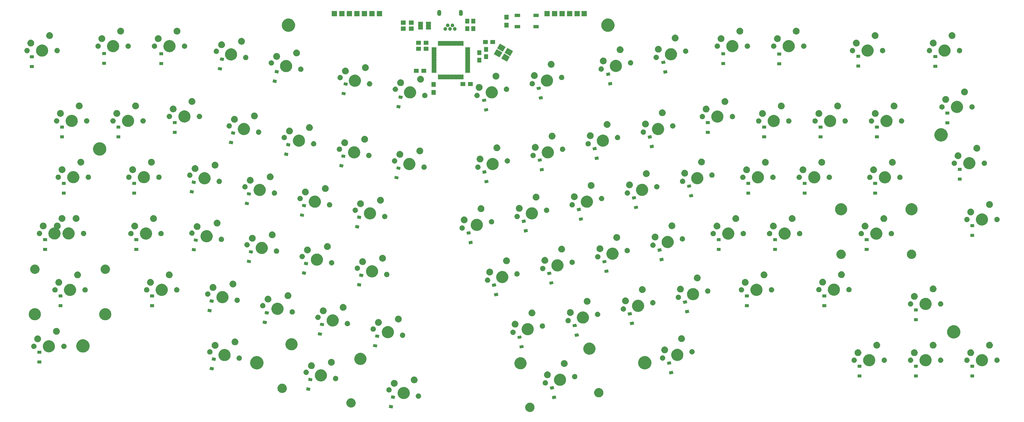
<source format=gbs>
G04 #@! TF.GenerationSoftware,KiCad,Pcbnew,(5.99.0-670-ga8d9fcb4e)*
G04 #@! TF.CreationDate,2020-04-27T16:46:55+02:00*
G04 #@! TF.ProjectId,adelheid,6164656c-6865-4696-942e-6b696361645f,1.0.1*
G04 #@! TF.SameCoordinates,Original*
G04 #@! TF.FileFunction,Soldermask,Bot*
G04 #@! TF.FilePolarity,Negative*
%FSLAX46Y46*%
G04 Gerber Fmt 4.6, Leading zero omitted, Abs format (unit mm)*
G04 Created by KiCad (PCBNEW (5.99.0-670-ga8d9fcb4e)) date 2020-04-27 16:46:55*
%MOMM*%
%LPD*%
G04 APERTURE LIST*
G04 APERTURE END LIST*
G36*
X202016545Y-157734062D02*
G01*
X202073171Y-157732085D01*
X202141547Y-157740723D01*
X202205025Y-157744105D01*
X202261795Y-157755913D01*
X202324780Y-157763870D01*
X202384380Y-157781411D01*
X202439786Y-157792936D01*
X202500653Y-157815633D01*
X202568071Y-157835475D01*
X202617936Y-157859366D01*
X202664445Y-157876709D01*
X202727295Y-157911762D01*
X202796784Y-157945056D01*
X202836575Y-157972711D01*
X202873863Y-157993508D01*
X202936239Y-158041979D01*
X203005036Y-158089794D01*
X203034970Y-158118701D01*
X203063200Y-158140638D01*
X203122398Y-158203129D01*
X203187467Y-158265966D01*
X203208288Y-158293798D01*
X203228097Y-158314709D01*
X203281253Y-158391332D01*
X203339385Y-158469039D01*
X203352305Y-158493752D01*
X203364771Y-158511722D01*
X203408964Y-158602131D01*
X203456881Y-158693788D01*
X203463515Y-158713731D01*
X203470073Y-158727147D01*
X203502422Y-158830689D01*
X203536933Y-158934432D01*
X203539192Y-158948382D01*
X203541579Y-158956021D01*
X203559357Y-159072883D01*
X203577480Y-159184779D01*
X203574479Y-159471367D01*
X203568009Y-159506621D01*
X203567459Y-159525140D01*
X203547138Y-159620333D01*
X203528697Y-159720810D01*
X203521188Y-159741898D01*
X203517779Y-159757867D01*
X203479905Y-159857835D01*
X203443624Y-159959724D01*
X203436157Y-159973306D01*
X203432827Y-159982096D01*
X203375772Y-160083145D01*
X203321446Y-160181964D01*
X203316149Y-160188744D01*
X203314940Y-160190885D01*
X203228771Y-160300583D01*
X203165309Y-160381811D01*
X203082635Y-160458368D01*
X202991885Y-160543439D01*
X202987571Y-160546399D01*
X202979228Y-160554124D01*
X202886505Y-160615729D01*
X202794153Y-160679082D01*
X202783198Y-160684366D01*
X202767992Y-160694469D01*
X202671616Y-160738187D01*
X202578189Y-160783251D01*
X202559924Y-160788853D01*
X202537034Y-160799236D01*
X202440916Y-160825351D01*
X202348945Y-160853557D01*
X202323183Y-160857338D01*
X202292296Y-160865730D01*
X202199704Y-160875462D01*
X202111709Y-160888377D01*
X202078738Y-160888176D01*
X202040076Y-160892239D01*
X201953737Y-160887412D01*
X201871928Y-160886912D01*
X201832515Y-160880634D01*
X201786862Y-160878082D01*
X201708975Y-160860957D01*
X201635139Y-160849197D01*
X201590509Y-160834911D01*
X201539169Y-160823623D01*
X201471304Y-160796753D01*
X201406764Y-160776094D01*
X201358580Y-160752123D01*
X201303369Y-160730263D01*
X201246508Y-160696367D01*
X201192089Y-160669294D01*
X201142394Y-160634303D01*
X201085529Y-160600405D01*
X201040035Y-160562231D01*
X200996035Y-160531250D01*
X200947170Y-160484308D01*
X200891253Y-160437388D01*
X200856903Y-160397594D01*
X200823114Y-160365134D01*
X200777659Y-160305789D01*
X200725539Y-160245407D01*
X200701575Y-160206454D01*
X200677311Y-160174775D01*
X200637962Y-160103052D01*
X200592652Y-160029401D01*
X200577840Y-159993465D01*
X200561979Y-159964554D01*
X200531481Y-159880988D01*
X200496009Y-159794927D01*
X200488702Y-159763773D01*
X200479772Y-159739305D01*
X200460832Y-159644950D01*
X200438097Y-159548018D01*
X200436344Y-159522956D01*
X200432583Y-159504217D01*
X200427786Y-159400566D01*
X200420406Y-159295027D01*
X200422060Y-159276848D01*
X200421498Y-159264695D01*
X200433302Y-159153320D01*
X200443391Y-159042461D01*
X200446219Y-159031447D01*
X200446770Y-159026248D01*
X200478412Y-158906064D01*
X200506461Y-158796819D01*
X200547757Y-158702296D01*
X200603238Y-158574393D01*
X200604545Y-158572314D01*
X200607993Y-158564421D01*
X200669136Y-158469546D01*
X200730836Y-158371379D01*
X200736981Y-158364273D01*
X200745376Y-158351246D01*
X200817736Y-158270882D01*
X200887668Y-158190007D01*
X200900094Y-158179413D01*
X200915073Y-158162777D01*
X200994686Y-158098767D01*
X201070138Y-158034439D01*
X201089920Y-158022198D01*
X201112721Y-158003865D01*
X201195938Y-157956591D01*
X201274031Y-157908265D01*
X201301823Y-157896439D01*
X201333233Y-157878596D01*
X201416773Y-157847528D01*
X201494673Y-157814381D01*
X201530651Y-157805177D01*
X201570936Y-157790195D01*
X201651808Y-157774182D01*
X201726968Y-157754954D01*
X201770831Y-157750615D01*
X201819716Y-157740935D01*
X201895374Y-157738293D01*
X201965586Y-157731347D01*
X202016545Y-157734062D01*
G37*
G36*
X154580603Y-158467991D02*
G01*
X155730291Y-158712365D01*
X155760469Y-158725330D01*
X155774627Y-158739864D01*
X155782145Y-158758708D01*
X155781715Y-158791547D01*
X155599714Y-159647791D01*
X155594758Y-159659327D01*
X155586749Y-159677969D01*
X155572216Y-159692126D01*
X155558112Y-159697753D01*
X155553369Y-159699645D01*
X155520531Y-159699215D01*
X154370843Y-159454841D01*
X154340665Y-159441876D01*
X154326507Y-159427342D01*
X154318989Y-159408498D01*
X154319419Y-159375659D01*
X154501420Y-158519415D01*
X154514385Y-158489237D01*
X154528917Y-158475081D01*
X154528918Y-158475080D01*
X154544061Y-158469039D01*
X154547765Y-158467561D01*
X154580603Y-158467991D01*
G37*
G36*
X141579218Y-156249466D02*
G01*
X141635844Y-156247489D01*
X141704220Y-156256127D01*
X141767698Y-156259509D01*
X141824468Y-156271317D01*
X141887453Y-156279274D01*
X141947053Y-156296815D01*
X142002459Y-156308340D01*
X142063326Y-156331037D01*
X142130744Y-156350879D01*
X142180609Y-156374770D01*
X142227118Y-156392113D01*
X142289968Y-156427166D01*
X142359457Y-156460460D01*
X142399248Y-156488115D01*
X142436536Y-156508912D01*
X142498912Y-156557383D01*
X142567709Y-156605198D01*
X142597643Y-156634105D01*
X142625873Y-156656042D01*
X142685071Y-156718533D01*
X142750140Y-156781370D01*
X142770961Y-156809202D01*
X142790770Y-156830113D01*
X142843926Y-156906736D01*
X142902058Y-156984443D01*
X142914978Y-157009156D01*
X142927444Y-157027126D01*
X142971637Y-157117535D01*
X143019554Y-157209192D01*
X143026188Y-157229135D01*
X143032746Y-157242551D01*
X143065095Y-157346093D01*
X143099606Y-157449836D01*
X143101865Y-157463786D01*
X143104252Y-157471425D01*
X143122030Y-157588287D01*
X143140153Y-157700183D01*
X143137152Y-157986771D01*
X143130682Y-158022025D01*
X143130132Y-158040544D01*
X143109811Y-158135737D01*
X143091370Y-158236214D01*
X143083861Y-158257302D01*
X143080452Y-158273271D01*
X143042578Y-158373239D01*
X143006297Y-158475128D01*
X142998830Y-158488710D01*
X142995500Y-158497500D01*
X142938445Y-158598549D01*
X142884119Y-158697368D01*
X142878822Y-158704148D01*
X142877613Y-158706289D01*
X142791444Y-158815987D01*
X142727982Y-158897215D01*
X142645308Y-158973772D01*
X142554558Y-159058843D01*
X142550244Y-159061803D01*
X142541901Y-159069528D01*
X142449178Y-159131133D01*
X142356826Y-159194486D01*
X142345871Y-159199770D01*
X142330665Y-159209873D01*
X142234289Y-159253591D01*
X142140862Y-159298655D01*
X142122597Y-159304257D01*
X142099707Y-159314640D01*
X142003589Y-159340755D01*
X141911618Y-159368961D01*
X141885856Y-159372742D01*
X141854969Y-159381134D01*
X141762377Y-159390866D01*
X141674382Y-159403781D01*
X141641411Y-159403580D01*
X141602749Y-159407643D01*
X141516410Y-159402816D01*
X141434601Y-159402316D01*
X141395188Y-159396038D01*
X141349535Y-159393486D01*
X141271648Y-159376361D01*
X141197812Y-159364601D01*
X141153182Y-159350315D01*
X141101842Y-159339027D01*
X141033977Y-159312157D01*
X140969437Y-159291498D01*
X140921253Y-159267527D01*
X140866042Y-159245667D01*
X140809181Y-159211771D01*
X140754762Y-159184698D01*
X140705067Y-159149707D01*
X140648202Y-159115809D01*
X140602708Y-159077635D01*
X140558708Y-159046654D01*
X140509843Y-158999712D01*
X140453926Y-158952792D01*
X140419576Y-158912998D01*
X140385787Y-158880538D01*
X140340332Y-158821193D01*
X140288212Y-158760811D01*
X140264248Y-158721858D01*
X140239984Y-158690179D01*
X140200635Y-158618456D01*
X140155325Y-158544805D01*
X140140513Y-158508869D01*
X140124652Y-158479958D01*
X140094154Y-158396392D01*
X140058682Y-158310331D01*
X140051375Y-158279177D01*
X140042445Y-158254709D01*
X140023505Y-158160354D01*
X140000770Y-158063422D01*
X139999017Y-158038360D01*
X139995256Y-158019621D01*
X139990459Y-157915970D01*
X139983079Y-157810431D01*
X139984733Y-157792252D01*
X139984171Y-157780099D01*
X139995975Y-157668724D01*
X140006064Y-157557865D01*
X140008892Y-157546851D01*
X140009443Y-157541652D01*
X140041085Y-157421468D01*
X140069134Y-157312223D01*
X140110430Y-157217700D01*
X140165911Y-157089797D01*
X140167218Y-157087718D01*
X140170666Y-157079825D01*
X140231809Y-156984950D01*
X140293509Y-156886783D01*
X140299654Y-156879677D01*
X140308049Y-156866650D01*
X140380409Y-156786286D01*
X140450341Y-156705411D01*
X140462767Y-156694817D01*
X140477746Y-156678181D01*
X140557359Y-156614171D01*
X140632811Y-156549843D01*
X140652593Y-156537602D01*
X140675394Y-156519269D01*
X140758611Y-156471995D01*
X140836704Y-156423669D01*
X140864496Y-156411843D01*
X140895906Y-156394000D01*
X140979446Y-156362932D01*
X141057346Y-156329785D01*
X141093324Y-156320581D01*
X141133609Y-156305599D01*
X141214481Y-156289586D01*
X141289641Y-156270358D01*
X141333504Y-156266019D01*
X141382389Y-156256339D01*
X141458047Y-156253697D01*
X141528259Y-156246751D01*
X141579218Y-156249466D01*
G37*
G36*
X210681523Y-155359322D02*
G01*
X210696057Y-155373480D01*
X210709022Y-155403658D01*
X210891023Y-156259902D01*
X210891453Y-156292739D01*
X210891452Y-156292741D01*
X210883934Y-156311586D01*
X210883933Y-156311587D01*
X210869777Y-156326119D01*
X210839599Y-156339084D01*
X209689911Y-156583458D01*
X209657071Y-156583888D01*
X209638227Y-156576370D01*
X209623693Y-156562212D01*
X209610728Y-156532034D01*
X209428727Y-155675790D01*
X209428297Y-155642953D01*
X209432157Y-155633279D01*
X209435816Y-155624106D01*
X209449973Y-155609573D01*
X209468615Y-155601564D01*
X209480151Y-155596608D01*
X210629839Y-155352234D01*
X210662679Y-155351804D01*
X210681523Y-155359322D01*
G37*
G36*
X159478570Y-152420519D02*
G01*
X159581666Y-152424119D01*
X159620255Y-152430923D01*
X159656420Y-152433579D01*
X159759128Y-152455410D01*
X159864148Y-152473928D01*
X159898010Y-152484930D01*
X159929957Y-152491721D01*
X160032221Y-152528539D01*
X160136949Y-152562567D01*
X160165736Y-152576607D01*
X160193075Y-152586450D01*
X160292674Y-152638519D01*
X160394759Y-152688309D01*
X160418345Y-152704218D01*
X160440905Y-152716012D01*
X160535574Y-152783290D01*
X160632560Y-152848708D01*
X160651042Y-152865349D01*
X160668856Y-152878009D01*
X160756299Y-152960123D01*
X160845723Y-153040641D01*
X160859402Y-153056943D01*
X160872711Y-153069441D01*
X160950657Y-153165697D01*
X161030100Y-153260373D01*
X161039480Y-153275383D01*
X161048701Y-153286771D01*
X161114963Y-153396182D01*
X161182102Y-153503627D01*
X161187842Y-153516520D01*
X161193568Y-153525974D01*
X161246079Y-153647321D01*
X161298771Y-153765668D01*
X161301676Y-153775798D01*
X161304633Y-153782632D01*
X161341599Y-153915027D01*
X161377834Y-154041396D01*
X161378799Y-154048264D01*
X161379836Y-154051977D01*
X161399647Y-154196601D01*
X161417755Y-154325444D01*
X161417755Y-154612284D01*
X161414482Y-154635574D01*
X161414307Y-154652262D01*
X161395038Y-154773924D01*
X161377834Y-154896332D01*
X161372955Y-154913346D01*
X161370663Y-154927819D01*
X161333698Y-155050254D01*
X161298771Y-155172060D01*
X161293030Y-155184956D01*
X161289836Y-155195533D01*
X161234775Y-155315797D01*
X161182102Y-155434101D01*
X161176523Y-155443029D01*
X161173420Y-155449807D01*
X161099752Y-155565889D01*
X161030100Y-155677355D01*
X161025639Y-155682672D01*
X161023576Y-155685922D01*
X160929387Y-155797380D01*
X160845723Y-155897087D01*
X160843237Y-155899326D01*
X160843075Y-155899517D01*
X160635253Y-156086641D01*
X160635046Y-156086782D01*
X160632560Y-156089020D01*
X160524743Y-156161744D01*
X160403961Y-156243827D01*
X160400509Y-156245541D01*
X160394759Y-156249419D01*
X160276663Y-156307018D01*
X160153473Y-156368170D01*
X160146407Y-156370548D01*
X160136949Y-156375161D01*
X160013824Y-156415167D01*
X159888429Y-156457367D01*
X159877573Y-156459438D01*
X159864148Y-156463800D01*
X159739360Y-156485803D01*
X159613733Y-156509768D01*
X159599100Y-156510535D01*
X159581666Y-156513609D01*
X159458116Y-156517924D01*
X159334465Y-156524404D01*
X159316280Y-156522877D01*
X159295001Y-156523620D01*
X159175273Y-156511036D01*
X159055795Y-156501003D01*
X159034475Y-156496238D01*
X159009733Y-156493637D01*
X158896187Y-156465327D01*
X158782872Y-156439998D01*
X158759016Y-156431126D01*
X158731414Y-156424244D01*
X158626114Y-156381700D01*
X158520767Y-156342522D01*
X158495159Y-156328791D01*
X158465460Y-156316792D01*
X158370080Y-156261724D01*
X158274307Y-156210371D01*
X158247887Y-156191176D01*
X158217050Y-156173372D01*
X158133010Y-156107713D01*
X158048068Y-156045999D01*
X158021897Y-156020902D01*
X157991017Y-155996776D01*
X157919360Y-155922573D01*
X157846228Y-155852442D01*
X157821468Y-155821202D01*
X157791761Y-155790440D01*
X157733183Y-155709815D01*
X157672522Y-155633279D01*
X157650402Y-155595876D01*
X157623161Y-155558382D01*
X157578020Y-155473485D01*
X157530167Y-155392569D01*
X157511934Y-155349195D01*
X157488498Y-155305118D01*
X157456822Y-155218089D01*
X157421799Y-155134773D01*
X157408688Y-155085841D01*
X157390393Y-155035577D01*
X157371874Y-154948452D01*
X157349418Y-154864645D01*
X157342617Y-154810805D01*
X157330756Y-154755005D01*
X157324790Y-154669694D01*
X157314370Y-154587206D01*
X157314976Y-154529342D01*
X157310747Y-154468864D01*
X157316466Y-154387076D01*
X157317299Y-154307569D01*
X157326278Y-154246765D01*
X157330756Y-154182723D01*
X157347064Y-154105999D01*
X157358151Y-154030918D01*
X157376304Y-153968433D01*
X157390393Y-153902151D01*
X157416003Y-153831788D01*
X157436171Y-153762369D01*
X157464106Y-153699625D01*
X157488498Y-153632610D01*
X157521980Y-153569640D01*
X157549914Y-153506899D01*
X157588006Y-153445462D01*
X157623161Y-153379346D01*
X157662988Y-153324529D01*
X157697279Y-153269223D01*
X157745660Y-153210741D01*
X157791761Y-153147288D01*
X157836355Y-153101109D01*
X157875536Y-153053748D01*
X157934063Y-152999930D01*
X157991017Y-152940952D01*
X158038794Y-152903624D01*
X158081382Y-152864463D01*
X158149640Y-152817022D01*
X158217050Y-152764356D01*
X158266470Y-152735824D01*
X158311023Y-152704858D01*
X158388314Y-152665476D01*
X158465460Y-152620936D01*
X158515059Y-152600897D01*
X158560191Y-152577901D01*
X158645542Y-152548178D01*
X158731414Y-152513484D01*
X158779845Y-152501409D01*
X158824285Y-152485933D01*
X158916448Y-152467350D01*
X159009733Y-152444091D01*
X159055823Y-152439247D01*
X159098423Y-152430657D01*
X159195891Y-152424525D01*
X159295001Y-152414108D01*
X159337741Y-152415601D01*
X159377519Y-152413098D01*
X159478570Y-152420519D01*
G37*
G36*
X155266711Y-155240103D02*
G01*
X156416399Y-155484477D01*
X156446577Y-155497442D01*
X156460735Y-155511976D01*
X156468253Y-155530820D01*
X156467823Y-155563659D01*
X156285822Y-156419903D01*
X156280866Y-156431439D01*
X156272857Y-156450081D01*
X156258324Y-156464238D01*
X156244220Y-156469865D01*
X156239477Y-156471757D01*
X156206639Y-156471327D01*
X155056951Y-156226953D01*
X155026773Y-156213988D01*
X155012615Y-156199454D01*
X155005097Y-156180610D01*
X155005527Y-156147771D01*
X155187528Y-155291527D01*
X155200493Y-155261349D01*
X155215025Y-155247193D01*
X155215026Y-155247192D01*
X155229130Y-155241565D01*
X155233873Y-155239673D01*
X155266711Y-155240103D01*
G37*
G36*
X164385647Y-154624339D02*
G01*
X164430382Y-154624651D01*
X164474205Y-154633646D01*
X164524105Y-154638891D01*
X164565877Y-154652464D01*
X164603468Y-154660180D01*
X164650596Y-154679991D01*
X164704233Y-154697419D01*
X164736844Y-154716247D01*
X164766359Y-154728654D01*
X164814046Y-154760819D01*
X164868256Y-154792117D01*
X164891571Y-154813110D01*
X164912846Y-154827460D01*
X164957928Y-154872858D01*
X165009006Y-154918849D01*
X165023748Y-154939139D01*
X165037353Y-154952840D01*
X165076388Y-155011593D01*
X165120331Y-155072075D01*
X165127966Y-155089224D01*
X165135133Y-155100011D01*
X165164610Y-155171528D01*
X165197366Y-155245098D01*
X165199956Y-155257281D01*
X165202469Y-155263379D01*
X165219037Y-155347053D01*
X165236744Y-155430357D01*
X165236744Y-155619755D01*
X165233860Y-155633325D01*
X165233775Y-155639387D01*
X165215087Y-155721641D01*
X165197366Y-155805014D01*
X165194874Y-155810611D01*
X165194823Y-155810836D01*
X165122955Y-155972253D01*
X165122823Y-155972441D01*
X165120331Y-155978037D01*
X165070225Y-156047002D01*
X165021102Y-156116638D01*
X165016330Y-156121182D01*
X165009006Y-156131263D01*
X164949141Y-156185166D01*
X164893141Y-156238494D01*
X164882209Y-156245432D01*
X164868256Y-156257995D01*
X164803509Y-156295377D01*
X164743956Y-156333170D01*
X164725954Y-156340153D01*
X164704233Y-156352693D01*
X164638860Y-156373934D01*
X164579213Y-156397070D01*
X164553945Y-156401525D01*
X164524105Y-156411221D01*
X164461840Y-156417765D01*
X164405205Y-156427751D01*
X164373204Y-156427081D01*
X164335745Y-156431018D01*
X164279647Y-156425122D01*
X164228544Y-156424052D01*
X164191068Y-156415812D01*
X164147385Y-156411221D01*
X164099662Y-156395715D01*
X164055970Y-156386108D01*
X164014975Y-156368198D01*
X163967257Y-156352693D01*
X163929218Y-156330731D01*
X163894055Y-156315369D01*
X163852082Y-156286197D01*
X163803234Y-156257995D01*
X163775249Y-156232797D01*
X163748960Y-156214526D01*
X163709002Y-156173148D01*
X163662484Y-156131263D01*
X163644041Y-156105879D01*
X163626218Y-156087422D01*
X163591566Y-156033653D01*
X163551159Y-155978037D01*
X163540957Y-155955122D01*
X163530499Y-155938895D01*
X163504534Y-155873317D01*
X163474124Y-155805014D01*
X163470221Y-155786652D01*
X163465452Y-155774607D01*
X163451485Y-155698504D01*
X163434746Y-155619755D01*
X163434746Y-155607302D01*
X163433556Y-155600818D01*
X163434746Y-155515591D01*
X163434746Y-155430357D01*
X163436020Y-155424364D01*
X163436023Y-155424133D01*
X163472760Y-155251302D01*
X163472850Y-155251092D01*
X163474124Y-155245098D01*
X163508787Y-155167244D01*
X163542367Y-155088895D01*
X163546093Y-155083453D01*
X163551159Y-155072075D01*
X163598491Y-155006928D01*
X163642197Y-154943097D01*
X163651451Y-154934035D01*
X163662484Y-154918849D01*
X163718042Y-154868825D01*
X163768438Y-154819473D01*
X163784593Y-154808902D01*
X163803234Y-154792117D01*
X163862771Y-154757743D01*
X163916296Y-154722718D01*
X163940085Y-154713106D01*
X163967257Y-154697419D01*
X164026790Y-154678075D01*
X164080121Y-154656528D01*
X164111565Y-154650530D01*
X164147385Y-154638891D01*
X164203489Y-154632994D01*
X164253690Y-154623418D01*
X164292057Y-154623686D01*
X164335745Y-154619094D01*
X164385647Y-154624339D01*
G37*
G36*
X225296458Y-152785764D02*
G01*
X225353084Y-152783787D01*
X225421460Y-152792425D01*
X225484938Y-152795807D01*
X225541708Y-152807615D01*
X225604693Y-152815572D01*
X225664293Y-152833113D01*
X225719699Y-152844638D01*
X225780566Y-152867335D01*
X225847984Y-152887177D01*
X225897849Y-152911068D01*
X225944358Y-152928411D01*
X226007208Y-152963464D01*
X226076697Y-152996758D01*
X226116488Y-153024413D01*
X226153776Y-153045210D01*
X226216152Y-153093681D01*
X226284949Y-153141496D01*
X226314883Y-153170403D01*
X226343113Y-153192340D01*
X226402311Y-153254831D01*
X226467380Y-153317668D01*
X226488201Y-153345500D01*
X226508010Y-153366411D01*
X226561166Y-153443034D01*
X226619298Y-153520741D01*
X226632218Y-153545454D01*
X226644684Y-153563424D01*
X226688877Y-153653833D01*
X226736794Y-153745490D01*
X226743428Y-153765433D01*
X226749986Y-153778849D01*
X226782335Y-153882391D01*
X226816846Y-153986134D01*
X226819105Y-154000084D01*
X226821492Y-154007723D01*
X226839270Y-154124585D01*
X226857393Y-154236481D01*
X226854392Y-154523069D01*
X226847922Y-154558323D01*
X226847372Y-154576842D01*
X226827051Y-154672035D01*
X226808610Y-154772512D01*
X226801101Y-154793600D01*
X226797692Y-154809569D01*
X226759818Y-154909537D01*
X226723537Y-155011426D01*
X226716070Y-155025008D01*
X226712740Y-155033798D01*
X226655685Y-155134847D01*
X226601359Y-155233666D01*
X226596062Y-155240446D01*
X226594853Y-155242587D01*
X226508724Y-155352234D01*
X226445222Y-155433513D01*
X226362548Y-155510070D01*
X226271798Y-155595141D01*
X226267484Y-155598101D01*
X226259141Y-155605826D01*
X226166418Y-155667431D01*
X226074066Y-155730784D01*
X226063111Y-155736068D01*
X226047905Y-155746171D01*
X225951529Y-155789889D01*
X225858102Y-155834953D01*
X225839837Y-155840555D01*
X225816947Y-155850938D01*
X225720829Y-155877053D01*
X225628858Y-155905259D01*
X225603096Y-155909040D01*
X225572209Y-155917432D01*
X225479617Y-155927164D01*
X225391622Y-155940079D01*
X225358651Y-155939878D01*
X225319989Y-155943941D01*
X225233650Y-155939114D01*
X225151841Y-155938614D01*
X225112428Y-155932336D01*
X225066775Y-155929784D01*
X224988888Y-155912659D01*
X224915052Y-155900899D01*
X224870422Y-155886613D01*
X224819082Y-155875325D01*
X224751217Y-155848455D01*
X224686677Y-155827796D01*
X224638493Y-155803825D01*
X224583282Y-155781965D01*
X224526421Y-155748069D01*
X224472002Y-155720996D01*
X224422307Y-155686005D01*
X224365442Y-155652107D01*
X224319948Y-155613933D01*
X224275948Y-155582952D01*
X224227083Y-155536010D01*
X224171166Y-155489090D01*
X224136816Y-155449296D01*
X224103027Y-155416836D01*
X224057572Y-155357491D01*
X224005452Y-155297109D01*
X223981488Y-155258156D01*
X223957224Y-155226477D01*
X223917875Y-155154754D01*
X223872565Y-155081103D01*
X223857753Y-155045167D01*
X223841892Y-155016256D01*
X223811394Y-154932690D01*
X223775922Y-154846629D01*
X223768615Y-154815475D01*
X223759685Y-154791007D01*
X223740745Y-154696652D01*
X223718010Y-154599720D01*
X223716257Y-154574658D01*
X223712496Y-154555919D01*
X223707699Y-154452268D01*
X223700319Y-154346729D01*
X223701973Y-154328550D01*
X223701411Y-154316397D01*
X223713215Y-154205022D01*
X223723304Y-154094163D01*
X223726132Y-154083149D01*
X223726683Y-154077950D01*
X223758325Y-153957766D01*
X223786374Y-153848521D01*
X223827670Y-153753998D01*
X223883151Y-153626095D01*
X223884458Y-153624016D01*
X223887906Y-153616123D01*
X223949049Y-153521248D01*
X224010749Y-153423081D01*
X224016894Y-153415975D01*
X224025289Y-153402948D01*
X224097649Y-153322584D01*
X224167581Y-153241709D01*
X224180007Y-153231115D01*
X224194986Y-153214479D01*
X224274599Y-153150469D01*
X224350051Y-153086141D01*
X224369833Y-153073900D01*
X224392634Y-153055567D01*
X224475851Y-153008293D01*
X224553944Y-152959967D01*
X224581736Y-152948141D01*
X224613146Y-152930298D01*
X224696686Y-152899230D01*
X224774586Y-152866083D01*
X224810564Y-152856879D01*
X224850849Y-152841897D01*
X224931721Y-152825884D01*
X225006881Y-152806656D01*
X225050744Y-152802317D01*
X225099629Y-152792637D01*
X225175287Y-152789995D01*
X225245499Y-152783049D01*
X225296458Y-152785764D01*
G37*
G36*
X118299305Y-151301168D02*
G01*
X118355931Y-151299191D01*
X118424307Y-151307829D01*
X118487785Y-151311211D01*
X118544555Y-151323019D01*
X118607540Y-151330976D01*
X118667140Y-151348517D01*
X118722546Y-151360042D01*
X118783413Y-151382739D01*
X118850831Y-151402581D01*
X118900696Y-151426472D01*
X118947205Y-151443815D01*
X119010055Y-151478868D01*
X119079544Y-151512162D01*
X119119335Y-151539817D01*
X119156623Y-151560614D01*
X119218999Y-151609085D01*
X119287796Y-151656900D01*
X119317730Y-151685807D01*
X119345960Y-151707744D01*
X119405158Y-151770235D01*
X119470227Y-151833072D01*
X119491048Y-151860904D01*
X119510857Y-151881815D01*
X119564013Y-151958438D01*
X119622145Y-152036145D01*
X119635065Y-152060858D01*
X119647531Y-152078828D01*
X119691724Y-152169237D01*
X119739641Y-152260894D01*
X119746275Y-152280837D01*
X119752833Y-152294253D01*
X119785182Y-152397795D01*
X119819693Y-152501538D01*
X119821952Y-152515488D01*
X119824339Y-152523127D01*
X119842117Y-152639989D01*
X119860240Y-152751885D01*
X119857239Y-153038473D01*
X119850769Y-153073727D01*
X119850219Y-153092246D01*
X119829898Y-153187439D01*
X119811457Y-153287916D01*
X119803948Y-153309004D01*
X119800539Y-153324973D01*
X119762665Y-153424941D01*
X119726384Y-153526830D01*
X119718917Y-153540412D01*
X119715587Y-153549202D01*
X119658532Y-153650251D01*
X119604206Y-153749070D01*
X119598909Y-153755850D01*
X119597700Y-153757991D01*
X119511531Y-153867689D01*
X119448069Y-153948917D01*
X119365395Y-154025474D01*
X119274645Y-154110545D01*
X119270331Y-154113505D01*
X119261988Y-154121230D01*
X119169265Y-154182835D01*
X119076913Y-154246188D01*
X119065958Y-154251472D01*
X119050752Y-154261575D01*
X118954376Y-154305293D01*
X118860949Y-154350357D01*
X118842684Y-154355959D01*
X118819794Y-154366342D01*
X118723676Y-154392457D01*
X118631705Y-154420663D01*
X118605943Y-154424444D01*
X118575056Y-154432836D01*
X118482464Y-154442568D01*
X118394469Y-154455483D01*
X118361498Y-154455282D01*
X118322836Y-154459345D01*
X118236497Y-154454518D01*
X118154688Y-154454018D01*
X118115275Y-154447740D01*
X118069622Y-154445188D01*
X117991735Y-154428063D01*
X117917899Y-154416303D01*
X117873269Y-154402017D01*
X117821929Y-154390729D01*
X117754064Y-154363859D01*
X117689524Y-154343200D01*
X117641340Y-154319229D01*
X117586129Y-154297369D01*
X117529268Y-154263473D01*
X117474849Y-154236400D01*
X117425154Y-154201409D01*
X117368289Y-154167511D01*
X117322795Y-154129337D01*
X117278795Y-154098356D01*
X117229930Y-154051414D01*
X117174013Y-154004494D01*
X117139663Y-153964700D01*
X117105874Y-153932240D01*
X117060419Y-153872895D01*
X117008299Y-153812513D01*
X116984335Y-153773560D01*
X116960071Y-153741881D01*
X116920722Y-153670158D01*
X116875412Y-153596507D01*
X116860600Y-153560571D01*
X116844739Y-153531660D01*
X116814241Y-153448094D01*
X116778769Y-153362033D01*
X116771462Y-153330879D01*
X116762532Y-153306411D01*
X116743592Y-153212056D01*
X116720857Y-153115124D01*
X116719104Y-153090062D01*
X116715343Y-153071323D01*
X116710546Y-152967672D01*
X116703166Y-152862133D01*
X116704820Y-152843954D01*
X116704258Y-152831801D01*
X116716062Y-152720426D01*
X116726151Y-152609567D01*
X116728979Y-152598553D01*
X116729530Y-152593354D01*
X116761172Y-152473170D01*
X116789221Y-152363925D01*
X116830517Y-152269402D01*
X116885998Y-152141499D01*
X116887305Y-152139420D01*
X116890753Y-152131527D01*
X116951896Y-152036652D01*
X117013596Y-151938485D01*
X117019741Y-151931379D01*
X117028136Y-151918352D01*
X117100496Y-151837988D01*
X117170428Y-151757113D01*
X117182854Y-151746519D01*
X117197833Y-151729883D01*
X117277446Y-151665873D01*
X117352898Y-151601545D01*
X117372680Y-151589304D01*
X117395481Y-151570971D01*
X117478698Y-151523697D01*
X117556791Y-151475371D01*
X117584583Y-151463545D01*
X117615993Y-151445702D01*
X117699533Y-151414634D01*
X117777433Y-151381487D01*
X117813411Y-151372283D01*
X117853696Y-151357301D01*
X117934568Y-151341288D01*
X118009728Y-151322060D01*
X118053591Y-151317721D01*
X118102476Y-151308041D01*
X118178134Y-151305399D01*
X118248346Y-151298453D01*
X118299305Y-151301168D01*
G37*
G36*
X154447667Y-152511956D02*
G01*
X154492402Y-152512268D01*
X154536225Y-152521263D01*
X154586125Y-152526508D01*
X154627897Y-152540081D01*
X154665488Y-152547797D01*
X154712616Y-152567608D01*
X154766253Y-152585036D01*
X154798864Y-152603864D01*
X154828379Y-152616271D01*
X154876066Y-152648436D01*
X154930276Y-152679734D01*
X154953591Y-152700727D01*
X154974866Y-152715077D01*
X155019948Y-152760475D01*
X155071026Y-152806466D01*
X155085768Y-152826756D01*
X155099373Y-152840457D01*
X155138408Y-152899210D01*
X155182351Y-152959692D01*
X155189986Y-152976841D01*
X155197153Y-152987628D01*
X155226630Y-153059145D01*
X155259386Y-153132715D01*
X155261976Y-153144898D01*
X155264489Y-153150996D01*
X155281057Y-153234670D01*
X155298764Y-153317974D01*
X155298764Y-153507372D01*
X155295880Y-153520942D01*
X155295795Y-153527004D01*
X155277107Y-153609258D01*
X155259386Y-153692631D01*
X155256894Y-153698228D01*
X155256843Y-153698453D01*
X155184975Y-153859870D01*
X155184843Y-153860058D01*
X155182351Y-153865654D01*
X155132245Y-153934619D01*
X155083122Y-154004255D01*
X155078350Y-154008799D01*
X155071026Y-154018880D01*
X155011161Y-154072783D01*
X154955161Y-154126111D01*
X154944229Y-154133049D01*
X154930276Y-154145612D01*
X154865529Y-154182994D01*
X154805976Y-154220787D01*
X154787974Y-154227770D01*
X154766253Y-154240310D01*
X154700880Y-154261551D01*
X154641233Y-154284687D01*
X154615965Y-154289142D01*
X154586125Y-154298838D01*
X154523860Y-154305382D01*
X154467225Y-154315368D01*
X154435224Y-154314698D01*
X154397765Y-154318635D01*
X154341667Y-154312739D01*
X154290564Y-154311669D01*
X154253088Y-154303429D01*
X154209405Y-154298838D01*
X154161682Y-154283332D01*
X154117990Y-154273725D01*
X154076995Y-154255815D01*
X154029277Y-154240310D01*
X153991238Y-154218348D01*
X153956075Y-154202986D01*
X153914102Y-154173814D01*
X153865254Y-154145612D01*
X153837269Y-154120414D01*
X153810980Y-154102143D01*
X153771022Y-154060765D01*
X153724504Y-154018880D01*
X153706061Y-153993496D01*
X153688238Y-153975039D01*
X153653586Y-153921270D01*
X153613179Y-153865654D01*
X153602977Y-153842739D01*
X153592519Y-153826512D01*
X153566554Y-153760934D01*
X153536144Y-153692631D01*
X153532241Y-153674269D01*
X153527472Y-153662224D01*
X153513505Y-153586121D01*
X153496766Y-153507372D01*
X153496766Y-153494919D01*
X153495576Y-153488435D01*
X153496766Y-153403208D01*
X153496766Y-153317974D01*
X153498040Y-153311981D01*
X153498043Y-153311750D01*
X153534780Y-153138919D01*
X153534870Y-153138709D01*
X153536144Y-153132715D01*
X153570807Y-153054861D01*
X153604387Y-152976512D01*
X153608113Y-152971070D01*
X153613179Y-152959692D01*
X153660511Y-152894545D01*
X153704217Y-152830714D01*
X153713471Y-152821652D01*
X153724504Y-152806466D01*
X153780062Y-152756442D01*
X153830458Y-152707090D01*
X153846613Y-152696519D01*
X153865254Y-152679734D01*
X153924791Y-152645360D01*
X153978316Y-152610335D01*
X154002105Y-152600723D01*
X154029277Y-152585036D01*
X154088810Y-152565692D01*
X154142141Y-152544145D01*
X154173585Y-152538147D01*
X154209405Y-152526508D01*
X154265509Y-152520611D01*
X154315710Y-152511035D01*
X154354077Y-152511303D01*
X154397765Y-152506711D01*
X154447667Y-152511956D01*
G37*
G36*
X126630030Y-152526945D02*
G01*
X127779718Y-152771319D01*
X127809896Y-152784284D01*
X127824054Y-152798818D01*
X127831572Y-152817662D01*
X127831142Y-152850501D01*
X127649141Y-153706745D01*
X127644185Y-153718281D01*
X127636176Y-153736923D01*
X127621643Y-153751080D01*
X127607539Y-153756707D01*
X127602796Y-153758599D01*
X127569958Y-153758169D01*
X126420270Y-153513795D01*
X126404219Y-153506899D01*
X126390092Y-153500830D01*
X126375935Y-153486297D01*
X126375934Y-153486296D01*
X126368416Y-153467452D01*
X126368846Y-153434613D01*
X126550847Y-152578369D01*
X126563812Y-152548191D01*
X126578344Y-152534035D01*
X126578345Y-152534034D01*
X126592449Y-152528407D01*
X126597192Y-152526515D01*
X126630030Y-152526945D01*
G37*
G36*
X209995415Y-152131434D02*
G01*
X210009949Y-152145592D01*
X210022914Y-152175770D01*
X210204915Y-153032014D01*
X210205345Y-153064851D01*
X210205344Y-153064853D01*
X210197826Y-153083698D01*
X210197825Y-153083699D01*
X210183669Y-153098231D01*
X210153491Y-153111196D01*
X209003803Y-153355570D01*
X208970963Y-153356000D01*
X208952119Y-153348482D01*
X208937585Y-153334324D01*
X208924620Y-153304146D01*
X208742619Y-152447902D01*
X208742189Y-152415065D01*
X208744081Y-152410322D01*
X208749708Y-152396218D01*
X208763865Y-152381685D01*
X208782507Y-152373676D01*
X208794043Y-152368720D01*
X209943731Y-152124346D01*
X209976571Y-152123916D01*
X209995415Y-152131434D01*
G37*
G36*
X156210850Y-150039228D02*
G01*
X156234631Y-150038481D01*
X156313029Y-150050058D01*
X156394608Y-150058704D01*
X156417355Y-150065463D01*
X156437891Y-150068496D01*
X156515862Y-150094736D01*
X156597383Y-150118961D01*
X156615821Y-150128376D01*
X156632625Y-150134031D01*
X156707363Y-150175120D01*
X156785782Y-150215162D01*
X156799801Y-150225939D01*
X156812669Y-150233013D01*
X156881298Y-150288587D01*
X156953495Y-150344086D01*
X156963284Y-150354977D01*
X156972346Y-150362315D01*
X157032047Y-150431480D01*
X157094905Y-150501413D01*
X157100967Y-150511325D01*
X157106601Y-150517852D01*
X157154676Y-150599142D01*
X157205276Y-150681876D01*
X157208344Y-150689889D01*
X157211192Y-150694705D01*
X157245262Y-150786315D01*
X157280912Y-150879431D01*
X157281916Y-150884876D01*
X157282808Y-150887274D01*
X157300724Y-150986848D01*
X157319281Y-151087461D01*
X157311931Y-151359092D01*
X157288126Y-151457864D01*
X157265322Y-151555090D01*
X157263906Y-151558363D01*
X157262368Y-151564743D01*
X157222062Y-151655060D01*
X157183721Y-151743662D01*
X157180066Y-151749163D01*
X157176159Y-151757918D01*
X157121739Y-151836952D01*
X157070019Y-151914796D01*
X157063348Y-151921752D01*
X157056190Y-151932148D01*
X156990368Y-151997855D01*
X156927812Y-152063088D01*
X156917559Y-152070537D01*
X156906479Y-152081598D01*
X156832224Y-152132537D01*
X156761588Y-152183857D01*
X156747451Y-152190691D01*
X156732040Y-152201263D01*
X156652470Y-152236607D01*
X156576601Y-152273283D01*
X156558558Y-152278321D01*
X156538714Y-152287135D01*
X156456970Y-152306684D01*
X156378710Y-152328535D01*
X156357039Y-152330583D01*
X156332977Y-152336338D01*
X156252029Y-152340510D01*
X156174162Y-152347870D01*
X156149457Y-152345795D01*
X156121718Y-152347225D01*
X156044329Y-152336968D01*
X155969416Y-152330677D01*
X155942544Y-152323477D01*
X155912013Y-152319430D01*
X155840659Y-152296177D01*
X155770951Y-152277499D01*
X155743038Y-152264364D01*
X155710885Y-152253886D01*
X155647610Y-152219459D01*
X155585045Y-152190018D01*
X155557430Y-152170393D01*
X155525069Y-152152786D01*
X155471469Y-152109304D01*
X155417567Y-152070998D01*
X155391745Y-152044630D01*
X155360789Y-152019517D01*
X155317965Y-151969288D01*
X155273813Y-151924201D01*
X155251368Y-151891174D01*
X155223546Y-151858541D01*
X155192095Y-151803956D01*
X155158324Y-151754264D01*
X155140854Y-151715026D01*
X155117936Y-151675251D01*
X155097962Y-151618690D01*
X155074755Y-151566566D01*
X155063788Y-151521916D01*
X155047497Y-151475784D01*
X155038634Y-151419509D01*
X155025744Y-151367030D01*
X155022668Y-151318129D01*
X155014587Y-151266821D01*
X155016047Y-151212883D01*
X155012844Y-151161978D01*
X155018822Y-151110311D01*
X155020309Y-151055359D01*
X155030945Y-151005534D01*
X155036460Y-150957870D01*
X155052366Y-150905186D01*
X155064471Y-150848481D01*
X155082849Y-150804221D01*
X155095844Y-150761181D01*
X155122200Y-150709455D01*
X155145594Y-150653116D01*
X155170087Y-150615472D01*
X155189124Y-150578110D01*
X155226046Y-150529466D01*
X155260961Y-150475805D01*
X155289820Y-150445447D01*
X155313345Y-150414454D01*
X155360523Y-150371072D01*
X155406709Y-150322487D01*
X155438176Y-150299667D01*
X155464590Y-150275378D01*
X155521257Y-150239416D01*
X155577956Y-150198297D01*
X155610315Y-150182897D01*
X155638064Y-150165287D01*
X155703014Y-150138781D01*
X155768967Y-150107394D01*
X155800668Y-150098929D01*
X155828300Y-150087653D01*
X155899881Y-150072438D01*
X155973346Y-150052822D01*
X156003041Y-150050511D01*
X156029270Y-150044936D01*
X156105445Y-150042542D01*
X156184247Y-150036409D01*
X156210850Y-150039228D01*
G37*
G36*
X212297836Y-147942057D02*
G01*
X212400932Y-147945657D01*
X212439521Y-147952461D01*
X212475686Y-147955117D01*
X212578394Y-147976948D01*
X212683414Y-147995466D01*
X212717276Y-148006468D01*
X212749223Y-148013259D01*
X212851487Y-148050077D01*
X212956215Y-148084105D01*
X212985002Y-148098145D01*
X213012341Y-148107988D01*
X213111940Y-148160057D01*
X213214025Y-148209847D01*
X213237611Y-148225756D01*
X213260171Y-148237550D01*
X213354840Y-148304828D01*
X213451826Y-148370246D01*
X213470308Y-148386887D01*
X213488122Y-148399547D01*
X213575565Y-148481661D01*
X213664989Y-148562179D01*
X213678668Y-148578481D01*
X213691977Y-148590979D01*
X213769923Y-148687235D01*
X213849366Y-148781911D01*
X213858746Y-148796921D01*
X213867967Y-148808309D01*
X213934229Y-148917720D01*
X214001368Y-149025165D01*
X214007108Y-149038058D01*
X214012834Y-149047512D01*
X214065345Y-149168859D01*
X214118037Y-149287206D01*
X214120942Y-149297336D01*
X214123899Y-149304170D01*
X214160847Y-149436502D01*
X214197100Y-149562934D01*
X214198065Y-149569802D01*
X214199102Y-149573515D01*
X214218913Y-149718139D01*
X214237021Y-149846982D01*
X214237021Y-150133822D01*
X214233748Y-150157112D01*
X214233573Y-150173800D01*
X214214304Y-150295462D01*
X214197100Y-150417870D01*
X214192221Y-150434884D01*
X214189929Y-150449357D01*
X214152964Y-150571792D01*
X214118037Y-150693598D01*
X214112296Y-150706494D01*
X214109102Y-150717071D01*
X214054041Y-150837335D01*
X214001368Y-150955639D01*
X213995789Y-150964567D01*
X213992686Y-150971345D01*
X213919018Y-151087427D01*
X213849366Y-151198893D01*
X213844905Y-151204210D01*
X213842842Y-151207460D01*
X213748653Y-151318918D01*
X213664989Y-151418625D01*
X213662503Y-151420864D01*
X213662341Y-151421055D01*
X213454519Y-151608179D01*
X213454312Y-151608320D01*
X213451826Y-151610558D01*
X213344009Y-151683282D01*
X213223227Y-151765365D01*
X213219775Y-151767079D01*
X213214025Y-151770957D01*
X213095929Y-151828556D01*
X212972739Y-151889708D01*
X212965673Y-151892086D01*
X212956215Y-151896699D01*
X212833090Y-151936705D01*
X212707695Y-151978905D01*
X212696839Y-151980976D01*
X212683414Y-151985338D01*
X212558626Y-152007341D01*
X212432999Y-152031306D01*
X212418366Y-152032073D01*
X212400932Y-152035147D01*
X212277382Y-152039462D01*
X212153731Y-152045942D01*
X212135546Y-152044415D01*
X212114267Y-152045158D01*
X211994539Y-152032574D01*
X211875061Y-152022541D01*
X211853741Y-152017776D01*
X211828999Y-152015175D01*
X211715453Y-151986865D01*
X211602138Y-151961536D01*
X211578282Y-151952664D01*
X211550680Y-151945782D01*
X211445380Y-151903238D01*
X211340033Y-151864060D01*
X211314425Y-151850329D01*
X211284726Y-151838330D01*
X211189346Y-151783262D01*
X211093573Y-151731909D01*
X211067153Y-151712714D01*
X211036316Y-151694910D01*
X210952276Y-151629251D01*
X210867334Y-151567537D01*
X210841163Y-151542440D01*
X210810283Y-151518314D01*
X210738626Y-151444111D01*
X210665494Y-151373980D01*
X210640734Y-151342740D01*
X210611027Y-151311978D01*
X210552449Y-151231353D01*
X210491788Y-151154817D01*
X210469668Y-151117414D01*
X210442427Y-151079920D01*
X210397286Y-150995023D01*
X210349433Y-150914107D01*
X210331200Y-150870733D01*
X210307764Y-150826656D01*
X210276088Y-150739627D01*
X210241065Y-150656311D01*
X210227954Y-150607379D01*
X210209659Y-150557115D01*
X210191140Y-150469990D01*
X210168684Y-150386183D01*
X210161883Y-150332343D01*
X210150022Y-150276543D01*
X210144056Y-150191232D01*
X210133636Y-150108744D01*
X210134242Y-150050880D01*
X210130013Y-149990402D01*
X210135732Y-149908614D01*
X210136565Y-149829107D01*
X210145544Y-149768303D01*
X210150022Y-149704261D01*
X210166330Y-149627537D01*
X210177417Y-149552456D01*
X210195570Y-149489971D01*
X210209659Y-149423689D01*
X210235269Y-149353326D01*
X210255437Y-149283907D01*
X210283372Y-149221163D01*
X210307764Y-149154148D01*
X210341246Y-149091178D01*
X210369180Y-149028437D01*
X210407272Y-148967000D01*
X210442427Y-148900884D01*
X210482254Y-148846067D01*
X210516545Y-148790761D01*
X210564926Y-148732279D01*
X210611027Y-148668826D01*
X210655621Y-148622647D01*
X210694802Y-148575286D01*
X210753329Y-148521468D01*
X210810283Y-148462490D01*
X210858060Y-148425162D01*
X210900648Y-148386001D01*
X210968906Y-148338560D01*
X211036316Y-148285894D01*
X211085736Y-148257362D01*
X211130289Y-148226396D01*
X211207580Y-148187014D01*
X211284726Y-148142474D01*
X211334325Y-148122435D01*
X211379457Y-148099439D01*
X211464808Y-148069716D01*
X211550680Y-148035022D01*
X211599111Y-148022947D01*
X211643551Y-148007471D01*
X211735714Y-147988888D01*
X211828999Y-147965629D01*
X211875089Y-147960785D01*
X211917689Y-147952195D01*
X212015157Y-147946063D01*
X212114267Y-147935646D01*
X212157007Y-147937139D01*
X212196785Y-147934636D01*
X212297836Y-147942057D01*
G37*
G36*
X207266933Y-150145876D02*
G01*
X207311668Y-150146188D01*
X207355491Y-150155183D01*
X207405391Y-150160428D01*
X207447163Y-150174001D01*
X207484754Y-150181717D01*
X207531882Y-150201528D01*
X207585519Y-150218956D01*
X207618130Y-150237784D01*
X207647645Y-150250191D01*
X207695332Y-150282356D01*
X207749542Y-150313654D01*
X207772857Y-150334647D01*
X207794132Y-150348997D01*
X207839214Y-150394395D01*
X207890292Y-150440386D01*
X207905034Y-150460676D01*
X207918639Y-150474377D01*
X207957674Y-150533130D01*
X208001617Y-150593612D01*
X208009252Y-150610761D01*
X208016419Y-150621548D01*
X208045896Y-150693065D01*
X208078652Y-150766635D01*
X208081242Y-150778818D01*
X208083755Y-150784916D01*
X208100323Y-150868590D01*
X208118030Y-150951894D01*
X208118030Y-151141292D01*
X208115146Y-151154862D01*
X208115061Y-151160924D01*
X208096373Y-151243178D01*
X208078652Y-151326551D01*
X208076160Y-151332148D01*
X208076109Y-151332373D01*
X208004241Y-151493790D01*
X208004109Y-151493978D01*
X208001617Y-151499574D01*
X207951511Y-151568539D01*
X207902388Y-151638175D01*
X207897616Y-151642719D01*
X207890292Y-151652800D01*
X207830427Y-151706703D01*
X207774427Y-151760031D01*
X207763495Y-151766969D01*
X207749542Y-151779532D01*
X207684795Y-151816914D01*
X207625242Y-151854707D01*
X207607240Y-151861690D01*
X207585519Y-151874230D01*
X207520146Y-151895471D01*
X207460499Y-151918607D01*
X207435231Y-151923062D01*
X207405391Y-151932758D01*
X207343126Y-151939302D01*
X207286491Y-151949288D01*
X207254490Y-151948618D01*
X207217031Y-151952555D01*
X207160933Y-151946659D01*
X207109830Y-151945589D01*
X207072354Y-151937349D01*
X207028671Y-151932758D01*
X206980948Y-151917252D01*
X206937256Y-151907645D01*
X206896261Y-151889735D01*
X206848543Y-151874230D01*
X206810504Y-151852268D01*
X206775341Y-151836906D01*
X206733368Y-151807734D01*
X206684520Y-151779532D01*
X206656535Y-151754334D01*
X206630246Y-151736063D01*
X206590288Y-151694685D01*
X206543770Y-151652800D01*
X206525327Y-151627416D01*
X206507504Y-151608959D01*
X206472852Y-151555190D01*
X206432445Y-151499574D01*
X206422243Y-151476659D01*
X206411785Y-151460432D01*
X206385820Y-151394854D01*
X206355410Y-151326551D01*
X206351507Y-151308189D01*
X206346738Y-151296144D01*
X206332771Y-151220041D01*
X206316032Y-151141292D01*
X206316032Y-151128839D01*
X206314842Y-151122355D01*
X206316032Y-151037128D01*
X206316032Y-150951894D01*
X206317306Y-150945901D01*
X206317309Y-150945670D01*
X206354046Y-150772839D01*
X206354136Y-150772629D01*
X206355410Y-150766635D01*
X206390073Y-150688781D01*
X206423653Y-150610432D01*
X206427379Y-150604990D01*
X206432445Y-150593612D01*
X206479777Y-150528465D01*
X206523483Y-150464634D01*
X206532737Y-150455572D01*
X206543770Y-150440386D01*
X206599328Y-150390362D01*
X206649724Y-150341010D01*
X206665879Y-150330439D01*
X206684520Y-150313654D01*
X206744057Y-150279280D01*
X206797582Y-150244255D01*
X206821371Y-150234643D01*
X206848543Y-150218956D01*
X206908076Y-150199612D01*
X206961407Y-150178065D01*
X206992851Y-150172067D01*
X207028671Y-150160428D01*
X207084775Y-150154531D01*
X207134976Y-150144955D01*
X207173343Y-150145223D01*
X207217031Y-150140631D01*
X207266933Y-150145876D01*
G37*
G36*
X162950183Y-148874972D02*
G01*
X162973964Y-148874225D01*
X163052362Y-148885802D01*
X163133941Y-148894448D01*
X163156688Y-148901207D01*
X163177224Y-148904240D01*
X163255195Y-148930480D01*
X163336716Y-148954705D01*
X163355154Y-148964120D01*
X163371958Y-148969775D01*
X163446696Y-149010864D01*
X163525115Y-149050906D01*
X163539134Y-149061683D01*
X163552002Y-149068757D01*
X163620631Y-149124331D01*
X163692828Y-149179830D01*
X163702617Y-149190721D01*
X163711679Y-149198059D01*
X163771380Y-149267224D01*
X163834238Y-149337157D01*
X163840300Y-149347069D01*
X163845934Y-149353596D01*
X163894009Y-149434886D01*
X163944609Y-149517620D01*
X163947677Y-149525633D01*
X163950525Y-149530449D01*
X163984595Y-149622059D01*
X164020245Y-149715175D01*
X164021249Y-149720620D01*
X164022141Y-149723018D01*
X164040057Y-149822592D01*
X164058614Y-149923205D01*
X164051264Y-150194836D01*
X164027459Y-150293608D01*
X164004655Y-150390834D01*
X164003239Y-150394107D01*
X164001701Y-150400487D01*
X163961395Y-150490804D01*
X163923054Y-150579406D01*
X163919399Y-150584907D01*
X163915492Y-150593662D01*
X163861072Y-150672696D01*
X163809352Y-150750540D01*
X163802681Y-150757496D01*
X163795523Y-150767892D01*
X163729701Y-150833599D01*
X163667145Y-150898832D01*
X163656892Y-150906281D01*
X163645812Y-150917342D01*
X163571557Y-150968281D01*
X163500921Y-151019601D01*
X163486784Y-151026435D01*
X163471373Y-151037007D01*
X163391803Y-151072351D01*
X163315934Y-151109027D01*
X163297891Y-151114065D01*
X163278047Y-151122879D01*
X163196303Y-151142428D01*
X163118043Y-151164279D01*
X163096372Y-151166327D01*
X163072310Y-151172082D01*
X162991362Y-151176254D01*
X162913495Y-151183614D01*
X162888790Y-151181539D01*
X162861051Y-151182969D01*
X162783662Y-151172712D01*
X162708749Y-151166421D01*
X162681877Y-151159221D01*
X162651346Y-151155174D01*
X162579992Y-151131921D01*
X162510284Y-151113243D01*
X162482371Y-151100108D01*
X162450218Y-151089630D01*
X162386943Y-151055203D01*
X162324378Y-151025762D01*
X162296763Y-151006137D01*
X162264402Y-150988530D01*
X162210802Y-150945048D01*
X162156900Y-150906742D01*
X162131078Y-150880374D01*
X162100122Y-150855261D01*
X162057298Y-150805032D01*
X162013146Y-150759945D01*
X161990701Y-150726918D01*
X161962879Y-150694285D01*
X161931428Y-150639700D01*
X161897657Y-150590008D01*
X161880187Y-150550770D01*
X161857269Y-150510995D01*
X161837295Y-150454434D01*
X161814088Y-150402310D01*
X161803121Y-150357660D01*
X161786830Y-150311528D01*
X161777967Y-150255253D01*
X161765077Y-150202774D01*
X161762001Y-150153873D01*
X161753920Y-150102565D01*
X161755380Y-150048627D01*
X161752177Y-149997722D01*
X161758155Y-149946055D01*
X161759642Y-149891103D01*
X161770278Y-149841278D01*
X161775793Y-149793614D01*
X161791699Y-149740930D01*
X161803804Y-149684225D01*
X161822182Y-149639965D01*
X161835177Y-149596925D01*
X161861533Y-149545199D01*
X161884927Y-149488860D01*
X161909420Y-149451216D01*
X161928457Y-149413854D01*
X161965379Y-149365210D01*
X162000294Y-149311549D01*
X162029153Y-149281191D01*
X162052678Y-149250198D01*
X162099856Y-149206816D01*
X162146042Y-149158231D01*
X162177509Y-149135411D01*
X162203923Y-149111122D01*
X162260590Y-149075160D01*
X162317289Y-149034041D01*
X162349648Y-149018641D01*
X162377397Y-149001031D01*
X162442347Y-148974525D01*
X162508300Y-148943138D01*
X162540001Y-148934673D01*
X162567633Y-148923397D01*
X162639214Y-148908182D01*
X162712679Y-148888566D01*
X162742374Y-148886255D01*
X162768603Y-148880680D01*
X162844778Y-148878286D01*
X162923580Y-148872153D01*
X162950183Y-148874972D01*
G37*
G36*
X131491359Y-146457461D02*
G01*
X131594455Y-146461061D01*
X131633044Y-146467865D01*
X131669209Y-146470521D01*
X131771917Y-146492352D01*
X131876937Y-146510870D01*
X131910799Y-146521872D01*
X131942746Y-146528663D01*
X132045010Y-146565481D01*
X132149738Y-146599509D01*
X132178525Y-146613549D01*
X132205864Y-146623392D01*
X132305463Y-146675461D01*
X132407548Y-146725251D01*
X132431134Y-146741160D01*
X132453694Y-146752954D01*
X132548363Y-146820232D01*
X132645349Y-146885650D01*
X132663831Y-146902291D01*
X132681645Y-146914951D01*
X132769088Y-146997065D01*
X132858512Y-147077583D01*
X132872191Y-147093885D01*
X132885500Y-147106383D01*
X132963446Y-147202639D01*
X133042889Y-147297315D01*
X133052269Y-147312325D01*
X133061490Y-147323713D01*
X133127752Y-147433124D01*
X133194891Y-147540569D01*
X133200631Y-147553462D01*
X133206357Y-147562916D01*
X133258868Y-147684263D01*
X133311560Y-147802610D01*
X133314465Y-147812740D01*
X133317422Y-147819574D01*
X133354388Y-147951969D01*
X133390623Y-148078338D01*
X133391588Y-148085206D01*
X133392625Y-148088919D01*
X133412436Y-148233543D01*
X133430544Y-148362386D01*
X133430544Y-148649226D01*
X133427271Y-148672516D01*
X133427096Y-148689204D01*
X133407827Y-148810866D01*
X133390623Y-148933274D01*
X133385744Y-148950288D01*
X133383452Y-148964761D01*
X133346487Y-149087196D01*
X133311560Y-149209002D01*
X133305819Y-149221898D01*
X133302625Y-149232475D01*
X133247564Y-149352739D01*
X133194891Y-149471043D01*
X133189312Y-149479971D01*
X133186209Y-149486749D01*
X133112541Y-149602831D01*
X133042889Y-149714297D01*
X133038428Y-149719614D01*
X133036365Y-149722864D01*
X132942176Y-149834322D01*
X132858512Y-149934029D01*
X132856026Y-149936268D01*
X132855864Y-149936459D01*
X132648042Y-150123583D01*
X132647835Y-150123724D01*
X132645349Y-150125962D01*
X132537532Y-150198686D01*
X132416750Y-150280769D01*
X132413298Y-150282483D01*
X132407548Y-150286361D01*
X132289452Y-150343960D01*
X132166262Y-150405112D01*
X132159196Y-150407490D01*
X132149738Y-150412103D01*
X132026613Y-150452109D01*
X131901218Y-150494309D01*
X131890362Y-150496380D01*
X131876937Y-150500742D01*
X131752149Y-150522745D01*
X131626522Y-150546710D01*
X131611889Y-150547477D01*
X131594455Y-150550551D01*
X131470905Y-150554866D01*
X131347254Y-150561346D01*
X131329069Y-150559819D01*
X131307790Y-150560562D01*
X131188062Y-150547978D01*
X131068584Y-150537945D01*
X131047264Y-150533180D01*
X131022522Y-150530579D01*
X130908976Y-150502269D01*
X130795661Y-150476940D01*
X130771805Y-150468068D01*
X130744203Y-150461186D01*
X130638903Y-150418642D01*
X130533556Y-150379464D01*
X130507948Y-150365733D01*
X130478249Y-150353734D01*
X130382869Y-150298666D01*
X130287096Y-150247313D01*
X130260676Y-150228118D01*
X130229839Y-150210314D01*
X130145799Y-150144655D01*
X130060857Y-150082941D01*
X130034686Y-150057844D01*
X130003806Y-150033718D01*
X129932149Y-149959515D01*
X129859017Y-149889384D01*
X129834257Y-149858144D01*
X129804550Y-149827382D01*
X129745972Y-149746757D01*
X129685311Y-149670221D01*
X129663191Y-149632818D01*
X129635950Y-149595324D01*
X129590809Y-149510427D01*
X129542956Y-149429511D01*
X129524723Y-149386137D01*
X129501287Y-149342060D01*
X129469611Y-149255031D01*
X129434588Y-149171715D01*
X129421477Y-149122783D01*
X129403182Y-149072519D01*
X129384663Y-148985394D01*
X129362207Y-148901587D01*
X129355406Y-148847747D01*
X129343545Y-148791947D01*
X129337579Y-148706636D01*
X129327159Y-148624148D01*
X129327765Y-148566284D01*
X129323536Y-148505806D01*
X129329255Y-148424018D01*
X129330088Y-148344511D01*
X129339067Y-148283707D01*
X129343545Y-148219665D01*
X129359853Y-148142941D01*
X129370940Y-148067860D01*
X129389093Y-148005375D01*
X129403182Y-147939093D01*
X129428792Y-147868730D01*
X129448960Y-147799311D01*
X129476895Y-147736567D01*
X129501287Y-147669552D01*
X129534769Y-147606582D01*
X129562703Y-147543841D01*
X129600795Y-147482404D01*
X129635950Y-147416288D01*
X129675777Y-147361471D01*
X129710068Y-147306165D01*
X129758449Y-147247683D01*
X129804550Y-147184230D01*
X129849144Y-147138051D01*
X129888325Y-147090690D01*
X129946852Y-147036872D01*
X130003806Y-146977894D01*
X130051583Y-146940566D01*
X130094171Y-146901405D01*
X130162429Y-146853964D01*
X130229839Y-146801298D01*
X130279259Y-146772766D01*
X130323812Y-146741800D01*
X130401103Y-146702418D01*
X130478249Y-146657878D01*
X130527848Y-146637839D01*
X130572980Y-146614843D01*
X130658331Y-146585120D01*
X130744203Y-146550426D01*
X130792634Y-146538351D01*
X130837074Y-146522875D01*
X130929237Y-146504292D01*
X131022522Y-146481033D01*
X131068612Y-146476189D01*
X131111212Y-146467599D01*
X131208680Y-146461467D01*
X131307790Y-146451050D01*
X131350530Y-146452543D01*
X131390308Y-146450040D01*
X131491359Y-146457461D01*
G37*
G36*
X127316138Y-149299057D02*
G01*
X128465826Y-149543431D01*
X128496004Y-149556396D01*
X128510162Y-149570930D01*
X128517680Y-149589774D01*
X128517250Y-149622613D01*
X128335249Y-150478857D01*
X128330293Y-150490393D01*
X128322284Y-150509035D01*
X128307751Y-150523192D01*
X128293647Y-150528819D01*
X128288904Y-150530711D01*
X128256066Y-150530281D01*
X127106378Y-150285907D01*
X127094419Y-150280769D01*
X127076200Y-150272942D01*
X127062043Y-150258409D01*
X127062042Y-150258408D01*
X127054524Y-150239564D01*
X127054954Y-150206725D01*
X127236955Y-149350481D01*
X127249920Y-149320303D01*
X127264452Y-149306147D01*
X127264453Y-149306146D01*
X127279057Y-149300320D01*
X127283300Y-149298627D01*
X127316138Y-149299057D01*
G37*
G36*
X136398436Y-148661280D02*
G01*
X136443171Y-148661592D01*
X136486994Y-148670587D01*
X136536894Y-148675832D01*
X136578666Y-148689405D01*
X136616257Y-148697121D01*
X136663385Y-148716932D01*
X136717022Y-148734360D01*
X136749633Y-148753188D01*
X136779148Y-148765595D01*
X136826835Y-148797760D01*
X136881045Y-148829058D01*
X136904360Y-148850051D01*
X136925635Y-148864401D01*
X136970717Y-148909799D01*
X137021795Y-148955790D01*
X137036537Y-148976080D01*
X137050142Y-148989781D01*
X137089177Y-149048534D01*
X137133120Y-149109016D01*
X137140755Y-149126165D01*
X137147922Y-149136952D01*
X137177399Y-149208469D01*
X137210155Y-149282039D01*
X137212745Y-149294222D01*
X137215258Y-149300320D01*
X137231826Y-149383994D01*
X137249533Y-149467298D01*
X137249533Y-149656696D01*
X137246649Y-149670266D01*
X137246564Y-149676328D01*
X137227876Y-149758582D01*
X137210155Y-149841955D01*
X137207663Y-149847552D01*
X137207612Y-149847777D01*
X137135744Y-150009194D01*
X137135612Y-150009382D01*
X137133120Y-150014978D01*
X137083014Y-150083943D01*
X137033891Y-150153579D01*
X137029119Y-150158123D01*
X137021795Y-150168204D01*
X136961930Y-150222107D01*
X136905930Y-150275435D01*
X136894998Y-150282373D01*
X136881045Y-150294936D01*
X136816298Y-150332318D01*
X136756745Y-150370111D01*
X136738743Y-150377094D01*
X136717022Y-150389634D01*
X136651649Y-150410875D01*
X136592002Y-150434011D01*
X136566734Y-150438466D01*
X136536894Y-150448162D01*
X136474629Y-150454706D01*
X136417994Y-150464692D01*
X136385993Y-150464022D01*
X136348534Y-150467959D01*
X136292436Y-150462063D01*
X136241333Y-150460993D01*
X136203857Y-150452753D01*
X136160174Y-150448162D01*
X136112451Y-150432656D01*
X136068759Y-150423049D01*
X136027764Y-150405139D01*
X135980046Y-150389634D01*
X135942007Y-150367672D01*
X135906844Y-150352310D01*
X135864871Y-150323138D01*
X135816023Y-150294936D01*
X135788038Y-150269738D01*
X135761749Y-150251467D01*
X135721791Y-150210089D01*
X135675273Y-150168204D01*
X135656830Y-150142820D01*
X135639007Y-150124363D01*
X135604355Y-150070594D01*
X135563948Y-150014978D01*
X135553746Y-149992063D01*
X135543288Y-149975836D01*
X135517323Y-149910258D01*
X135486913Y-149841955D01*
X135483010Y-149823593D01*
X135478241Y-149811548D01*
X135464274Y-149735445D01*
X135447535Y-149656696D01*
X135447535Y-149644243D01*
X135446345Y-149637759D01*
X135447535Y-149552532D01*
X135447535Y-149467298D01*
X135448809Y-149461305D01*
X135448812Y-149461074D01*
X135485549Y-149288243D01*
X135485639Y-149288033D01*
X135486913Y-149282039D01*
X135521576Y-149204185D01*
X135555156Y-149125836D01*
X135558882Y-149120394D01*
X135563948Y-149109016D01*
X135611280Y-149043869D01*
X135654986Y-148980038D01*
X135664240Y-148970976D01*
X135675273Y-148955790D01*
X135730831Y-148905766D01*
X135781227Y-148856414D01*
X135797382Y-148845843D01*
X135816023Y-148829058D01*
X135875560Y-148794684D01*
X135929085Y-148759659D01*
X135952874Y-148750047D01*
X135980046Y-148734360D01*
X136039579Y-148715016D01*
X136092910Y-148693469D01*
X136124354Y-148687471D01*
X136160174Y-148675832D01*
X136216278Y-148669935D01*
X136266479Y-148660359D01*
X136304846Y-148660627D01*
X136348534Y-148656035D01*
X136398436Y-148661280D01*
G37*
G36*
X217204912Y-148033494D02*
G01*
X217249647Y-148033806D01*
X217293470Y-148042801D01*
X217343370Y-148048046D01*
X217385142Y-148061619D01*
X217422733Y-148069335D01*
X217469861Y-148089146D01*
X217523498Y-148106574D01*
X217556109Y-148125402D01*
X217585624Y-148137809D01*
X217633311Y-148169974D01*
X217687521Y-148201272D01*
X217710836Y-148222265D01*
X217732111Y-148236615D01*
X217777193Y-148282013D01*
X217828271Y-148328004D01*
X217843013Y-148348294D01*
X217856618Y-148361995D01*
X217895653Y-148420748D01*
X217939596Y-148481230D01*
X217947231Y-148498379D01*
X217954398Y-148509166D01*
X217983875Y-148580683D01*
X218016631Y-148654253D01*
X218019221Y-148666436D01*
X218021734Y-148672534D01*
X218038302Y-148756208D01*
X218056009Y-148839512D01*
X218056009Y-149028910D01*
X218053125Y-149042480D01*
X218053040Y-149048542D01*
X218034352Y-149130796D01*
X218016631Y-149214169D01*
X218014139Y-149219766D01*
X218014088Y-149219991D01*
X217942220Y-149381408D01*
X217942088Y-149381596D01*
X217939596Y-149387192D01*
X217889490Y-149456157D01*
X217840367Y-149525793D01*
X217835595Y-149530337D01*
X217828271Y-149540418D01*
X217768406Y-149594321D01*
X217712406Y-149647649D01*
X217701474Y-149654587D01*
X217687521Y-149667150D01*
X217622774Y-149704532D01*
X217563221Y-149742325D01*
X217545219Y-149749308D01*
X217523498Y-149761848D01*
X217458125Y-149783089D01*
X217398478Y-149806225D01*
X217373210Y-149810680D01*
X217343370Y-149820376D01*
X217281105Y-149826920D01*
X217224470Y-149836906D01*
X217192469Y-149836236D01*
X217155010Y-149840173D01*
X217098912Y-149834277D01*
X217047809Y-149833207D01*
X217010333Y-149824967D01*
X216966650Y-149820376D01*
X216918927Y-149804870D01*
X216875235Y-149795263D01*
X216834240Y-149777353D01*
X216786522Y-149761848D01*
X216748483Y-149739886D01*
X216713320Y-149724524D01*
X216671347Y-149695352D01*
X216622499Y-149667150D01*
X216594514Y-149641952D01*
X216568225Y-149623681D01*
X216528267Y-149582303D01*
X216481749Y-149540418D01*
X216463306Y-149515034D01*
X216445483Y-149496577D01*
X216410831Y-149442808D01*
X216370424Y-149387192D01*
X216360222Y-149364277D01*
X216349764Y-149348050D01*
X216323799Y-149282472D01*
X216293389Y-149214169D01*
X216289486Y-149195807D01*
X216284717Y-149183762D01*
X216270750Y-149107659D01*
X216254011Y-149028910D01*
X216254011Y-149016457D01*
X216252821Y-149009973D01*
X216254011Y-148924746D01*
X216254011Y-148839512D01*
X216255285Y-148833519D01*
X216255288Y-148833288D01*
X216292025Y-148660457D01*
X216292115Y-148660247D01*
X216293389Y-148654253D01*
X216328052Y-148576399D01*
X216361632Y-148498050D01*
X216365358Y-148492608D01*
X216370424Y-148481230D01*
X216417756Y-148416083D01*
X216461462Y-148352252D01*
X216470716Y-148343190D01*
X216481749Y-148328004D01*
X216537307Y-148277980D01*
X216587703Y-148228628D01*
X216603858Y-148218057D01*
X216622499Y-148201272D01*
X216682036Y-148166898D01*
X216735561Y-148131873D01*
X216759350Y-148122261D01*
X216786522Y-148106574D01*
X216846055Y-148087230D01*
X216899386Y-148065683D01*
X216930830Y-148059685D01*
X216966650Y-148048046D01*
X217022754Y-148042149D01*
X217072955Y-148032573D01*
X217111322Y-148032841D01*
X217155010Y-148028249D01*
X217204912Y-148033494D01*
G37*
G36*
X207973925Y-147145053D02*
G01*
X207997706Y-147144306D01*
X208076104Y-147155883D01*
X208157683Y-147164529D01*
X208180430Y-147171288D01*
X208200966Y-147174321D01*
X208278937Y-147200561D01*
X208360458Y-147224786D01*
X208378896Y-147234201D01*
X208395700Y-147239856D01*
X208470438Y-147280945D01*
X208548857Y-147320987D01*
X208562876Y-147331764D01*
X208575744Y-147338838D01*
X208644373Y-147394412D01*
X208716570Y-147449911D01*
X208726359Y-147460802D01*
X208735421Y-147468140D01*
X208795122Y-147537305D01*
X208857980Y-147607238D01*
X208864042Y-147617150D01*
X208869676Y-147623677D01*
X208917751Y-147704967D01*
X208968351Y-147787701D01*
X208971419Y-147795714D01*
X208974267Y-147800530D01*
X209008337Y-147892140D01*
X209043987Y-147985256D01*
X209044991Y-147990701D01*
X209045883Y-147993099D01*
X209063799Y-148092673D01*
X209082356Y-148193286D01*
X209075006Y-148464917D01*
X209051201Y-148563689D01*
X209028397Y-148660915D01*
X209026981Y-148664188D01*
X209025443Y-148670568D01*
X208985137Y-148760885D01*
X208946796Y-148849487D01*
X208943141Y-148854988D01*
X208939234Y-148863743D01*
X208884814Y-148942777D01*
X208833094Y-149020621D01*
X208826423Y-149027577D01*
X208819265Y-149037973D01*
X208753443Y-149103680D01*
X208690887Y-149168913D01*
X208680634Y-149176362D01*
X208669554Y-149187423D01*
X208595299Y-149238362D01*
X208524663Y-149289682D01*
X208510526Y-149296516D01*
X208495115Y-149307088D01*
X208415545Y-149342432D01*
X208339676Y-149379108D01*
X208321633Y-149384146D01*
X208301789Y-149392960D01*
X208220045Y-149412509D01*
X208141785Y-149434360D01*
X208120114Y-149436408D01*
X208096052Y-149442163D01*
X208015104Y-149446335D01*
X207937237Y-149453695D01*
X207912532Y-149451620D01*
X207884793Y-149453050D01*
X207807404Y-149442793D01*
X207732491Y-149436502D01*
X207705619Y-149429302D01*
X207675088Y-149425255D01*
X207603734Y-149402002D01*
X207534026Y-149383324D01*
X207506113Y-149370189D01*
X207473960Y-149359711D01*
X207410685Y-149325284D01*
X207348120Y-149295843D01*
X207320505Y-149276218D01*
X207288144Y-149258611D01*
X207234544Y-149215129D01*
X207180642Y-149176823D01*
X207154820Y-149150455D01*
X207123864Y-149125342D01*
X207081040Y-149075113D01*
X207036888Y-149030026D01*
X207014443Y-148996999D01*
X206986621Y-148964366D01*
X206955170Y-148909781D01*
X206921399Y-148860089D01*
X206903929Y-148820851D01*
X206881011Y-148781076D01*
X206861037Y-148724515D01*
X206837830Y-148672391D01*
X206826863Y-148627741D01*
X206810572Y-148581609D01*
X206801709Y-148525334D01*
X206788819Y-148472855D01*
X206785743Y-148423954D01*
X206777662Y-148372646D01*
X206779122Y-148318708D01*
X206775919Y-148267803D01*
X206781897Y-148216136D01*
X206783384Y-148161184D01*
X206794020Y-148111359D01*
X206799535Y-148063695D01*
X206815441Y-148011011D01*
X206827546Y-147954306D01*
X206845924Y-147910046D01*
X206858919Y-147867006D01*
X206885275Y-147815280D01*
X206908669Y-147758941D01*
X206933162Y-147721297D01*
X206952199Y-147683935D01*
X206989121Y-147635291D01*
X207024036Y-147581630D01*
X207052895Y-147551272D01*
X207076420Y-147520279D01*
X207123598Y-147476897D01*
X207169784Y-147428312D01*
X207201251Y-147405492D01*
X207227665Y-147381203D01*
X207284332Y-147345241D01*
X207341031Y-147304122D01*
X207373390Y-147288722D01*
X207401139Y-147271112D01*
X207466089Y-147244606D01*
X207532042Y-147213219D01*
X207563743Y-147204754D01*
X207591375Y-147193478D01*
X207662956Y-147178263D01*
X207736421Y-147158647D01*
X207766116Y-147156336D01*
X207792345Y-147150761D01*
X207868520Y-147148367D01*
X207947322Y-147142234D01*
X207973925Y-147145053D01*
G37*
G36*
X314036603Y-148228326D02*
G01*
X314053473Y-148239598D01*
X314064745Y-148256468D01*
X314071152Y-148288679D01*
X314071152Y-149164055D01*
X314068703Y-149176367D01*
X314064745Y-149196266D01*
X314053473Y-149213136D01*
X314036603Y-149224408D01*
X314016704Y-149228366D01*
X314004392Y-149230815D01*
X312829016Y-149230815D01*
X312796805Y-149224408D01*
X312779935Y-149213136D01*
X312768663Y-149196266D01*
X312762256Y-149164055D01*
X312762256Y-148288679D01*
X312768663Y-148256468D01*
X312779935Y-148239598D01*
X312796805Y-148228326D01*
X312829016Y-148221919D01*
X314004392Y-148221919D01*
X314036603Y-148228326D01*
G37*
G36*
X333086603Y-148228326D02*
G01*
X333103473Y-148239598D01*
X333114745Y-148256468D01*
X333121152Y-148288679D01*
X333121152Y-149164055D01*
X333118703Y-149176367D01*
X333114745Y-149196266D01*
X333103473Y-149213136D01*
X333086603Y-149224408D01*
X333066704Y-149228366D01*
X333054392Y-149230815D01*
X331879016Y-149230815D01*
X331846805Y-149224408D01*
X331829935Y-149213136D01*
X331818663Y-149196266D01*
X331812256Y-149164055D01*
X331812256Y-148288679D01*
X331818663Y-148256468D01*
X331829935Y-148239598D01*
X331846805Y-148228326D01*
X331879016Y-148221919D01*
X333054392Y-148221919D01*
X333086603Y-148228326D01*
G37*
G36*
X352136603Y-148228326D02*
G01*
X352153473Y-148239598D01*
X352164745Y-148256468D01*
X352171152Y-148288679D01*
X352171152Y-149164055D01*
X352168703Y-149176367D01*
X352164745Y-149196266D01*
X352153473Y-149213136D01*
X352136603Y-149224408D01*
X352116704Y-149228366D01*
X352104392Y-149230815D01*
X350929016Y-149230815D01*
X350896805Y-149224408D01*
X350879935Y-149213136D01*
X350868663Y-149196266D01*
X350862256Y-149164055D01*
X350862256Y-148288679D01*
X350868663Y-148256468D01*
X350879935Y-148239598D01*
X350896805Y-148228326D01*
X350929016Y-148221919D01*
X352104392Y-148221919D01*
X352136603Y-148228326D01*
G37*
G36*
X126460456Y-146548897D02*
G01*
X126505191Y-146549209D01*
X126549014Y-146558204D01*
X126598914Y-146563449D01*
X126640686Y-146577022D01*
X126678277Y-146584738D01*
X126725405Y-146604549D01*
X126779042Y-146621977D01*
X126811653Y-146640805D01*
X126841168Y-146653212D01*
X126888855Y-146685377D01*
X126943065Y-146716675D01*
X126966380Y-146737668D01*
X126987655Y-146752018D01*
X127032737Y-146797416D01*
X127083815Y-146843407D01*
X127098557Y-146863697D01*
X127112162Y-146877398D01*
X127151197Y-146936151D01*
X127195140Y-146996633D01*
X127202775Y-147013782D01*
X127209942Y-147024569D01*
X127239419Y-147096086D01*
X127272175Y-147169656D01*
X127274765Y-147181839D01*
X127277278Y-147187937D01*
X127293846Y-147271611D01*
X127311553Y-147354915D01*
X127311553Y-147544313D01*
X127308669Y-147557883D01*
X127308584Y-147563945D01*
X127289896Y-147646199D01*
X127272175Y-147729572D01*
X127269683Y-147735169D01*
X127269632Y-147735394D01*
X127197764Y-147896811D01*
X127197632Y-147896999D01*
X127195140Y-147902595D01*
X127145034Y-147971560D01*
X127095911Y-148041196D01*
X127091139Y-148045740D01*
X127083815Y-148055821D01*
X127023950Y-148109724D01*
X126967950Y-148163052D01*
X126957018Y-148169990D01*
X126943065Y-148182553D01*
X126878318Y-148219935D01*
X126818765Y-148257728D01*
X126800763Y-148264711D01*
X126779042Y-148277251D01*
X126713669Y-148298492D01*
X126654022Y-148321628D01*
X126628754Y-148326083D01*
X126598914Y-148335779D01*
X126536649Y-148342323D01*
X126480014Y-148352309D01*
X126448013Y-148351639D01*
X126410554Y-148355576D01*
X126354456Y-148349680D01*
X126303353Y-148348610D01*
X126265877Y-148340370D01*
X126222194Y-148335779D01*
X126174471Y-148320273D01*
X126130779Y-148310666D01*
X126089784Y-148292756D01*
X126042066Y-148277251D01*
X126004027Y-148255289D01*
X125968864Y-148239927D01*
X125926891Y-148210755D01*
X125878043Y-148182553D01*
X125850058Y-148157355D01*
X125823769Y-148139084D01*
X125783811Y-148097706D01*
X125737293Y-148055821D01*
X125718850Y-148030437D01*
X125701027Y-148011980D01*
X125666375Y-147958211D01*
X125625968Y-147902595D01*
X125615766Y-147879680D01*
X125605308Y-147863453D01*
X125579343Y-147797875D01*
X125548933Y-147729572D01*
X125545030Y-147711210D01*
X125540261Y-147699165D01*
X125526294Y-147623062D01*
X125509555Y-147544313D01*
X125509555Y-147531860D01*
X125508365Y-147525376D01*
X125509555Y-147440149D01*
X125509555Y-147354915D01*
X125510829Y-147348922D01*
X125510832Y-147348691D01*
X125547569Y-147175860D01*
X125547659Y-147175650D01*
X125548933Y-147169656D01*
X125583596Y-147091802D01*
X125617176Y-147013453D01*
X125620902Y-147008011D01*
X125625968Y-146996633D01*
X125673300Y-146931486D01*
X125717006Y-146867655D01*
X125726260Y-146858593D01*
X125737293Y-146843407D01*
X125792851Y-146793383D01*
X125843247Y-146744031D01*
X125859402Y-146733460D01*
X125878043Y-146716675D01*
X125937580Y-146682301D01*
X125991105Y-146647276D01*
X126014894Y-146637664D01*
X126042066Y-146621977D01*
X126101599Y-146602633D01*
X126154930Y-146581086D01*
X126186374Y-146575088D01*
X126222194Y-146563449D01*
X126278298Y-146557552D01*
X126328499Y-146547976D01*
X126366866Y-146548244D01*
X126410554Y-146543652D01*
X126460456Y-146548897D01*
G37*
G36*
X250278159Y-146942810D02*
G01*
X250292693Y-146956968D01*
X250305658Y-146987146D01*
X250487659Y-147843390D01*
X250488089Y-147876227D01*
X250488088Y-147876229D01*
X250480570Y-147895074D01*
X250480569Y-147895075D01*
X250466413Y-147909607D01*
X250436235Y-147922572D01*
X249286547Y-148166946D01*
X249253707Y-148167376D01*
X249234863Y-148159858D01*
X249220329Y-148145700D01*
X249207364Y-148115522D01*
X249025363Y-147259278D01*
X249024933Y-147226441D01*
X249030208Y-147213219D01*
X249032452Y-147207594D01*
X249046609Y-147193061D01*
X249065251Y-147185052D01*
X249076787Y-147180096D01*
X250226475Y-146935722D01*
X250259315Y-146935292D01*
X250278159Y-146942810D01*
G37*
G36*
X94021038Y-145595670D02*
G01*
X95170726Y-145840044D01*
X95200904Y-145853009D01*
X95215062Y-145867543D01*
X95222580Y-145886387D01*
X95222150Y-145919226D01*
X95040149Y-146775470D01*
X95035193Y-146787006D01*
X95027184Y-146805648D01*
X95012651Y-146819805D01*
X94998547Y-146825432D01*
X94993804Y-146827324D01*
X94960966Y-146826894D01*
X93811278Y-146582520D01*
X93781100Y-146569555D01*
X93766942Y-146555021D01*
X93759424Y-146536177D01*
X93759854Y-146503338D01*
X93941855Y-145647094D01*
X93954820Y-145616916D01*
X93969352Y-145602760D01*
X93969353Y-145602759D01*
X93983457Y-145597132D01*
X93988200Y-145595240D01*
X94021038Y-145595670D01*
G37*
G36*
X109853733Y-141977343D02*
G01*
X109875697Y-141977362D01*
X109995691Y-141993266D01*
X110125701Y-142007849D01*
X110148378Y-142013503D01*
X110168213Y-142016132D01*
X110286684Y-142047987D01*
X110415851Y-142080192D01*
X110435731Y-142088063D01*
X110453166Y-142092751D01*
X110567854Y-142140374D01*
X110693885Y-142190273D01*
X110710830Y-142199743D01*
X110725681Y-142205910D01*
X110834361Y-142268783D01*
X110954917Y-142336159D01*
X110968870Y-142346597D01*
X110981101Y-142353673D01*
X111081693Y-142431000D01*
X111194362Y-142515287D01*
X111205396Y-142526092D01*
X111215043Y-142533508D01*
X111305399Y-142624022D01*
X111408013Y-142724509D01*
X111416305Y-142735123D01*
X111423509Y-142742339D01*
X111501666Y-142844380D01*
X111592116Y-142960151D01*
X111597931Y-142970062D01*
X111602937Y-142976598D01*
X111667155Y-143088051D01*
X111743437Y-143218070D01*
X111747124Y-143226841D01*
X111750251Y-143232268D01*
X111799029Y-143350319D01*
X111859317Y-143493738D01*
X111861290Y-143500999D01*
X111862938Y-143504988D01*
X111895134Y-143625567D01*
X111937720Y-143782310D01*
X111938453Y-143787803D01*
X111939058Y-143790069D01*
X111953930Y-143903797D01*
X111977269Y-144078716D01*
X111977196Y-144081716D01*
X111977319Y-144082659D01*
X111977061Y-144377738D01*
X111968356Y-144443415D01*
X111967278Y-144487535D01*
X111950112Y-144581065D01*
X111938291Y-144670254D01*
X111923963Y-144723543D01*
X111913297Y-144781655D01*
X111884539Y-144870161D01*
X111861672Y-144955207D01*
X111839760Y-145007976D01*
X111820890Y-145066052D01*
X111781549Y-145148163D01*
X111748513Y-145227722D01*
X111718931Y-145278856D01*
X111691682Y-145335730D01*
X111642928Y-145410235D01*
X111600750Y-145483142D01*
X111563560Y-145531521D01*
X111527943Y-145585950D01*
X111471076Y-145651831D01*
X111420915Y-145717084D01*
X111376356Y-145761565D01*
X111332549Y-145812316D01*
X111268963Y-145868770D01*
X111212084Y-145925550D01*
X111160569Y-145965007D01*
X111108933Y-146010852D01*
X111040087Y-146057289D01*
X110977825Y-146104978D01*
X110919924Y-146138340D01*
X110861023Y-146178069D01*
X110788440Y-146214100D01*
X110722155Y-146252292D01*
X110658596Y-146278555D01*
X110593176Y-146311029D01*
X110518373Y-146336494D01*
X110449435Y-146364979D01*
X110381105Y-146383224D01*
X110310097Y-146407397D01*
X110234550Y-146422356D01*
X110164354Y-146441099D01*
X110092316Y-146450519D01*
X110016759Y-146465480D01*
X109941884Y-146470191D01*
X109871764Y-146479360D01*
X109797174Y-146479295D01*
X109718316Y-146484256D01*
X109645469Y-146479162D01*
X109576685Y-146479102D01*
X109500830Y-146469048D01*
X109420012Y-146463397D01*
X109350435Y-146449115D01*
X109284169Y-146440332D01*
X109208405Y-146419960D01*
X109127086Y-146403268D01*
X109061899Y-146380567D01*
X108999216Y-146363713D01*
X108924977Y-146332886D01*
X108844687Y-146304926D01*
X108784844Y-146274697D01*
X108726701Y-146250554D01*
X108655467Y-146209344D01*
X108577774Y-146170099D01*
X108524098Y-146133346D01*
X108471281Y-146102791D01*
X108404503Y-146051457D01*
X108331038Y-146001155D01*
X108284176Y-145958961D01*
X108237339Y-145922956D01*
X108176481Y-145861992D01*
X108108813Y-145801063D01*
X108069228Y-145754550D01*
X108028873Y-145714125D01*
X107975337Y-145644229D01*
X107915004Y-145573338D01*
X107882990Y-145523663D01*
X107849445Y-145479866D01*
X107804537Y-145401927D01*
X107753016Y-145321981D01*
X107728702Y-145270311D01*
X107702131Y-145224196D01*
X107667048Y-145139290D01*
X107625694Y-145051408D01*
X107609031Y-144998878D01*
X107589444Y-144951476D01*
X107565250Y-144860864D01*
X107535275Y-144766373D01*
X107526050Y-144714058D01*
X107513324Y-144666395D01*
X107500918Y-144571520D01*
X107483349Y-144471883D01*
X107481208Y-144420794D01*
X107475063Y-144373805D01*
X107475148Y-144276233D01*
X107470826Y-144173112D01*
X107475281Y-144124158D01*
X107475321Y-144078726D01*
X107488390Y-143980120D01*
X107497929Y-143875310D01*
X107508377Y-143829324D01*
X107514091Y-143786210D01*
X107540411Y-143688322D01*
X107564179Y-143583708D01*
X107579924Y-143541370D01*
X107590710Y-143501257D01*
X107630296Y-143405925D01*
X107668413Y-143303430D01*
X107688694Y-143265287D01*
X107703869Y-143228742D01*
X107756488Y-143137786D01*
X107808801Y-143039400D01*
X107832788Y-143005895D01*
X107851632Y-142973322D01*
X107916818Y-142888524D01*
X107982875Y-142796256D01*
X108009725Y-142767664D01*
X108031467Y-142739380D01*
X108108455Y-142662526D01*
X108187577Y-142578270D01*
X108216442Y-142554729D01*
X108240298Y-142530914D01*
X108328091Y-142463670D01*
X108419311Y-142389273D01*
X108449351Y-142370792D01*
X108474557Y-142351486D01*
X108571935Y-142295378D01*
X108674005Y-142232584D01*
X108704415Y-142219044D01*
X108730227Y-142204172D01*
X108835750Y-142160570D01*
X108947185Y-142110956D01*
X108977212Y-142102119D01*
X109002947Y-142091485D01*
X109115006Y-142061564D01*
X109234052Y-142026527D01*
X109263020Y-142022043D01*
X109288028Y-142015365D01*
X109404738Y-142000103D01*
X109529564Y-141980779D01*
X109556893Y-141980207D01*
X109580618Y-141977104D01*
X109700009Y-141977208D01*
X109828532Y-141974516D01*
X109853733Y-141977343D01*
G37*
G36*
X240954563Y-141976695D02*
G01*
X240976527Y-141976714D01*
X241096521Y-141992618D01*
X241226531Y-142007201D01*
X241249208Y-142012855D01*
X241269043Y-142015484D01*
X241387514Y-142047339D01*
X241516681Y-142079544D01*
X241536561Y-142087415D01*
X241553996Y-142092103D01*
X241668684Y-142139726D01*
X241794715Y-142189625D01*
X241811660Y-142199095D01*
X241826511Y-142205262D01*
X241935191Y-142268135D01*
X242055747Y-142335511D01*
X242069700Y-142345949D01*
X242081931Y-142353025D01*
X242182523Y-142430352D01*
X242295192Y-142514639D01*
X242306226Y-142525444D01*
X242315873Y-142532860D01*
X242406229Y-142623374D01*
X242508843Y-142723861D01*
X242517135Y-142734475D01*
X242524339Y-142741691D01*
X242602496Y-142843732D01*
X242692946Y-142959503D01*
X242698761Y-142969414D01*
X242703767Y-142975950D01*
X242767985Y-143087403D01*
X242844267Y-143217422D01*
X242847954Y-143226193D01*
X242851081Y-143231620D01*
X242899859Y-143349671D01*
X242960147Y-143493090D01*
X242962120Y-143500351D01*
X242963768Y-143504340D01*
X242995964Y-143624919D01*
X243038550Y-143781662D01*
X243039283Y-143787155D01*
X243039888Y-143789421D01*
X243054760Y-143903149D01*
X243078099Y-144078068D01*
X243078026Y-144081068D01*
X243078149Y-144082011D01*
X243077891Y-144377090D01*
X243069186Y-144442767D01*
X243068108Y-144486887D01*
X243050942Y-144580417D01*
X243039121Y-144669606D01*
X243024793Y-144722895D01*
X243014127Y-144781007D01*
X242985369Y-144869513D01*
X242962502Y-144954559D01*
X242940590Y-145007328D01*
X242921720Y-145065404D01*
X242882379Y-145147515D01*
X242849343Y-145227074D01*
X242819761Y-145278208D01*
X242792512Y-145335082D01*
X242743758Y-145409587D01*
X242701580Y-145482494D01*
X242664390Y-145530873D01*
X242628773Y-145585302D01*
X242571906Y-145651183D01*
X242521745Y-145716436D01*
X242477186Y-145760917D01*
X242433379Y-145811668D01*
X242369793Y-145868122D01*
X242312914Y-145924902D01*
X242261399Y-145964359D01*
X242209763Y-146010204D01*
X242140917Y-146056641D01*
X242078655Y-146104330D01*
X242020754Y-146137692D01*
X241961853Y-146177421D01*
X241889270Y-146213452D01*
X241822985Y-146251644D01*
X241759426Y-146277907D01*
X241694006Y-146310381D01*
X241619203Y-146335846D01*
X241550265Y-146364331D01*
X241481935Y-146382576D01*
X241410927Y-146406749D01*
X241335380Y-146421708D01*
X241265184Y-146440451D01*
X241193146Y-146449871D01*
X241117589Y-146464832D01*
X241042714Y-146469543D01*
X240972594Y-146478712D01*
X240898004Y-146478647D01*
X240819146Y-146483608D01*
X240746299Y-146478514D01*
X240677515Y-146478454D01*
X240601660Y-146468400D01*
X240520842Y-146462749D01*
X240451265Y-146448467D01*
X240384999Y-146439684D01*
X240309235Y-146419312D01*
X240227916Y-146402620D01*
X240162729Y-146379919D01*
X240100046Y-146363065D01*
X240025807Y-146332238D01*
X239945517Y-146304278D01*
X239885674Y-146274049D01*
X239827531Y-146249906D01*
X239756297Y-146208696D01*
X239678604Y-146169451D01*
X239624928Y-146132698D01*
X239572111Y-146102143D01*
X239505333Y-146050809D01*
X239431868Y-146000507D01*
X239385006Y-145958313D01*
X239338169Y-145922308D01*
X239277311Y-145861344D01*
X239209643Y-145800415D01*
X239170058Y-145753902D01*
X239129703Y-145713477D01*
X239076167Y-145643581D01*
X239015834Y-145572690D01*
X238983820Y-145523015D01*
X238950275Y-145479218D01*
X238905367Y-145401279D01*
X238853846Y-145321333D01*
X238829532Y-145269663D01*
X238802961Y-145223548D01*
X238767878Y-145138642D01*
X238726524Y-145050760D01*
X238709861Y-144998230D01*
X238690274Y-144950828D01*
X238666080Y-144860216D01*
X238636105Y-144765725D01*
X238626880Y-144713410D01*
X238614154Y-144665747D01*
X238601748Y-144570872D01*
X238584179Y-144471235D01*
X238582038Y-144420146D01*
X238575893Y-144373157D01*
X238575978Y-144275585D01*
X238571656Y-144172464D01*
X238576111Y-144123510D01*
X238576151Y-144078078D01*
X238589220Y-143979472D01*
X238598759Y-143874662D01*
X238609207Y-143828676D01*
X238614921Y-143785562D01*
X238641241Y-143687674D01*
X238665009Y-143583060D01*
X238680754Y-143540722D01*
X238691540Y-143500609D01*
X238731126Y-143405277D01*
X238769243Y-143302782D01*
X238789524Y-143264639D01*
X238804699Y-143228094D01*
X238857318Y-143137138D01*
X238909631Y-143038752D01*
X238933618Y-143005247D01*
X238952462Y-142972674D01*
X239017648Y-142887876D01*
X239083705Y-142795608D01*
X239110555Y-142767016D01*
X239132297Y-142738732D01*
X239209285Y-142661878D01*
X239288407Y-142577622D01*
X239317272Y-142554081D01*
X239341128Y-142530266D01*
X239428921Y-142463022D01*
X239520141Y-142388625D01*
X239550181Y-142370144D01*
X239575387Y-142350838D01*
X239672765Y-142294730D01*
X239774835Y-142231936D01*
X239805245Y-142218396D01*
X239831057Y-142203524D01*
X239936580Y-142159922D01*
X240048015Y-142110308D01*
X240078042Y-142101471D01*
X240103777Y-142090837D01*
X240215836Y-142060916D01*
X240334882Y-142025879D01*
X240363850Y-142021395D01*
X240388858Y-142014717D01*
X240505568Y-141999455D01*
X240630394Y-141980131D01*
X240657723Y-141979559D01*
X240681448Y-141976456D01*
X240800839Y-141976560D01*
X240929362Y-141973868D01*
X240954563Y-141976695D01*
G37*
G36*
X198944687Y-142356270D02*
G01*
X199047783Y-142359870D01*
X199086372Y-142366674D01*
X199122537Y-142369330D01*
X199225245Y-142391161D01*
X199330265Y-142409679D01*
X199364127Y-142420681D01*
X199396074Y-142427472D01*
X199498338Y-142464290D01*
X199603066Y-142498318D01*
X199631853Y-142512358D01*
X199659192Y-142522201D01*
X199758791Y-142574270D01*
X199860876Y-142624060D01*
X199884462Y-142639969D01*
X199907022Y-142651763D01*
X200001691Y-142719041D01*
X200098677Y-142784459D01*
X200117159Y-142801100D01*
X200134973Y-142813760D01*
X200222416Y-142895874D01*
X200311840Y-142976392D01*
X200325519Y-142992694D01*
X200338828Y-143005192D01*
X200416774Y-143101448D01*
X200496217Y-143196124D01*
X200505597Y-143211134D01*
X200514818Y-143222522D01*
X200581080Y-143331933D01*
X200648219Y-143439378D01*
X200653959Y-143452271D01*
X200659685Y-143461725D01*
X200712191Y-143583060D01*
X200764888Y-143701419D01*
X200767793Y-143711549D01*
X200770750Y-143718383D01*
X200807716Y-143850778D01*
X200843951Y-143977147D01*
X200844916Y-143984015D01*
X200845953Y-143987728D01*
X200865764Y-144132352D01*
X200883872Y-144261195D01*
X200883872Y-144548035D01*
X200880599Y-144571325D01*
X200880424Y-144588013D01*
X200861155Y-144709675D01*
X200843951Y-144832083D01*
X200839072Y-144849097D01*
X200836780Y-144863570D01*
X200799815Y-144986005D01*
X200764888Y-145107811D01*
X200759147Y-145120707D01*
X200755953Y-145131284D01*
X200700892Y-145251548D01*
X200648219Y-145369852D01*
X200642640Y-145378780D01*
X200639537Y-145385558D01*
X200565869Y-145501640D01*
X200496217Y-145613106D01*
X200491756Y-145618423D01*
X200489693Y-145621673D01*
X200395504Y-145733131D01*
X200311840Y-145832838D01*
X200309354Y-145835077D01*
X200309192Y-145835268D01*
X200101370Y-146022392D01*
X200101163Y-146022533D01*
X200098677Y-146024771D01*
X199990860Y-146097495D01*
X199870078Y-146179578D01*
X199866626Y-146181292D01*
X199860876Y-146185170D01*
X199742780Y-146242769D01*
X199619590Y-146303921D01*
X199612524Y-146306299D01*
X199603066Y-146310912D01*
X199479941Y-146350918D01*
X199354546Y-146393118D01*
X199343690Y-146395189D01*
X199330265Y-146399551D01*
X199205477Y-146421554D01*
X199079850Y-146445519D01*
X199065217Y-146446286D01*
X199047783Y-146449360D01*
X198924233Y-146453675D01*
X198800582Y-146460155D01*
X198782397Y-146458628D01*
X198761118Y-146459371D01*
X198641390Y-146446787D01*
X198521912Y-146436754D01*
X198500592Y-146431989D01*
X198475850Y-146429388D01*
X198362304Y-146401078D01*
X198248989Y-146375749D01*
X198225133Y-146366877D01*
X198197531Y-146359995D01*
X198092231Y-146317451D01*
X197986884Y-146278273D01*
X197961276Y-146264542D01*
X197931577Y-146252543D01*
X197836197Y-146197475D01*
X197740424Y-146146122D01*
X197714004Y-146126927D01*
X197683167Y-146109123D01*
X197599127Y-146043464D01*
X197514185Y-145981750D01*
X197488014Y-145956653D01*
X197457134Y-145932527D01*
X197385477Y-145858324D01*
X197312345Y-145788193D01*
X197287585Y-145756953D01*
X197257878Y-145726191D01*
X197199300Y-145645566D01*
X197138639Y-145569030D01*
X197116519Y-145531627D01*
X197089278Y-145494133D01*
X197044137Y-145409236D01*
X196996284Y-145328320D01*
X196978051Y-145284946D01*
X196954615Y-145240869D01*
X196922939Y-145153840D01*
X196887916Y-145070524D01*
X196874805Y-145021592D01*
X196856510Y-144971328D01*
X196837991Y-144884203D01*
X196815535Y-144800396D01*
X196808734Y-144746556D01*
X196796873Y-144690756D01*
X196790907Y-144605445D01*
X196780487Y-144522957D01*
X196781093Y-144465093D01*
X196776864Y-144404615D01*
X196782583Y-144322827D01*
X196783416Y-144243320D01*
X196792395Y-144182516D01*
X196796873Y-144118474D01*
X196813181Y-144041750D01*
X196824268Y-143966669D01*
X196842421Y-143904184D01*
X196856510Y-143837902D01*
X196882120Y-143767539D01*
X196902288Y-143698120D01*
X196930223Y-143635376D01*
X196954615Y-143568361D01*
X196988097Y-143505391D01*
X197016031Y-143442650D01*
X197054123Y-143381213D01*
X197089278Y-143315097D01*
X197129105Y-143260280D01*
X197163396Y-143204974D01*
X197211777Y-143146492D01*
X197257878Y-143083039D01*
X197302472Y-143036860D01*
X197341653Y-142989499D01*
X197400180Y-142935681D01*
X197457134Y-142876703D01*
X197504911Y-142839375D01*
X197547499Y-142800214D01*
X197615757Y-142752773D01*
X197683167Y-142700107D01*
X197732587Y-142671575D01*
X197777140Y-142640609D01*
X197854431Y-142601227D01*
X197931577Y-142556687D01*
X197981176Y-142536648D01*
X198026308Y-142513652D01*
X198111659Y-142483929D01*
X198197531Y-142449235D01*
X198245962Y-142437160D01*
X198290402Y-142421684D01*
X198382565Y-142403101D01*
X198475850Y-142379842D01*
X198521940Y-142374998D01*
X198564540Y-142366408D01*
X198662008Y-142360276D01*
X198761118Y-142349859D01*
X198803858Y-142351352D01*
X198843636Y-142348849D01*
X198944687Y-142356270D01*
G37*
G36*
X128223639Y-144076169D02*
G01*
X128247420Y-144075422D01*
X128325818Y-144086999D01*
X128407397Y-144095645D01*
X128430144Y-144102404D01*
X128450680Y-144105437D01*
X128528651Y-144131677D01*
X128610172Y-144155902D01*
X128628610Y-144165317D01*
X128645414Y-144170972D01*
X128720152Y-144212061D01*
X128798571Y-144252103D01*
X128812590Y-144262880D01*
X128825458Y-144269954D01*
X128894087Y-144325528D01*
X128966284Y-144381027D01*
X128976073Y-144391918D01*
X128985135Y-144399256D01*
X129044836Y-144468421D01*
X129107694Y-144538354D01*
X129113756Y-144548266D01*
X129119390Y-144554793D01*
X129167465Y-144636083D01*
X129218065Y-144718817D01*
X129221133Y-144726830D01*
X129223981Y-144731646D01*
X129258051Y-144823256D01*
X129293701Y-144916372D01*
X129294705Y-144921817D01*
X129295597Y-144924215D01*
X129313513Y-145023789D01*
X129332070Y-145124402D01*
X129324720Y-145396033D01*
X129300915Y-145494805D01*
X129278111Y-145592031D01*
X129276695Y-145595304D01*
X129275157Y-145601684D01*
X129234851Y-145692001D01*
X129196510Y-145780603D01*
X129192855Y-145786104D01*
X129188948Y-145794859D01*
X129134528Y-145873893D01*
X129082808Y-145951737D01*
X129076137Y-145958693D01*
X129068979Y-145969089D01*
X129003157Y-146034796D01*
X128940601Y-146100029D01*
X128930348Y-146107478D01*
X128919268Y-146118539D01*
X128845013Y-146169478D01*
X128774377Y-146220798D01*
X128760240Y-146227632D01*
X128744829Y-146238204D01*
X128665259Y-146273548D01*
X128589390Y-146310224D01*
X128571347Y-146315262D01*
X128551503Y-146324076D01*
X128469759Y-146343625D01*
X128391499Y-146365476D01*
X128369828Y-146367524D01*
X128345766Y-146373279D01*
X128264818Y-146377451D01*
X128186951Y-146384811D01*
X128162246Y-146382736D01*
X128134507Y-146384166D01*
X128057118Y-146373909D01*
X127982205Y-146367618D01*
X127955333Y-146360418D01*
X127924802Y-146356371D01*
X127853448Y-146333118D01*
X127783740Y-146314440D01*
X127755827Y-146301305D01*
X127723674Y-146290827D01*
X127660399Y-146256400D01*
X127597834Y-146226959D01*
X127570219Y-146207334D01*
X127537858Y-146189727D01*
X127484258Y-146146245D01*
X127430356Y-146107939D01*
X127404534Y-146081571D01*
X127373578Y-146056458D01*
X127330754Y-146006229D01*
X127286602Y-145961142D01*
X127264157Y-145928115D01*
X127236335Y-145895482D01*
X127204884Y-145840897D01*
X127171113Y-145791205D01*
X127153643Y-145751967D01*
X127130725Y-145712192D01*
X127110751Y-145655631D01*
X127087544Y-145603507D01*
X127076577Y-145558857D01*
X127060286Y-145512725D01*
X127051423Y-145456450D01*
X127038533Y-145403971D01*
X127035457Y-145355070D01*
X127027376Y-145303762D01*
X127028836Y-145249824D01*
X127025633Y-145198919D01*
X127031611Y-145147252D01*
X127033098Y-145092300D01*
X127043734Y-145042475D01*
X127049249Y-144994811D01*
X127065155Y-144942127D01*
X127077260Y-144885422D01*
X127095638Y-144841162D01*
X127108633Y-144798122D01*
X127134989Y-144746396D01*
X127158383Y-144690057D01*
X127182876Y-144652413D01*
X127201913Y-144615051D01*
X127238835Y-144566407D01*
X127273750Y-144512746D01*
X127302609Y-144482388D01*
X127326134Y-144451395D01*
X127373312Y-144408013D01*
X127419498Y-144359428D01*
X127450965Y-144336608D01*
X127477379Y-144312319D01*
X127534046Y-144276357D01*
X127590745Y-144235238D01*
X127623104Y-144219838D01*
X127650853Y-144202228D01*
X127715803Y-144175722D01*
X127781756Y-144144335D01*
X127813457Y-144135870D01*
X127841089Y-144124594D01*
X127912670Y-144109379D01*
X127986135Y-144089763D01*
X128015830Y-144087452D01*
X128042059Y-144081877D01*
X128118234Y-144079483D01*
X128197036Y-144073350D01*
X128223639Y-144076169D01*
G37*
G36*
X314036603Y-144928326D02*
G01*
X314053473Y-144939598D01*
X314064745Y-144956468D01*
X314071152Y-144988679D01*
X314071152Y-145864055D01*
X314068703Y-145876367D01*
X314064745Y-145896266D01*
X314053473Y-145913136D01*
X314036603Y-145924408D01*
X314016704Y-145928366D01*
X314004392Y-145930815D01*
X312829016Y-145930815D01*
X312796805Y-145924408D01*
X312779935Y-145913136D01*
X312768663Y-145896266D01*
X312762256Y-145864055D01*
X312762256Y-144988679D01*
X312768663Y-144956468D01*
X312779935Y-144939598D01*
X312796805Y-144928326D01*
X312829016Y-144921919D01*
X314004392Y-144921919D01*
X314036603Y-144928326D01*
G37*
G36*
X333086603Y-144928326D02*
G01*
X333103473Y-144939598D01*
X333114745Y-144956468D01*
X333121152Y-144988679D01*
X333121152Y-145864055D01*
X333118703Y-145876367D01*
X333114745Y-145896266D01*
X333103473Y-145913136D01*
X333086603Y-145924408D01*
X333066704Y-145928366D01*
X333054392Y-145930815D01*
X331879016Y-145930815D01*
X331846805Y-145924408D01*
X331829935Y-145913136D01*
X331818663Y-145896266D01*
X331812256Y-145864055D01*
X331812256Y-144988679D01*
X331818663Y-144956468D01*
X331829935Y-144939598D01*
X331846805Y-144928326D01*
X331879016Y-144921919D01*
X333054392Y-144921919D01*
X333086603Y-144928326D01*
G37*
G36*
X352136603Y-144928326D02*
G01*
X352153473Y-144939598D01*
X352164745Y-144956468D01*
X352171152Y-144988679D01*
X352171152Y-145864055D01*
X352168703Y-145876367D01*
X352164745Y-145896266D01*
X352153473Y-145913136D01*
X352136603Y-145924408D01*
X352116704Y-145928366D01*
X352104392Y-145930815D01*
X350929016Y-145930815D01*
X350896805Y-145924408D01*
X350879935Y-145913136D01*
X350868663Y-145896266D01*
X350862256Y-145864055D01*
X350862256Y-144988679D01*
X350868663Y-144956468D01*
X350879935Y-144939598D01*
X350896805Y-144928326D01*
X350929016Y-144921919D01*
X352104392Y-144921919D01*
X352136603Y-144928326D01*
G37*
G36*
X213657066Y-143340319D02*
G01*
X213680847Y-143339572D01*
X213759245Y-143351149D01*
X213840824Y-143359795D01*
X213863571Y-143366554D01*
X213884107Y-143369587D01*
X213962078Y-143395827D01*
X214043599Y-143420052D01*
X214062037Y-143429467D01*
X214078841Y-143435122D01*
X214153579Y-143476211D01*
X214231998Y-143516253D01*
X214246017Y-143527030D01*
X214258885Y-143534104D01*
X214327514Y-143589678D01*
X214399711Y-143645177D01*
X214409500Y-143656068D01*
X214418562Y-143663406D01*
X214478263Y-143732571D01*
X214541121Y-143802504D01*
X214547183Y-143812416D01*
X214552817Y-143818943D01*
X214600892Y-143900233D01*
X214651492Y-143982967D01*
X214654560Y-143990980D01*
X214657408Y-143995796D01*
X214691478Y-144087406D01*
X214727128Y-144180522D01*
X214728132Y-144185967D01*
X214729024Y-144188365D01*
X214746940Y-144287939D01*
X214765497Y-144388552D01*
X214758147Y-144660183D01*
X214734342Y-144758955D01*
X214711538Y-144856181D01*
X214710122Y-144859454D01*
X214708584Y-144865834D01*
X214668278Y-144956151D01*
X214629937Y-145044753D01*
X214626282Y-145050254D01*
X214622375Y-145059009D01*
X214567955Y-145138043D01*
X214516235Y-145215887D01*
X214509564Y-145222843D01*
X214502406Y-145233239D01*
X214436584Y-145298946D01*
X214374028Y-145364179D01*
X214363775Y-145371628D01*
X214352695Y-145382689D01*
X214278440Y-145433628D01*
X214207804Y-145484948D01*
X214193667Y-145491782D01*
X214178256Y-145502354D01*
X214098686Y-145537698D01*
X214022817Y-145574374D01*
X214004774Y-145579412D01*
X213984930Y-145588226D01*
X213903186Y-145607775D01*
X213824926Y-145629626D01*
X213803255Y-145631674D01*
X213779193Y-145637429D01*
X213698245Y-145641601D01*
X213620378Y-145648961D01*
X213595673Y-145646886D01*
X213567934Y-145648316D01*
X213490545Y-145638059D01*
X213415632Y-145631768D01*
X213388760Y-145624568D01*
X213358229Y-145620521D01*
X213286875Y-145597268D01*
X213217167Y-145578590D01*
X213189254Y-145565455D01*
X213157101Y-145554977D01*
X213093826Y-145520550D01*
X213031261Y-145491109D01*
X213003646Y-145471484D01*
X212971285Y-145453877D01*
X212917685Y-145410395D01*
X212863783Y-145372089D01*
X212837961Y-145345721D01*
X212807005Y-145320608D01*
X212764181Y-145270379D01*
X212720029Y-145225292D01*
X212697584Y-145192265D01*
X212669762Y-145159632D01*
X212638311Y-145105047D01*
X212604540Y-145055355D01*
X212587070Y-145016117D01*
X212564152Y-144976342D01*
X212544178Y-144919781D01*
X212520971Y-144867657D01*
X212510004Y-144823007D01*
X212493713Y-144776875D01*
X212484850Y-144720600D01*
X212471960Y-144668121D01*
X212468884Y-144619220D01*
X212460803Y-144567912D01*
X212462263Y-144513974D01*
X212459060Y-144463069D01*
X212465038Y-144411402D01*
X212466525Y-144356450D01*
X212477161Y-144306625D01*
X212482676Y-144258961D01*
X212498582Y-144206277D01*
X212510687Y-144149572D01*
X212529065Y-144105312D01*
X212542060Y-144062272D01*
X212568416Y-144010546D01*
X212591810Y-143954207D01*
X212616303Y-143916563D01*
X212635340Y-143879201D01*
X212672264Y-143830555D01*
X212707177Y-143776896D01*
X212736036Y-143746538D01*
X212759561Y-143715545D01*
X212806739Y-143672163D01*
X212852925Y-143623578D01*
X212884392Y-143600758D01*
X212910806Y-143576469D01*
X212967473Y-143540507D01*
X213024172Y-143499388D01*
X213056531Y-143483988D01*
X213084280Y-143466378D01*
X213149230Y-143439872D01*
X213215183Y-143408485D01*
X213246884Y-143400020D01*
X213274516Y-143388744D01*
X213346097Y-143373529D01*
X213419562Y-143353913D01*
X213449257Y-143351602D01*
X213475486Y-143346027D01*
X213551661Y-143343633D01*
X213630463Y-143337500D01*
X213657066Y-143340319D01*
G37*
G36*
X335828570Y-141320519D02*
G01*
X335931666Y-141324119D01*
X335970255Y-141330923D01*
X336006420Y-141333579D01*
X336109128Y-141355410D01*
X336214148Y-141373928D01*
X336248010Y-141384930D01*
X336279957Y-141391721D01*
X336382221Y-141428539D01*
X336486949Y-141462567D01*
X336515736Y-141476607D01*
X336543075Y-141486450D01*
X336642674Y-141538519D01*
X336744759Y-141588309D01*
X336768345Y-141604218D01*
X336790905Y-141616012D01*
X336885574Y-141683290D01*
X336982560Y-141748708D01*
X337001042Y-141765349D01*
X337018856Y-141778009D01*
X337106299Y-141860123D01*
X337195723Y-141940641D01*
X337209402Y-141956943D01*
X337222711Y-141969441D01*
X337300657Y-142065697D01*
X337380100Y-142160373D01*
X337389480Y-142175383D01*
X337398701Y-142186771D01*
X337464963Y-142296182D01*
X337532102Y-142403627D01*
X337537842Y-142416520D01*
X337543568Y-142425974D01*
X337596079Y-142547321D01*
X337648771Y-142665668D01*
X337651676Y-142675798D01*
X337654633Y-142682632D01*
X337691599Y-142815027D01*
X337727834Y-142941396D01*
X337728799Y-142948264D01*
X337729836Y-142951977D01*
X337749647Y-143096601D01*
X337767755Y-143225444D01*
X337767755Y-143512284D01*
X337764482Y-143535574D01*
X337764307Y-143552262D01*
X337745038Y-143673924D01*
X337727834Y-143796332D01*
X337722955Y-143813346D01*
X337720663Y-143827819D01*
X337683698Y-143950254D01*
X337648771Y-144072060D01*
X337643030Y-144084956D01*
X337639836Y-144095533D01*
X337584775Y-144215797D01*
X337532102Y-144334101D01*
X337526523Y-144343029D01*
X337523420Y-144349807D01*
X337449768Y-144465863D01*
X337380100Y-144577355D01*
X337375639Y-144582672D01*
X337373576Y-144585922D01*
X337279387Y-144697380D01*
X337195723Y-144797087D01*
X337193237Y-144799326D01*
X337193075Y-144799517D01*
X336985253Y-144986641D01*
X336985046Y-144986782D01*
X336982560Y-144989020D01*
X336874743Y-145061744D01*
X336753961Y-145143827D01*
X336750509Y-145145541D01*
X336744759Y-145149419D01*
X336626663Y-145207018D01*
X336503473Y-145268170D01*
X336496407Y-145270548D01*
X336486949Y-145275161D01*
X336363824Y-145315167D01*
X336238429Y-145357367D01*
X336227573Y-145359438D01*
X336214148Y-145363800D01*
X336089360Y-145385803D01*
X335963733Y-145409768D01*
X335949100Y-145410535D01*
X335931666Y-145413609D01*
X335808116Y-145417924D01*
X335684465Y-145424404D01*
X335666280Y-145422877D01*
X335645001Y-145423620D01*
X335525273Y-145411036D01*
X335405795Y-145401003D01*
X335384475Y-145396238D01*
X335359733Y-145393637D01*
X335246187Y-145365327D01*
X335132872Y-145339998D01*
X335109016Y-145331126D01*
X335081414Y-145324244D01*
X334976114Y-145281700D01*
X334870767Y-145242522D01*
X334845159Y-145228791D01*
X334815460Y-145216792D01*
X334720080Y-145161724D01*
X334624307Y-145110371D01*
X334597887Y-145091176D01*
X334567050Y-145073372D01*
X334483010Y-145007713D01*
X334398068Y-144945999D01*
X334371897Y-144920902D01*
X334341017Y-144896776D01*
X334269360Y-144822573D01*
X334196228Y-144752442D01*
X334171468Y-144721202D01*
X334141761Y-144690440D01*
X334083183Y-144609815D01*
X334022522Y-144533279D01*
X334000402Y-144495876D01*
X333973161Y-144458382D01*
X333928020Y-144373485D01*
X333880167Y-144292569D01*
X333861934Y-144249195D01*
X333838498Y-144205118D01*
X333806822Y-144118089D01*
X333771799Y-144034773D01*
X333758688Y-143985841D01*
X333740393Y-143935577D01*
X333721874Y-143848452D01*
X333699418Y-143764645D01*
X333692617Y-143710805D01*
X333680756Y-143655005D01*
X333674790Y-143569694D01*
X333664370Y-143487206D01*
X333664976Y-143429342D01*
X333660747Y-143368864D01*
X333666466Y-143287076D01*
X333667299Y-143207569D01*
X333676278Y-143146765D01*
X333680756Y-143082723D01*
X333697064Y-143005999D01*
X333708151Y-142930918D01*
X333726304Y-142868433D01*
X333740393Y-142802151D01*
X333766003Y-142731788D01*
X333786171Y-142662369D01*
X333814106Y-142599625D01*
X333838498Y-142532610D01*
X333871980Y-142469640D01*
X333899914Y-142406899D01*
X333938006Y-142345462D01*
X333973161Y-142279346D01*
X334012988Y-142224529D01*
X334047279Y-142169223D01*
X334095660Y-142110741D01*
X334141761Y-142047288D01*
X334186355Y-142001109D01*
X334225536Y-141953748D01*
X334284063Y-141899930D01*
X334341017Y-141840952D01*
X334388794Y-141803624D01*
X334431382Y-141764463D01*
X334499640Y-141717022D01*
X334567050Y-141664356D01*
X334616470Y-141635824D01*
X334661023Y-141604858D01*
X334738314Y-141565476D01*
X334815460Y-141520936D01*
X334865059Y-141500897D01*
X334910191Y-141477901D01*
X334995542Y-141448178D01*
X335081414Y-141413484D01*
X335129845Y-141401409D01*
X335174285Y-141385933D01*
X335266448Y-141367350D01*
X335359733Y-141344091D01*
X335405823Y-141339247D01*
X335448423Y-141330657D01*
X335545891Y-141324525D01*
X335645001Y-141314108D01*
X335687741Y-141315601D01*
X335727519Y-141313098D01*
X335828570Y-141320519D01*
G37*
G36*
X316778570Y-141320519D02*
G01*
X316881666Y-141324119D01*
X316920255Y-141330923D01*
X316956420Y-141333579D01*
X317059128Y-141355410D01*
X317164148Y-141373928D01*
X317198010Y-141384930D01*
X317229957Y-141391721D01*
X317332221Y-141428539D01*
X317436949Y-141462567D01*
X317465736Y-141476607D01*
X317493075Y-141486450D01*
X317592674Y-141538519D01*
X317694759Y-141588309D01*
X317718345Y-141604218D01*
X317740905Y-141616012D01*
X317835574Y-141683290D01*
X317932560Y-141748708D01*
X317951042Y-141765349D01*
X317968856Y-141778009D01*
X318056299Y-141860123D01*
X318145723Y-141940641D01*
X318159402Y-141956943D01*
X318172711Y-141969441D01*
X318250657Y-142065697D01*
X318330100Y-142160373D01*
X318339480Y-142175383D01*
X318348701Y-142186771D01*
X318414963Y-142296182D01*
X318482102Y-142403627D01*
X318487842Y-142416520D01*
X318493568Y-142425974D01*
X318546079Y-142547321D01*
X318598771Y-142665668D01*
X318601676Y-142675798D01*
X318604633Y-142682632D01*
X318641599Y-142815027D01*
X318677834Y-142941396D01*
X318678799Y-142948264D01*
X318679836Y-142951977D01*
X318699647Y-143096601D01*
X318717755Y-143225444D01*
X318717755Y-143512284D01*
X318714482Y-143535574D01*
X318714307Y-143552262D01*
X318695038Y-143673924D01*
X318677834Y-143796332D01*
X318672955Y-143813346D01*
X318670663Y-143827819D01*
X318633698Y-143950254D01*
X318598771Y-144072060D01*
X318593030Y-144084956D01*
X318589836Y-144095533D01*
X318534775Y-144215797D01*
X318482102Y-144334101D01*
X318476523Y-144343029D01*
X318473420Y-144349807D01*
X318399768Y-144465863D01*
X318330100Y-144577355D01*
X318325639Y-144582672D01*
X318323576Y-144585922D01*
X318229387Y-144697380D01*
X318145723Y-144797087D01*
X318143237Y-144799326D01*
X318143075Y-144799517D01*
X317935253Y-144986641D01*
X317935046Y-144986782D01*
X317932560Y-144989020D01*
X317824743Y-145061744D01*
X317703961Y-145143827D01*
X317700509Y-145145541D01*
X317694759Y-145149419D01*
X317576663Y-145207018D01*
X317453473Y-145268170D01*
X317446407Y-145270548D01*
X317436949Y-145275161D01*
X317313824Y-145315167D01*
X317188429Y-145357367D01*
X317177573Y-145359438D01*
X317164148Y-145363800D01*
X317039360Y-145385803D01*
X316913733Y-145409768D01*
X316899100Y-145410535D01*
X316881666Y-145413609D01*
X316758116Y-145417924D01*
X316634465Y-145424404D01*
X316616280Y-145422877D01*
X316595001Y-145423620D01*
X316475273Y-145411036D01*
X316355795Y-145401003D01*
X316334475Y-145396238D01*
X316309733Y-145393637D01*
X316196187Y-145365327D01*
X316082872Y-145339998D01*
X316059016Y-145331126D01*
X316031414Y-145324244D01*
X315926114Y-145281700D01*
X315820767Y-145242522D01*
X315795159Y-145228791D01*
X315765460Y-145216792D01*
X315670080Y-145161724D01*
X315574307Y-145110371D01*
X315547887Y-145091176D01*
X315517050Y-145073372D01*
X315433010Y-145007713D01*
X315348068Y-144945999D01*
X315321897Y-144920902D01*
X315291017Y-144896776D01*
X315219360Y-144822573D01*
X315146228Y-144752442D01*
X315121468Y-144721202D01*
X315091761Y-144690440D01*
X315033183Y-144609815D01*
X314972522Y-144533279D01*
X314950402Y-144495876D01*
X314923161Y-144458382D01*
X314878020Y-144373485D01*
X314830167Y-144292569D01*
X314811934Y-144249195D01*
X314788498Y-144205118D01*
X314756822Y-144118089D01*
X314721799Y-144034773D01*
X314708688Y-143985841D01*
X314690393Y-143935577D01*
X314671874Y-143848452D01*
X314649418Y-143764645D01*
X314642617Y-143710805D01*
X314630756Y-143655005D01*
X314624790Y-143569694D01*
X314614370Y-143487206D01*
X314614976Y-143429342D01*
X314610747Y-143368864D01*
X314616466Y-143287076D01*
X314617299Y-143207569D01*
X314626278Y-143146765D01*
X314630756Y-143082723D01*
X314647064Y-143005999D01*
X314658151Y-142930918D01*
X314676304Y-142868433D01*
X314690393Y-142802151D01*
X314716003Y-142731788D01*
X314736171Y-142662369D01*
X314764106Y-142599625D01*
X314788498Y-142532610D01*
X314821980Y-142469640D01*
X314849914Y-142406899D01*
X314888006Y-142345462D01*
X314923161Y-142279346D01*
X314962988Y-142224529D01*
X314997279Y-142169223D01*
X315045660Y-142110741D01*
X315091761Y-142047288D01*
X315136355Y-142001109D01*
X315175536Y-141953748D01*
X315234063Y-141899930D01*
X315291017Y-141840952D01*
X315338794Y-141803624D01*
X315381382Y-141764463D01*
X315449640Y-141717022D01*
X315517050Y-141664356D01*
X315566470Y-141635824D01*
X315611023Y-141604858D01*
X315688314Y-141565476D01*
X315765460Y-141520936D01*
X315815059Y-141500897D01*
X315860191Y-141477901D01*
X315945542Y-141448178D01*
X316031414Y-141413484D01*
X316079845Y-141401409D01*
X316124285Y-141385933D01*
X316216448Y-141367350D01*
X316309733Y-141344091D01*
X316355823Y-141339247D01*
X316398423Y-141330657D01*
X316495891Y-141324525D01*
X316595001Y-141314108D01*
X316637741Y-141315601D01*
X316677519Y-141313098D01*
X316778570Y-141320519D01*
G37*
G36*
X354878570Y-141320519D02*
G01*
X354981666Y-141324119D01*
X355020255Y-141330923D01*
X355056420Y-141333579D01*
X355159128Y-141355410D01*
X355264148Y-141373928D01*
X355298010Y-141384930D01*
X355329957Y-141391721D01*
X355432221Y-141428539D01*
X355536949Y-141462567D01*
X355565736Y-141476607D01*
X355593075Y-141486450D01*
X355692674Y-141538519D01*
X355794759Y-141588309D01*
X355818345Y-141604218D01*
X355840905Y-141616012D01*
X355935574Y-141683290D01*
X356032560Y-141748708D01*
X356051042Y-141765349D01*
X356068856Y-141778009D01*
X356156299Y-141860123D01*
X356245723Y-141940641D01*
X356259402Y-141956943D01*
X356272711Y-141969441D01*
X356350657Y-142065697D01*
X356430100Y-142160373D01*
X356439480Y-142175383D01*
X356448701Y-142186771D01*
X356514963Y-142296182D01*
X356582102Y-142403627D01*
X356587842Y-142416520D01*
X356593568Y-142425974D01*
X356646079Y-142547321D01*
X356698771Y-142665668D01*
X356701676Y-142675798D01*
X356704633Y-142682632D01*
X356741599Y-142815027D01*
X356777834Y-142941396D01*
X356778799Y-142948264D01*
X356779836Y-142951977D01*
X356799647Y-143096601D01*
X356817755Y-143225444D01*
X356817755Y-143512284D01*
X356814482Y-143535574D01*
X356814307Y-143552262D01*
X356795038Y-143673924D01*
X356777834Y-143796332D01*
X356772955Y-143813346D01*
X356770663Y-143827819D01*
X356733698Y-143950254D01*
X356698771Y-144072060D01*
X356693030Y-144084956D01*
X356689836Y-144095533D01*
X356634775Y-144215797D01*
X356582102Y-144334101D01*
X356576523Y-144343029D01*
X356573420Y-144349807D01*
X356499768Y-144465863D01*
X356430100Y-144577355D01*
X356425639Y-144582672D01*
X356423576Y-144585922D01*
X356329387Y-144697380D01*
X356245723Y-144797087D01*
X356243237Y-144799326D01*
X356243075Y-144799517D01*
X356035253Y-144986641D01*
X356035046Y-144986782D01*
X356032560Y-144989020D01*
X355924743Y-145061744D01*
X355803961Y-145143827D01*
X355800509Y-145145541D01*
X355794759Y-145149419D01*
X355676663Y-145207018D01*
X355553473Y-145268170D01*
X355546407Y-145270548D01*
X355536949Y-145275161D01*
X355413824Y-145315167D01*
X355288429Y-145357367D01*
X355277573Y-145359438D01*
X355264148Y-145363800D01*
X355139360Y-145385803D01*
X355013733Y-145409768D01*
X354999100Y-145410535D01*
X354981666Y-145413609D01*
X354858116Y-145417924D01*
X354734465Y-145424404D01*
X354716280Y-145422877D01*
X354695001Y-145423620D01*
X354575273Y-145411036D01*
X354455795Y-145401003D01*
X354434475Y-145396238D01*
X354409733Y-145393637D01*
X354296187Y-145365327D01*
X354182872Y-145339998D01*
X354159016Y-145331126D01*
X354131414Y-145324244D01*
X354026114Y-145281700D01*
X353920767Y-145242522D01*
X353895159Y-145228791D01*
X353865460Y-145216792D01*
X353770080Y-145161724D01*
X353674307Y-145110371D01*
X353647887Y-145091176D01*
X353617050Y-145073372D01*
X353533010Y-145007713D01*
X353448068Y-144945999D01*
X353421897Y-144920902D01*
X353391017Y-144896776D01*
X353319360Y-144822573D01*
X353246228Y-144752442D01*
X353221468Y-144721202D01*
X353191761Y-144690440D01*
X353133183Y-144609815D01*
X353072522Y-144533279D01*
X353050402Y-144495876D01*
X353023161Y-144458382D01*
X352978020Y-144373485D01*
X352930167Y-144292569D01*
X352911934Y-144249195D01*
X352888498Y-144205118D01*
X352856822Y-144118089D01*
X352821799Y-144034773D01*
X352808688Y-143985841D01*
X352790393Y-143935577D01*
X352771874Y-143848452D01*
X352749418Y-143764645D01*
X352742617Y-143710805D01*
X352730756Y-143655005D01*
X352724790Y-143569694D01*
X352714370Y-143487206D01*
X352714976Y-143429342D01*
X352710747Y-143368864D01*
X352716466Y-143287076D01*
X352717299Y-143207569D01*
X352726278Y-143146765D01*
X352730756Y-143082723D01*
X352747064Y-143005999D01*
X352758151Y-142930918D01*
X352776304Y-142868433D01*
X352790393Y-142802151D01*
X352816003Y-142731788D01*
X352836171Y-142662369D01*
X352864106Y-142599625D01*
X352888498Y-142532610D01*
X352921980Y-142469640D01*
X352949914Y-142406899D01*
X352988006Y-142345462D01*
X353023161Y-142279346D01*
X353062988Y-142224529D01*
X353097279Y-142169223D01*
X353145660Y-142110741D01*
X353191761Y-142047288D01*
X353236355Y-142001109D01*
X353275536Y-141953748D01*
X353334063Y-141899930D01*
X353391017Y-141840952D01*
X353438794Y-141803624D01*
X353481382Y-141764463D01*
X353549640Y-141717022D01*
X353617050Y-141664356D01*
X353666470Y-141635824D01*
X353711023Y-141604858D01*
X353788314Y-141565476D01*
X353865460Y-141520936D01*
X353915059Y-141500897D01*
X353960191Y-141477901D01*
X354045542Y-141448178D01*
X354131414Y-141413484D01*
X354179845Y-141401409D01*
X354224285Y-141385933D01*
X354316448Y-141367350D01*
X354409733Y-141344091D01*
X354455823Y-141339247D01*
X354498423Y-141330657D01*
X354595891Y-141324525D01*
X354695001Y-141314108D01*
X354737741Y-141315601D01*
X354777519Y-141313098D01*
X354878570Y-141320519D01*
G37*
G36*
X134962972Y-142911913D02*
G01*
X134986753Y-142911166D01*
X135065151Y-142922743D01*
X135146730Y-142931389D01*
X135169477Y-142938148D01*
X135190013Y-142941181D01*
X135267984Y-142967421D01*
X135349505Y-142991646D01*
X135367943Y-143001061D01*
X135384747Y-143006716D01*
X135459485Y-143047805D01*
X135537904Y-143087847D01*
X135551923Y-143098624D01*
X135564791Y-143105698D01*
X135633420Y-143161272D01*
X135705617Y-143216771D01*
X135715406Y-143227662D01*
X135724468Y-143235000D01*
X135784169Y-143304165D01*
X135847027Y-143374098D01*
X135853089Y-143384010D01*
X135858723Y-143390537D01*
X135906798Y-143471827D01*
X135957398Y-143554561D01*
X135960466Y-143562574D01*
X135963314Y-143567390D01*
X135997384Y-143659000D01*
X136033034Y-143752116D01*
X136034038Y-143757561D01*
X136034930Y-143759959D01*
X136052846Y-143859533D01*
X136071403Y-143960146D01*
X136064053Y-144231777D01*
X136040248Y-144330549D01*
X136017444Y-144427775D01*
X136016028Y-144431048D01*
X136014490Y-144437428D01*
X135974184Y-144527745D01*
X135935843Y-144616347D01*
X135932188Y-144621848D01*
X135928281Y-144630603D01*
X135873861Y-144709637D01*
X135822141Y-144787481D01*
X135815470Y-144794437D01*
X135808312Y-144804833D01*
X135742490Y-144870540D01*
X135679934Y-144935773D01*
X135669681Y-144943222D01*
X135658601Y-144954283D01*
X135584346Y-145005222D01*
X135513710Y-145056542D01*
X135499573Y-145063376D01*
X135484162Y-145073948D01*
X135404592Y-145109292D01*
X135328723Y-145145968D01*
X135310680Y-145151006D01*
X135290836Y-145159820D01*
X135209092Y-145179369D01*
X135130832Y-145201220D01*
X135109161Y-145203268D01*
X135085099Y-145209023D01*
X135004151Y-145213195D01*
X134926284Y-145220555D01*
X134901579Y-145218480D01*
X134873840Y-145219910D01*
X134796451Y-145209653D01*
X134721538Y-145203362D01*
X134694666Y-145196162D01*
X134664135Y-145192115D01*
X134592781Y-145168862D01*
X134523073Y-145150184D01*
X134495160Y-145137049D01*
X134463007Y-145126571D01*
X134399732Y-145092144D01*
X134337167Y-145062703D01*
X134309552Y-145043078D01*
X134277191Y-145025471D01*
X134223591Y-144981989D01*
X134169689Y-144943683D01*
X134143867Y-144917315D01*
X134112911Y-144892202D01*
X134070087Y-144841973D01*
X134025935Y-144796886D01*
X134003490Y-144763859D01*
X133975668Y-144731226D01*
X133944217Y-144676641D01*
X133910446Y-144626949D01*
X133892976Y-144587711D01*
X133870058Y-144547936D01*
X133850084Y-144491375D01*
X133826877Y-144439251D01*
X133815910Y-144394601D01*
X133799619Y-144348469D01*
X133790756Y-144292194D01*
X133777866Y-144239715D01*
X133774790Y-144190814D01*
X133766709Y-144139506D01*
X133768169Y-144085568D01*
X133764966Y-144034663D01*
X133770944Y-143982996D01*
X133772431Y-143928044D01*
X133783067Y-143878219D01*
X133788582Y-143830555D01*
X133804488Y-143777871D01*
X133816593Y-143721166D01*
X133834971Y-143676906D01*
X133847966Y-143633866D01*
X133874322Y-143582140D01*
X133897716Y-143525801D01*
X133922209Y-143488157D01*
X133941246Y-143450795D01*
X133978168Y-143402151D01*
X134013083Y-143348490D01*
X134041942Y-143318132D01*
X134065467Y-143287139D01*
X134112645Y-143243757D01*
X134158831Y-143195172D01*
X134190298Y-143172352D01*
X134216712Y-143148063D01*
X134273379Y-143112101D01*
X134330078Y-143070982D01*
X134362437Y-143055582D01*
X134390186Y-143037972D01*
X134455136Y-143011466D01*
X134521089Y-142980079D01*
X134552790Y-142971614D01*
X134580422Y-142960338D01*
X134652003Y-142945123D01*
X134725468Y-142925507D01*
X134755163Y-142923196D01*
X134781392Y-142917621D01*
X134857567Y-142915227D01*
X134936369Y-142909094D01*
X134962972Y-142911913D01*
G37*
G36*
X144844508Y-140871673D02*
G01*
X144947604Y-140875273D01*
X144986193Y-140882077D01*
X145022358Y-140884733D01*
X145125066Y-140906564D01*
X145230086Y-140925082D01*
X145263948Y-140936084D01*
X145295895Y-140942875D01*
X145398159Y-140979693D01*
X145502887Y-141013721D01*
X145531674Y-141027761D01*
X145559013Y-141037604D01*
X145658612Y-141089673D01*
X145760697Y-141139463D01*
X145784283Y-141155372D01*
X145806843Y-141167166D01*
X145901512Y-141234444D01*
X145998498Y-141299862D01*
X146016980Y-141316503D01*
X146034794Y-141329163D01*
X146122237Y-141411277D01*
X146211661Y-141491795D01*
X146225340Y-141508097D01*
X146238649Y-141520595D01*
X146316595Y-141616851D01*
X146396038Y-141711527D01*
X146405418Y-141726537D01*
X146414639Y-141737925D01*
X146480901Y-141847336D01*
X146548040Y-141954781D01*
X146553780Y-141967674D01*
X146559506Y-141977128D01*
X146612017Y-142098475D01*
X146664709Y-142216822D01*
X146667614Y-142226952D01*
X146670571Y-142233786D01*
X146707537Y-142366181D01*
X146743772Y-142492550D01*
X146744737Y-142499418D01*
X146745774Y-142503131D01*
X146765585Y-142647755D01*
X146783693Y-142776598D01*
X146783693Y-143063438D01*
X146780420Y-143086728D01*
X146780245Y-143103416D01*
X146760976Y-143225078D01*
X146743772Y-143347486D01*
X146738893Y-143364500D01*
X146736601Y-143378973D01*
X146699636Y-143501408D01*
X146664709Y-143623214D01*
X146658968Y-143636110D01*
X146655774Y-143646687D01*
X146600713Y-143766951D01*
X146548040Y-143885255D01*
X146542461Y-143894183D01*
X146539358Y-143900961D01*
X146465690Y-144017043D01*
X146396038Y-144128509D01*
X146391577Y-144133826D01*
X146389514Y-144137076D01*
X146295325Y-144248534D01*
X146211661Y-144348241D01*
X146209175Y-144350480D01*
X146209013Y-144350671D01*
X146001191Y-144537795D01*
X146000984Y-144537936D01*
X145998498Y-144540174D01*
X145890681Y-144612898D01*
X145769899Y-144694981D01*
X145766447Y-144696695D01*
X145760697Y-144700573D01*
X145642601Y-144758172D01*
X145519411Y-144819324D01*
X145512345Y-144821702D01*
X145502887Y-144826315D01*
X145379762Y-144866321D01*
X145254367Y-144908521D01*
X145243511Y-144910592D01*
X145230086Y-144914954D01*
X145105298Y-144936957D01*
X144979671Y-144960922D01*
X144965038Y-144961689D01*
X144947604Y-144964763D01*
X144824054Y-144969078D01*
X144700403Y-144975558D01*
X144682218Y-144974031D01*
X144660939Y-144974774D01*
X144541211Y-144962190D01*
X144421733Y-144952157D01*
X144400413Y-144947392D01*
X144375671Y-144944791D01*
X144262125Y-144916481D01*
X144148810Y-144891152D01*
X144124954Y-144882280D01*
X144097352Y-144875398D01*
X143992052Y-144832854D01*
X143886705Y-144793676D01*
X143861097Y-144779945D01*
X143831398Y-144767946D01*
X143736018Y-144712878D01*
X143640245Y-144661525D01*
X143613825Y-144642330D01*
X143582988Y-144624526D01*
X143498948Y-144558867D01*
X143414006Y-144497153D01*
X143387835Y-144472056D01*
X143356955Y-144447930D01*
X143285298Y-144373727D01*
X143212166Y-144303596D01*
X143187406Y-144272356D01*
X143157699Y-144241594D01*
X143099121Y-144160969D01*
X143038460Y-144084433D01*
X143016340Y-144047030D01*
X142989099Y-144009536D01*
X142943958Y-143924639D01*
X142896105Y-143843723D01*
X142877872Y-143800349D01*
X142854436Y-143756272D01*
X142822760Y-143669243D01*
X142787737Y-143585927D01*
X142774626Y-143536995D01*
X142756331Y-143486731D01*
X142737812Y-143399606D01*
X142715356Y-143315799D01*
X142708555Y-143261959D01*
X142696694Y-143206159D01*
X142690728Y-143120848D01*
X142680308Y-143038360D01*
X142680914Y-142980496D01*
X142676685Y-142920018D01*
X142682404Y-142838230D01*
X142683237Y-142758723D01*
X142692216Y-142697919D01*
X142696694Y-142633877D01*
X142713002Y-142557153D01*
X142724089Y-142482072D01*
X142742242Y-142419587D01*
X142756331Y-142353305D01*
X142781941Y-142282942D01*
X142802109Y-142213523D01*
X142830044Y-142150779D01*
X142854436Y-142083764D01*
X142887918Y-142020794D01*
X142915852Y-141958053D01*
X142953944Y-141896616D01*
X142989099Y-141830500D01*
X143028926Y-141775683D01*
X143063217Y-141720377D01*
X143111598Y-141661895D01*
X143157699Y-141598442D01*
X143202293Y-141552263D01*
X143241474Y-141504902D01*
X143300001Y-141451084D01*
X143356955Y-141392106D01*
X143404732Y-141354778D01*
X143447320Y-141315617D01*
X143515578Y-141268176D01*
X143582988Y-141215510D01*
X143632408Y-141186978D01*
X143676961Y-141156012D01*
X143754252Y-141116630D01*
X143831398Y-141072090D01*
X143880997Y-141052051D01*
X143926129Y-141029055D01*
X144011480Y-140999332D01*
X144097352Y-140964638D01*
X144145783Y-140952563D01*
X144190223Y-140937087D01*
X144282386Y-140918504D01*
X144375671Y-140895245D01*
X144421761Y-140890401D01*
X144464361Y-140881811D01*
X144561829Y-140875679D01*
X144660939Y-140865262D01*
X144703679Y-140866755D01*
X144743457Y-140864252D01*
X144844508Y-140871673D01*
G37*
G36*
X249592051Y-143714922D02*
G01*
X249606585Y-143729080D01*
X249619550Y-143759258D01*
X249801551Y-144615502D01*
X249801981Y-144648339D01*
X249801980Y-144648341D01*
X249794462Y-144667186D01*
X249794461Y-144667187D01*
X249780305Y-144681719D01*
X249750127Y-144694684D01*
X248600439Y-144939058D01*
X248567599Y-144939488D01*
X248548755Y-144931970D01*
X248534221Y-144917812D01*
X248521256Y-144887634D01*
X248339255Y-144031390D01*
X248338825Y-143998553D01*
X248343144Y-143987728D01*
X248346344Y-143979706D01*
X248360501Y-143965173D01*
X248379143Y-143957164D01*
X248390679Y-143952208D01*
X249540367Y-143707834D01*
X249573207Y-143707404D01*
X249592051Y-143714922D01*
G37*
G36*
X36871654Y-143465823D02*
G01*
X36888524Y-143477095D01*
X36899796Y-143493965D01*
X36906203Y-143526176D01*
X36906203Y-144401552D01*
X36903754Y-144413864D01*
X36899796Y-144433763D01*
X36888524Y-144450633D01*
X36871654Y-144461905D01*
X36851755Y-144465863D01*
X36839443Y-144468312D01*
X35664067Y-144468312D01*
X35631856Y-144461905D01*
X35614986Y-144450633D01*
X35603714Y-144433763D01*
X35597307Y-144401552D01*
X35597307Y-143526176D01*
X35603714Y-143493965D01*
X35614986Y-143477095D01*
X35631856Y-143465823D01*
X35664067Y-143459416D01*
X36839443Y-143459416D01*
X36871654Y-143465823D01*
G37*
G36*
X349736657Y-142468147D02*
G01*
X349781392Y-142468459D01*
X349825215Y-142477454D01*
X349875115Y-142482699D01*
X349916887Y-142496272D01*
X349954478Y-142503988D01*
X350001606Y-142523799D01*
X350055243Y-142541227D01*
X350087854Y-142560055D01*
X350117369Y-142572462D01*
X350165056Y-142604627D01*
X350219266Y-142635925D01*
X350242581Y-142656918D01*
X350263856Y-142671268D01*
X350308938Y-142716666D01*
X350360016Y-142762657D01*
X350374758Y-142782947D01*
X350388363Y-142796648D01*
X350427398Y-142855401D01*
X350471341Y-142915883D01*
X350478976Y-142933032D01*
X350486143Y-142943819D01*
X350515620Y-143015336D01*
X350548376Y-143088906D01*
X350550966Y-143101089D01*
X350553479Y-143107187D01*
X350570047Y-143190861D01*
X350587754Y-143274165D01*
X350587754Y-143463563D01*
X350584870Y-143477133D01*
X350584785Y-143483195D01*
X350566097Y-143565449D01*
X350548376Y-143648822D01*
X350545884Y-143654419D01*
X350545833Y-143654644D01*
X350473965Y-143816061D01*
X350473833Y-143816249D01*
X350471341Y-143821845D01*
X350421235Y-143890810D01*
X350372112Y-143960446D01*
X350367340Y-143964990D01*
X350360016Y-143975071D01*
X350300151Y-144028974D01*
X350244151Y-144082302D01*
X350233219Y-144089240D01*
X350219266Y-144101803D01*
X350154519Y-144139185D01*
X350094966Y-144176978D01*
X350076964Y-144183961D01*
X350055243Y-144196501D01*
X349989870Y-144217742D01*
X349930223Y-144240878D01*
X349904955Y-144245333D01*
X349875115Y-144255029D01*
X349812850Y-144261573D01*
X349756215Y-144271559D01*
X349724214Y-144270889D01*
X349686755Y-144274826D01*
X349630657Y-144268930D01*
X349579554Y-144267860D01*
X349542078Y-144259620D01*
X349498395Y-144255029D01*
X349450672Y-144239523D01*
X349406980Y-144229916D01*
X349365985Y-144212006D01*
X349318267Y-144196501D01*
X349280228Y-144174539D01*
X349245065Y-144159177D01*
X349203092Y-144130005D01*
X349154244Y-144101803D01*
X349126259Y-144076605D01*
X349099970Y-144058334D01*
X349060012Y-144016956D01*
X349013494Y-143975071D01*
X348995051Y-143949687D01*
X348977228Y-143931230D01*
X348942576Y-143877461D01*
X348902169Y-143821845D01*
X348891967Y-143798930D01*
X348881509Y-143782703D01*
X348855544Y-143717125D01*
X348825134Y-143648822D01*
X348821231Y-143630460D01*
X348816462Y-143618415D01*
X348802495Y-143542312D01*
X348785756Y-143463563D01*
X348785756Y-143451110D01*
X348784566Y-143444626D01*
X348785756Y-143359399D01*
X348785756Y-143274165D01*
X348787030Y-143268172D01*
X348787033Y-143267941D01*
X348823770Y-143095110D01*
X348823860Y-143094900D01*
X348825134Y-143088906D01*
X348859797Y-143011052D01*
X348893377Y-142932703D01*
X348897103Y-142927261D01*
X348902169Y-142915883D01*
X348949501Y-142850736D01*
X348993207Y-142786905D01*
X349002461Y-142777843D01*
X349013494Y-142762657D01*
X349069052Y-142712633D01*
X349119448Y-142663281D01*
X349135603Y-142652710D01*
X349154244Y-142635925D01*
X349213781Y-142601551D01*
X349267306Y-142566526D01*
X349291095Y-142556914D01*
X349318267Y-142541227D01*
X349377800Y-142521883D01*
X349431131Y-142500336D01*
X349462575Y-142494338D01*
X349498395Y-142482699D01*
X349554499Y-142476802D01*
X349604700Y-142467226D01*
X349643067Y-142467494D01*
X349686755Y-142462902D01*
X349736657Y-142468147D01*
G37*
G36*
X359896657Y-142468147D02*
G01*
X359941392Y-142468459D01*
X359985215Y-142477454D01*
X360035115Y-142482699D01*
X360076887Y-142496272D01*
X360114478Y-142503988D01*
X360161606Y-142523799D01*
X360215243Y-142541227D01*
X360247854Y-142560055D01*
X360277369Y-142572462D01*
X360325056Y-142604627D01*
X360379266Y-142635925D01*
X360402581Y-142656918D01*
X360423856Y-142671268D01*
X360468938Y-142716666D01*
X360520016Y-142762657D01*
X360534758Y-142782947D01*
X360548363Y-142796648D01*
X360587398Y-142855401D01*
X360631341Y-142915883D01*
X360638976Y-142933032D01*
X360646143Y-142943819D01*
X360675620Y-143015336D01*
X360708376Y-143088906D01*
X360710966Y-143101089D01*
X360713479Y-143107187D01*
X360730047Y-143190861D01*
X360747754Y-143274165D01*
X360747754Y-143463563D01*
X360744870Y-143477133D01*
X360744785Y-143483195D01*
X360726097Y-143565449D01*
X360708376Y-143648822D01*
X360705884Y-143654419D01*
X360705833Y-143654644D01*
X360633965Y-143816061D01*
X360633833Y-143816249D01*
X360631341Y-143821845D01*
X360581235Y-143890810D01*
X360532112Y-143960446D01*
X360527340Y-143964990D01*
X360520016Y-143975071D01*
X360460151Y-144028974D01*
X360404151Y-144082302D01*
X360393219Y-144089240D01*
X360379266Y-144101803D01*
X360314519Y-144139185D01*
X360254966Y-144176978D01*
X360236964Y-144183961D01*
X360215243Y-144196501D01*
X360149870Y-144217742D01*
X360090223Y-144240878D01*
X360064955Y-144245333D01*
X360035115Y-144255029D01*
X359972850Y-144261573D01*
X359916215Y-144271559D01*
X359884214Y-144270889D01*
X359846755Y-144274826D01*
X359790657Y-144268930D01*
X359739554Y-144267860D01*
X359702078Y-144259620D01*
X359658395Y-144255029D01*
X359610672Y-144239523D01*
X359566980Y-144229916D01*
X359525985Y-144212006D01*
X359478267Y-144196501D01*
X359440228Y-144174539D01*
X359405065Y-144159177D01*
X359363092Y-144130005D01*
X359314244Y-144101803D01*
X359286259Y-144076605D01*
X359259970Y-144058334D01*
X359220012Y-144016956D01*
X359173494Y-143975071D01*
X359155051Y-143949687D01*
X359137228Y-143931230D01*
X359102576Y-143877461D01*
X359062169Y-143821845D01*
X359051967Y-143798930D01*
X359041509Y-143782703D01*
X359015544Y-143717125D01*
X358985134Y-143648822D01*
X358981231Y-143630460D01*
X358976462Y-143618415D01*
X358962495Y-143542312D01*
X358945756Y-143463563D01*
X358945756Y-143451110D01*
X358944566Y-143444626D01*
X358945756Y-143359399D01*
X358945756Y-143274165D01*
X358947030Y-143268172D01*
X358947033Y-143267941D01*
X358983770Y-143095110D01*
X358983860Y-143094900D01*
X358985134Y-143088906D01*
X359019797Y-143011052D01*
X359053377Y-142932703D01*
X359057103Y-142927261D01*
X359062169Y-142915883D01*
X359109501Y-142850736D01*
X359153207Y-142786905D01*
X359162461Y-142777843D01*
X359173494Y-142762657D01*
X359229052Y-142712633D01*
X359279448Y-142663281D01*
X359295603Y-142652710D01*
X359314244Y-142635925D01*
X359373781Y-142601551D01*
X359427306Y-142566526D01*
X359451095Y-142556914D01*
X359478267Y-142541227D01*
X359537800Y-142521883D01*
X359591131Y-142500336D01*
X359622575Y-142494338D01*
X359658395Y-142482699D01*
X359714499Y-142476802D01*
X359764700Y-142467226D01*
X359803067Y-142467494D01*
X359846755Y-142462902D01*
X359896657Y-142468147D01*
G37*
G36*
X340846657Y-142468147D02*
G01*
X340891392Y-142468459D01*
X340935215Y-142477454D01*
X340985115Y-142482699D01*
X341026887Y-142496272D01*
X341064478Y-142503988D01*
X341111606Y-142523799D01*
X341165243Y-142541227D01*
X341197854Y-142560055D01*
X341227369Y-142572462D01*
X341275056Y-142604627D01*
X341329266Y-142635925D01*
X341352581Y-142656918D01*
X341373856Y-142671268D01*
X341418938Y-142716666D01*
X341470016Y-142762657D01*
X341484758Y-142782947D01*
X341498363Y-142796648D01*
X341537398Y-142855401D01*
X341581341Y-142915883D01*
X341588976Y-142933032D01*
X341596143Y-142943819D01*
X341625620Y-143015336D01*
X341658376Y-143088906D01*
X341660966Y-143101089D01*
X341663479Y-143107187D01*
X341680047Y-143190861D01*
X341697754Y-143274165D01*
X341697754Y-143463563D01*
X341694870Y-143477133D01*
X341694785Y-143483195D01*
X341676097Y-143565449D01*
X341658376Y-143648822D01*
X341655884Y-143654419D01*
X341655833Y-143654644D01*
X341583965Y-143816061D01*
X341583833Y-143816249D01*
X341581341Y-143821845D01*
X341531235Y-143890810D01*
X341482112Y-143960446D01*
X341477340Y-143964990D01*
X341470016Y-143975071D01*
X341410151Y-144028974D01*
X341354151Y-144082302D01*
X341343219Y-144089240D01*
X341329266Y-144101803D01*
X341264519Y-144139185D01*
X341204966Y-144176978D01*
X341186964Y-144183961D01*
X341165243Y-144196501D01*
X341099870Y-144217742D01*
X341040223Y-144240878D01*
X341014955Y-144245333D01*
X340985115Y-144255029D01*
X340922850Y-144261573D01*
X340866215Y-144271559D01*
X340834214Y-144270889D01*
X340796755Y-144274826D01*
X340740657Y-144268930D01*
X340689554Y-144267860D01*
X340652078Y-144259620D01*
X340608395Y-144255029D01*
X340560672Y-144239523D01*
X340516980Y-144229916D01*
X340475985Y-144212006D01*
X340428267Y-144196501D01*
X340390228Y-144174539D01*
X340355065Y-144159177D01*
X340313092Y-144130005D01*
X340264244Y-144101803D01*
X340236259Y-144076605D01*
X340209970Y-144058334D01*
X340170012Y-144016956D01*
X340123494Y-143975071D01*
X340105051Y-143949687D01*
X340087228Y-143931230D01*
X340052576Y-143877461D01*
X340012169Y-143821845D01*
X340001967Y-143798930D01*
X339991509Y-143782703D01*
X339965544Y-143717125D01*
X339935134Y-143648822D01*
X339931231Y-143630460D01*
X339926462Y-143618415D01*
X339912495Y-143542312D01*
X339895756Y-143463563D01*
X339895756Y-143451110D01*
X339894566Y-143444626D01*
X339895756Y-143359399D01*
X339895756Y-143274165D01*
X339897030Y-143268172D01*
X339897033Y-143267941D01*
X339933770Y-143095110D01*
X339933860Y-143094900D01*
X339935134Y-143088906D01*
X339969797Y-143011052D01*
X340003377Y-142932703D01*
X340007103Y-142927261D01*
X340012169Y-142915883D01*
X340059501Y-142850736D01*
X340103207Y-142786905D01*
X340112461Y-142777843D01*
X340123494Y-142762657D01*
X340179052Y-142712633D01*
X340229448Y-142663281D01*
X340245603Y-142652710D01*
X340264244Y-142635925D01*
X340323781Y-142601551D01*
X340377306Y-142566526D01*
X340401095Y-142556914D01*
X340428267Y-142541227D01*
X340487800Y-142521883D01*
X340541131Y-142500336D01*
X340572575Y-142494338D01*
X340608395Y-142482699D01*
X340664499Y-142476802D01*
X340714700Y-142467226D01*
X340753067Y-142467494D01*
X340796755Y-142462902D01*
X340846657Y-142468147D01*
G37*
G36*
X321796657Y-142468147D02*
G01*
X321841392Y-142468459D01*
X321885215Y-142477454D01*
X321935115Y-142482699D01*
X321976887Y-142496272D01*
X322014478Y-142503988D01*
X322061606Y-142523799D01*
X322115243Y-142541227D01*
X322147854Y-142560055D01*
X322177369Y-142572462D01*
X322225056Y-142604627D01*
X322279266Y-142635925D01*
X322302581Y-142656918D01*
X322323856Y-142671268D01*
X322368938Y-142716666D01*
X322420016Y-142762657D01*
X322434758Y-142782947D01*
X322448363Y-142796648D01*
X322487398Y-142855401D01*
X322531341Y-142915883D01*
X322538976Y-142933032D01*
X322546143Y-142943819D01*
X322575620Y-143015336D01*
X322608376Y-143088906D01*
X322610966Y-143101089D01*
X322613479Y-143107187D01*
X322630047Y-143190861D01*
X322647754Y-143274165D01*
X322647754Y-143463563D01*
X322644870Y-143477133D01*
X322644785Y-143483195D01*
X322626097Y-143565449D01*
X322608376Y-143648822D01*
X322605884Y-143654419D01*
X322605833Y-143654644D01*
X322533965Y-143816061D01*
X322533833Y-143816249D01*
X322531341Y-143821845D01*
X322481235Y-143890810D01*
X322432112Y-143960446D01*
X322427340Y-143964990D01*
X322420016Y-143975071D01*
X322360151Y-144028974D01*
X322304151Y-144082302D01*
X322293219Y-144089240D01*
X322279266Y-144101803D01*
X322214519Y-144139185D01*
X322154966Y-144176978D01*
X322136964Y-144183961D01*
X322115243Y-144196501D01*
X322049870Y-144217742D01*
X321990223Y-144240878D01*
X321964955Y-144245333D01*
X321935115Y-144255029D01*
X321872850Y-144261573D01*
X321816215Y-144271559D01*
X321784214Y-144270889D01*
X321746755Y-144274826D01*
X321690657Y-144268930D01*
X321639554Y-144267860D01*
X321602078Y-144259620D01*
X321558395Y-144255029D01*
X321510672Y-144239523D01*
X321466980Y-144229916D01*
X321425985Y-144212006D01*
X321378267Y-144196501D01*
X321340228Y-144174539D01*
X321305065Y-144159177D01*
X321263092Y-144130005D01*
X321214244Y-144101803D01*
X321186259Y-144076605D01*
X321159970Y-144058334D01*
X321120012Y-144016956D01*
X321073494Y-143975071D01*
X321055051Y-143949687D01*
X321037228Y-143931230D01*
X321002576Y-143877461D01*
X320962169Y-143821845D01*
X320951967Y-143798930D01*
X320941509Y-143782703D01*
X320915544Y-143717125D01*
X320885134Y-143648822D01*
X320881231Y-143630460D01*
X320876462Y-143618415D01*
X320862495Y-143542312D01*
X320845756Y-143463563D01*
X320845756Y-143451110D01*
X320844566Y-143444626D01*
X320845756Y-143359399D01*
X320845756Y-143274165D01*
X320847030Y-143268172D01*
X320847033Y-143267941D01*
X320883770Y-143095110D01*
X320883860Y-143094900D01*
X320885134Y-143088906D01*
X320919797Y-143011052D01*
X320953377Y-142932703D01*
X320957103Y-142927261D01*
X320962169Y-142915883D01*
X321009501Y-142850736D01*
X321053207Y-142786905D01*
X321062461Y-142777843D01*
X321073494Y-142762657D01*
X321129052Y-142712633D01*
X321179448Y-142663281D01*
X321195603Y-142652710D01*
X321214244Y-142635925D01*
X321273781Y-142601551D01*
X321327306Y-142566526D01*
X321351095Y-142556914D01*
X321378267Y-142541227D01*
X321437800Y-142521883D01*
X321491131Y-142500336D01*
X321522575Y-142494338D01*
X321558395Y-142482699D01*
X321614499Y-142476802D01*
X321664700Y-142467226D01*
X321703067Y-142467494D01*
X321746755Y-142462902D01*
X321796657Y-142468147D01*
G37*
G36*
X330686657Y-142468147D02*
G01*
X330731392Y-142468459D01*
X330775215Y-142477454D01*
X330825115Y-142482699D01*
X330866887Y-142496272D01*
X330904478Y-142503988D01*
X330951606Y-142523799D01*
X331005243Y-142541227D01*
X331037854Y-142560055D01*
X331067369Y-142572462D01*
X331115056Y-142604627D01*
X331169266Y-142635925D01*
X331192581Y-142656918D01*
X331213856Y-142671268D01*
X331258938Y-142716666D01*
X331310016Y-142762657D01*
X331324758Y-142782947D01*
X331338363Y-142796648D01*
X331377398Y-142855401D01*
X331421341Y-142915883D01*
X331428976Y-142933032D01*
X331436143Y-142943819D01*
X331465620Y-143015336D01*
X331498376Y-143088906D01*
X331500966Y-143101089D01*
X331503479Y-143107187D01*
X331520047Y-143190861D01*
X331537754Y-143274165D01*
X331537754Y-143463563D01*
X331534870Y-143477133D01*
X331534785Y-143483195D01*
X331516097Y-143565449D01*
X331498376Y-143648822D01*
X331495884Y-143654419D01*
X331495833Y-143654644D01*
X331423965Y-143816061D01*
X331423833Y-143816249D01*
X331421341Y-143821845D01*
X331371235Y-143890810D01*
X331322112Y-143960446D01*
X331317340Y-143964990D01*
X331310016Y-143975071D01*
X331250151Y-144028974D01*
X331194151Y-144082302D01*
X331183219Y-144089240D01*
X331169266Y-144101803D01*
X331104519Y-144139185D01*
X331044966Y-144176978D01*
X331026964Y-144183961D01*
X331005243Y-144196501D01*
X330939870Y-144217742D01*
X330880223Y-144240878D01*
X330854955Y-144245333D01*
X330825115Y-144255029D01*
X330762850Y-144261573D01*
X330706215Y-144271559D01*
X330674214Y-144270889D01*
X330636755Y-144274826D01*
X330580657Y-144268930D01*
X330529554Y-144267860D01*
X330492078Y-144259620D01*
X330448395Y-144255029D01*
X330400672Y-144239523D01*
X330356980Y-144229916D01*
X330315985Y-144212006D01*
X330268267Y-144196501D01*
X330230228Y-144174539D01*
X330195065Y-144159177D01*
X330153092Y-144130005D01*
X330104244Y-144101803D01*
X330076259Y-144076605D01*
X330049970Y-144058334D01*
X330010012Y-144016956D01*
X329963494Y-143975071D01*
X329945051Y-143949687D01*
X329927228Y-143931230D01*
X329892576Y-143877461D01*
X329852169Y-143821845D01*
X329841967Y-143798930D01*
X329831509Y-143782703D01*
X329805544Y-143717125D01*
X329775134Y-143648822D01*
X329771231Y-143630460D01*
X329766462Y-143618415D01*
X329752495Y-143542312D01*
X329735756Y-143463563D01*
X329735756Y-143451110D01*
X329734566Y-143444626D01*
X329735756Y-143359399D01*
X329735756Y-143274165D01*
X329737030Y-143268172D01*
X329737033Y-143267941D01*
X329773770Y-143095110D01*
X329773860Y-143094900D01*
X329775134Y-143088906D01*
X329809797Y-143011052D01*
X329843377Y-142932703D01*
X329847103Y-142927261D01*
X329852169Y-142915883D01*
X329899501Y-142850736D01*
X329943207Y-142786905D01*
X329952461Y-142777843D01*
X329963494Y-142762657D01*
X330019052Y-142712633D01*
X330069448Y-142663281D01*
X330085603Y-142652710D01*
X330104244Y-142635925D01*
X330163781Y-142601551D01*
X330217306Y-142566526D01*
X330241095Y-142556914D01*
X330268267Y-142541227D01*
X330327800Y-142521883D01*
X330381131Y-142500336D01*
X330412575Y-142494338D01*
X330448395Y-142482699D01*
X330504499Y-142476802D01*
X330554700Y-142467226D01*
X330593067Y-142467494D01*
X330636755Y-142462902D01*
X330686657Y-142468147D01*
G37*
G36*
X311636657Y-142468147D02*
G01*
X311681392Y-142468459D01*
X311725215Y-142477454D01*
X311775115Y-142482699D01*
X311816887Y-142496272D01*
X311854478Y-142503988D01*
X311901606Y-142523799D01*
X311955243Y-142541227D01*
X311987854Y-142560055D01*
X312017369Y-142572462D01*
X312065056Y-142604627D01*
X312119266Y-142635925D01*
X312142581Y-142656918D01*
X312163856Y-142671268D01*
X312208938Y-142716666D01*
X312260016Y-142762657D01*
X312274758Y-142782947D01*
X312288363Y-142796648D01*
X312327398Y-142855401D01*
X312371341Y-142915883D01*
X312378976Y-142933032D01*
X312386143Y-142943819D01*
X312415620Y-143015336D01*
X312448376Y-143088906D01*
X312450966Y-143101089D01*
X312453479Y-143107187D01*
X312470047Y-143190861D01*
X312487754Y-143274165D01*
X312487754Y-143463563D01*
X312484870Y-143477133D01*
X312484785Y-143483195D01*
X312466097Y-143565449D01*
X312448376Y-143648822D01*
X312445884Y-143654419D01*
X312445833Y-143654644D01*
X312373965Y-143816061D01*
X312373833Y-143816249D01*
X312371341Y-143821845D01*
X312321235Y-143890810D01*
X312272112Y-143960446D01*
X312267340Y-143964990D01*
X312260016Y-143975071D01*
X312200151Y-144028974D01*
X312144151Y-144082302D01*
X312133219Y-144089240D01*
X312119266Y-144101803D01*
X312054519Y-144139185D01*
X311994966Y-144176978D01*
X311976964Y-144183961D01*
X311955243Y-144196501D01*
X311889870Y-144217742D01*
X311830223Y-144240878D01*
X311804955Y-144245333D01*
X311775115Y-144255029D01*
X311712850Y-144261573D01*
X311656215Y-144271559D01*
X311624214Y-144270889D01*
X311586755Y-144274826D01*
X311530657Y-144268930D01*
X311479554Y-144267860D01*
X311442078Y-144259620D01*
X311398395Y-144255029D01*
X311350672Y-144239523D01*
X311306980Y-144229916D01*
X311265985Y-144212006D01*
X311218267Y-144196501D01*
X311180228Y-144174539D01*
X311145065Y-144159177D01*
X311103092Y-144130005D01*
X311054244Y-144101803D01*
X311026259Y-144076605D01*
X310999970Y-144058334D01*
X310960012Y-144016956D01*
X310913494Y-143975071D01*
X310895051Y-143949687D01*
X310877228Y-143931230D01*
X310842576Y-143877461D01*
X310802169Y-143821845D01*
X310791967Y-143798930D01*
X310781509Y-143782703D01*
X310755544Y-143717125D01*
X310725134Y-143648822D01*
X310721231Y-143630460D01*
X310716462Y-143618415D01*
X310702495Y-143542312D01*
X310685756Y-143463563D01*
X310685756Y-143451110D01*
X310684566Y-143444626D01*
X310685756Y-143359399D01*
X310685756Y-143274165D01*
X310687030Y-143268172D01*
X310687033Y-143267941D01*
X310723770Y-143095110D01*
X310723860Y-143094900D01*
X310725134Y-143088906D01*
X310759797Y-143011052D01*
X310793377Y-142932703D01*
X310797103Y-142927261D01*
X310802169Y-142915883D01*
X310849501Y-142850736D01*
X310893207Y-142786905D01*
X310902461Y-142777843D01*
X310913494Y-142762657D01*
X310969052Y-142712633D01*
X311019448Y-142663281D01*
X311035603Y-142652710D01*
X311054244Y-142635925D01*
X311113781Y-142601551D01*
X311167306Y-142566526D01*
X311191095Y-142556914D01*
X311218267Y-142541227D01*
X311277800Y-142521883D01*
X311331131Y-142500336D01*
X311362575Y-142494338D01*
X311398395Y-142482699D01*
X311454499Y-142476802D01*
X311504700Y-142467226D01*
X311543067Y-142467494D01*
X311586755Y-142462902D01*
X311636657Y-142468147D01*
G37*
G36*
X98928570Y-139570519D02*
G01*
X99031666Y-139574119D01*
X99070255Y-139580923D01*
X99106420Y-139583579D01*
X99209128Y-139605410D01*
X99314148Y-139623928D01*
X99348010Y-139634930D01*
X99379957Y-139641721D01*
X99482221Y-139678539D01*
X99586949Y-139712567D01*
X99615736Y-139726607D01*
X99643075Y-139736450D01*
X99742674Y-139788519D01*
X99844759Y-139838309D01*
X99868345Y-139854218D01*
X99890905Y-139866012D01*
X99985574Y-139933290D01*
X100082560Y-139998708D01*
X100101042Y-140015349D01*
X100118856Y-140028009D01*
X100206299Y-140110123D01*
X100295723Y-140190641D01*
X100309402Y-140206943D01*
X100322711Y-140219441D01*
X100400657Y-140315697D01*
X100480100Y-140410373D01*
X100489480Y-140425383D01*
X100498701Y-140436771D01*
X100564963Y-140546182D01*
X100632102Y-140653627D01*
X100637842Y-140666520D01*
X100643568Y-140675974D01*
X100696079Y-140797321D01*
X100748771Y-140915668D01*
X100751676Y-140925798D01*
X100754633Y-140932632D01*
X100791599Y-141065027D01*
X100827834Y-141191396D01*
X100828799Y-141198264D01*
X100829836Y-141201977D01*
X100849647Y-141346601D01*
X100867755Y-141475444D01*
X100867755Y-141762284D01*
X100864482Y-141785574D01*
X100864307Y-141802262D01*
X100845038Y-141923924D01*
X100827834Y-142046332D01*
X100822955Y-142063346D01*
X100820663Y-142077819D01*
X100783698Y-142200254D01*
X100748771Y-142322060D01*
X100743030Y-142334956D01*
X100739836Y-142345533D01*
X100684775Y-142465797D01*
X100632102Y-142584101D01*
X100626523Y-142593029D01*
X100623420Y-142599807D01*
X100549752Y-142715889D01*
X100480100Y-142827355D01*
X100475639Y-142832672D01*
X100473576Y-142835922D01*
X100379387Y-142947380D01*
X100295723Y-143047087D01*
X100293237Y-143049326D01*
X100293075Y-143049517D01*
X100085253Y-143236641D01*
X100085046Y-143236782D01*
X100082560Y-143239020D01*
X99974743Y-143311744D01*
X99853961Y-143393827D01*
X99850509Y-143395541D01*
X99844759Y-143399419D01*
X99726663Y-143457018D01*
X99603473Y-143518170D01*
X99596407Y-143520548D01*
X99586949Y-143525161D01*
X99463824Y-143565167D01*
X99338429Y-143607367D01*
X99327573Y-143609438D01*
X99314148Y-143613800D01*
X99189360Y-143635803D01*
X99063733Y-143659768D01*
X99049100Y-143660535D01*
X99031666Y-143663609D01*
X98908116Y-143667924D01*
X98784465Y-143674404D01*
X98766280Y-143672877D01*
X98745001Y-143673620D01*
X98625273Y-143661036D01*
X98505795Y-143651003D01*
X98484475Y-143646238D01*
X98459733Y-143643637D01*
X98346187Y-143615327D01*
X98232872Y-143589998D01*
X98209016Y-143581126D01*
X98181414Y-143574244D01*
X98076114Y-143531700D01*
X97970767Y-143492522D01*
X97945159Y-143478791D01*
X97915460Y-143466792D01*
X97820080Y-143411724D01*
X97724307Y-143360371D01*
X97697887Y-143341176D01*
X97667050Y-143323372D01*
X97583010Y-143257713D01*
X97498068Y-143195999D01*
X97471897Y-143170902D01*
X97441017Y-143146776D01*
X97369360Y-143072573D01*
X97296228Y-143002442D01*
X97271468Y-142971202D01*
X97241761Y-142940440D01*
X97183183Y-142859815D01*
X97122522Y-142783279D01*
X97100402Y-142745876D01*
X97073161Y-142708382D01*
X97028020Y-142623485D01*
X96980167Y-142542569D01*
X96961934Y-142499195D01*
X96938498Y-142455118D01*
X96906822Y-142368089D01*
X96871799Y-142284773D01*
X96858688Y-142235841D01*
X96840393Y-142185577D01*
X96821874Y-142098452D01*
X96799418Y-142014645D01*
X96792617Y-141960805D01*
X96780756Y-141905005D01*
X96774790Y-141819694D01*
X96764370Y-141737206D01*
X96764976Y-141679342D01*
X96760747Y-141618864D01*
X96766466Y-141537076D01*
X96767299Y-141457569D01*
X96776278Y-141396765D01*
X96780756Y-141332723D01*
X96797064Y-141255999D01*
X96808151Y-141180918D01*
X96826304Y-141118433D01*
X96840393Y-141052151D01*
X96866003Y-140981788D01*
X96886171Y-140912369D01*
X96914106Y-140849625D01*
X96938498Y-140782610D01*
X96971980Y-140719640D01*
X96999914Y-140656899D01*
X97038006Y-140595462D01*
X97073161Y-140529346D01*
X97112988Y-140474529D01*
X97147279Y-140419223D01*
X97195660Y-140360741D01*
X97241761Y-140297288D01*
X97286355Y-140251109D01*
X97325536Y-140203748D01*
X97384063Y-140149930D01*
X97441017Y-140090952D01*
X97488794Y-140053624D01*
X97531382Y-140014463D01*
X97599641Y-139967021D01*
X97667050Y-139914356D01*
X97716467Y-139885825D01*
X97761024Y-139854857D01*
X97838319Y-139815474D01*
X97915460Y-139770936D01*
X97965059Y-139750897D01*
X98010191Y-139727901D01*
X98095542Y-139698178D01*
X98181414Y-139663484D01*
X98229845Y-139651409D01*
X98274285Y-139635933D01*
X98366448Y-139617350D01*
X98459733Y-139594091D01*
X98505823Y-139589247D01*
X98548423Y-139580657D01*
X98645891Y-139574525D01*
X98745001Y-139564108D01*
X98787741Y-139565601D01*
X98827519Y-139563098D01*
X98928570Y-139570519D01*
G37*
G36*
X251928570Y-139520519D02*
G01*
X252031666Y-139524119D01*
X252070255Y-139530923D01*
X252106420Y-139533579D01*
X252209128Y-139555410D01*
X252314148Y-139573928D01*
X252348010Y-139584930D01*
X252379957Y-139591721D01*
X252482221Y-139628539D01*
X252586949Y-139662567D01*
X252615736Y-139676607D01*
X252643075Y-139686450D01*
X252742674Y-139738519D01*
X252844759Y-139788309D01*
X252868345Y-139804218D01*
X252890905Y-139816012D01*
X252985574Y-139883290D01*
X253082560Y-139948708D01*
X253101042Y-139965349D01*
X253118856Y-139978009D01*
X253206299Y-140060123D01*
X253295723Y-140140641D01*
X253309402Y-140156943D01*
X253322711Y-140169441D01*
X253400657Y-140265697D01*
X253480100Y-140360373D01*
X253489480Y-140375383D01*
X253498701Y-140386771D01*
X253564963Y-140496182D01*
X253632102Y-140603627D01*
X253637842Y-140616520D01*
X253643568Y-140625974D01*
X253696079Y-140747321D01*
X253748771Y-140865668D01*
X253751676Y-140875798D01*
X253754633Y-140882632D01*
X253791599Y-141015027D01*
X253827834Y-141141396D01*
X253828799Y-141148264D01*
X253829836Y-141151977D01*
X253849647Y-141296601D01*
X253867755Y-141425444D01*
X253867755Y-141712284D01*
X253864482Y-141735574D01*
X253864307Y-141752262D01*
X253845038Y-141873924D01*
X253827834Y-141996332D01*
X253822955Y-142013346D01*
X253820663Y-142027819D01*
X253783698Y-142150254D01*
X253748771Y-142272060D01*
X253743030Y-142284956D01*
X253739836Y-142295533D01*
X253684775Y-142415797D01*
X253632102Y-142534101D01*
X253626523Y-142543029D01*
X253623420Y-142549807D01*
X253549752Y-142665889D01*
X253480100Y-142777355D01*
X253475639Y-142782672D01*
X253473576Y-142785922D01*
X253379387Y-142897380D01*
X253295723Y-142997087D01*
X253293237Y-142999326D01*
X253293075Y-142999517D01*
X253085253Y-143186641D01*
X253085046Y-143186782D01*
X253082560Y-143189020D01*
X252974743Y-143261744D01*
X252853961Y-143343827D01*
X252850509Y-143345541D01*
X252844759Y-143349419D01*
X252726663Y-143407018D01*
X252603473Y-143468170D01*
X252596407Y-143470548D01*
X252586949Y-143475161D01*
X252463824Y-143515167D01*
X252338429Y-143557367D01*
X252327573Y-143559438D01*
X252314148Y-143563800D01*
X252189360Y-143585803D01*
X252063733Y-143609768D01*
X252049100Y-143610535D01*
X252031666Y-143613609D01*
X251908116Y-143617924D01*
X251784465Y-143624404D01*
X251766280Y-143622877D01*
X251745001Y-143623620D01*
X251625273Y-143611036D01*
X251505795Y-143601003D01*
X251484475Y-143596238D01*
X251459733Y-143593637D01*
X251346187Y-143565327D01*
X251232872Y-143539998D01*
X251209016Y-143531126D01*
X251181414Y-143524244D01*
X251076114Y-143481700D01*
X250970767Y-143442522D01*
X250945159Y-143428791D01*
X250915460Y-143416792D01*
X250820080Y-143361724D01*
X250724307Y-143310371D01*
X250697887Y-143291176D01*
X250667050Y-143273372D01*
X250583010Y-143207713D01*
X250498068Y-143145999D01*
X250471897Y-143120902D01*
X250441017Y-143096776D01*
X250369360Y-143022573D01*
X250296228Y-142952442D01*
X250271468Y-142921202D01*
X250241761Y-142890440D01*
X250183183Y-142809815D01*
X250122522Y-142733279D01*
X250100402Y-142695876D01*
X250073161Y-142658382D01*
X250028020Y-142573485D01*
X249980167Y-142492569D01*
X249961934Y-142449195D01*
X249938498Y-142405118D01*
X249906822Y-142318089D01*
X249871799Y-142234773D01*
X249858688Y-142185841D01*
X249840393Y-142135577D01*
X249821874Y-142048452D01*
X249799418Y-141964645D01*
X249792617Y-141910805D01*
X249780756Y-141855005D01*
X249774790Y-141769694D01*
X249764370Y-141687206D01*
X249764976Y-141629342D01*
X249760747Y-141568864D01*
X249766466Y-141487076D01*
X249767299Y-141407569D01*
X249776278Y-141346765D01*
X249780756Y-141282723D01*
X249797064Y-141205999D01*
X249808151Y-141130918D01*
X249826304Y-141068433D01*
X249840393Y-141002151D01*
X249866003Y-140931788D01*
X249886171Y-140862369D01*
X249914106Y-140799625D01*
X249938498Y-140732610D01*
X249971980Y-140669640D01*
X249999914Y-140606899D01*
X250038006Y-140545462D01*
X250073161Y-140479346D01*
X250112988Y-140424529D01*
X250147279Y-140369223D01*
X250195660Y-140310741D01*
X250241761Y-140247288D01*
X250286355Y-140201109D01*
X250325536Y-140153748D01*
X250384063Y-140099930D01*
X250441017Y-140040952D01*
X250488794Y-140003624D01*
X250531382Y-139964463D01*
X250599640Y-139917022D01*
X250667050Y-139864356D01*
X250716470Y-139835824D01*
X250761023Y-139804858D01*
X250838314Y-139765476D01*
X250915460Y-139720936D01*
X250965059Y-139700897D01*
X251010191Y-139677901D01*
X251095542Y-139648178D01*
X251181414Y-139613484D01*
X251229845Y-139601409D01*
X251274285Y-139585933D01*
X251366448Y-139567350D01*
X251459733Y-139544091D01*
X251505823Y-139539247D01*
X251548423Y-139530657D01*
X251645891Y-139524525D01*
X251745001Y-139514108D01*
X251787741Y-139515601D01*
X251827519Y-139513098D01*
X251928570Y-139520519D01*
G37*
G36*
X94707146Y-142367782D02*
G01*
X95856834Y-142612156D01*
X95887012Y-142625121D01*
X95901170Y-142639655D01*
X95908688Y-142658499D01*
X95908258Y-142691338D01*
X95726257Y-143547582D01*
X95721301Y-143559118D01*
X95713292Y-143577760D01*
X95698759Y-143591917D01*
X95684655Y-143597544D01*
X95679912Y-143599436D01*
X95647074Y-143599006D01*
X94497386Y-143354632D01*
X94483090Y-143348490D01*
X94467208Y-143341667D01*
X94453051Y-143327134D01*
X94453050Y-143327133D01*
X94445532Y-143308289D01*
X94445962Y-143275450D01*
X94627963Y-142419206D01*
X94640928Y-142389028D01*
X94655460Y-142374872D01*
X94655461Y-142374871D01*
X94669565Y-142369244D01*
X94674308Y-142367352D01*
X94707146Y-142367782D01*
G37*
G36*
X103835647Y-141774339D02*
G01*
X103880382Y-141774651D01*
X103924205Y-141783646D01*
X103974105Y-141788891D01*
X104015877Y-141802464D01*
X104053468Y-141810180D01*
X104100596Y-141829991D01*
X104154233Y-141847419D01*
X104186844Y-141866247D01*
X104216359Y-141878654D01*
X104264046Y-141910819D01*
X104318256Y-141942117D01*
X104341571Y-141963110D01*
X104362846Y-141977460D01*
X104407928Y-142022858D01*
X104459006Y-142068849D01*
X104473748Y-142089139D01*
X104487353Y-142102840D01*
X104526388Y-142161593D01*
X104570331Y-142222075D01*
X104577966Y-142239224D01*
X104585133Y-142250011D01*
X104614610Y-142321528D01*
X104647366Y-142395098D01*
X104649956Y-142407281D01*
X104652469Y-142413379D01*
X104669037Y-142497053D01*
X104686744Y-142580357D01*
X104686744Y-142769755D01*
X104683860Y-142783325D01*
X104683775Y-142789387D01*
X104665087Y-142871641D01*
X104647366Y-142955014D01*
X104644874Y-142960611D01*
X104644823Y-142960836D01*
X104572955Y-143122253D01*
X104572823Y-143122441D01*
X104570331Y-143128037D01*
X104520225Y-143197002D01*
X104471102Y-143266638D01*
X104466330Y-143271182D01*
X104459006Y-143281263D01*
X104399141Y-143335166D01*
X104343141Y-143388494D01*
X104332209Y-143395432D01*
X104318256Y-143407995D01*
X104253509Y-143445377D01*
X104193956Y-143483170D01*
X104175954Y-143490153D01*
X104154233Y-143502693D01*
X104088860Y-143523934D01*
X104029213Y-143547070D01*
X104003945Y-143551525D01*
X103974105Y-143561221D01*
X103911840Y-143567765D01*
X103855205Y-143577751D01*
X103823204Y-143577081D01*
X103785745Y-143581018D01*
X103729647Y-143575122D01*
X103678544Y-143574052D01*
X103641068Y-143565812D01*
X103597385Y-143561221D01*
X103549662Y-143545715D01*
X103505970Y-143536108D01*
X103464975Y-143518198D01*
X103417257Y-143502693D01*
X103379218Y-143480731D01*
X103344055Y-143465369D01*
X103302082Y-143436197D01*
X103253234Y-143407995D01*
X103225249Y-143382797D01*
X103198960Y-143364526D01*
X103159002Y-143323148D01*
X103112484Y-143281263D01*
X103094041Y-143255879D01*
X103076218Y-143237422D01*
X103041566Y-143183653D01*
X103001159Y-143128037D01*
X102990957Y-143105122D01*
X102980499Y-143088895D01*
X102954534Y-143023317D01*
X102924124Y-142955014D01*
X102920221Y-142936652D01*
X102915452Y-142924607D01*
X102901485Y-142848504D01*
X102884746Y-142769755D01*
X102884746Y-142757302D01*
X102883556Y-142750818D01*
X102884746Y-142665591D01*
X102884746Y-142580357D01*
X102886020Y-142574364D01*
X102886023Y-142574133D01*
X102922760Y-142401302D01*
X102922850Y-142401092D01*
X102924124Y-142395098D01*
X102958787Y-142317244D01*
X102992367Y-142238895D01*
X102996093Y-142233453D01*
X103001159Y-142222075D01*
X103048491Y-142156928D01*
X103092197Y-142093097D01*
X103101451Y-142084035D01*
X103112484Y-142068849D01*
X103168042Y-142018825D01*
X103218438Y-141969473D01*
X103234593Y-141958902D01*
X103253234Y-141942117D01*
X103312771Y-141907743D01*
X103366296Y-141872718D01*
X103390085Y-141863106D01*
X103417257Y-141847419D01*
X103476790Y-141828075D01*
X103530121Y-141806528D01*
X103561565Y-141800530D01*
X103597385Y-141788891D01*
X103653489Y-141782994D01*
X103703690Y-141773418D01*
X103742057Y-141773686D01*
X103785745Y-141769094D01*
X103835647Y-141774339D01*
G37*
G36*
X246897668Y-141724338D02*
G01*
X246942403Y-141724650D01*
X246986226Y-141733645D01*
X247036126Y-141738890D01*
X247077898Y-141752463D01*
X247115489Y-141760179D01*
X247162617Y-141779990D01*
X247216254Y-141797418D01*
X247248865Y-141816246D01*
X247278380Y-141828653D01*
X247326067Y-141860818D01*
X247380277Y-141892116D01*
X247403592Y-141913109D01*
X247424867Y-141927459D01*
X247469949Y-141972857D01*
X247521027Y-142018848D01*
X247535769Y-142039138D01*
X247549374Y-142052839D01*
X247588409Y-142111592D01*
X247632352Y-142172074D01*
X247639987Y-142189223D01*
X247647154Y-142200010D01*
X247676631Y-142271527D01*
X247709387Y-142345097D01*
X247711977Y-142357280D01*
X247714490Y-142363378D01*
X247731058Y-142447052D01*
X247748765Y-142530356D01*
X247748765Y-142719754D01*
X247745881Y-142733324D01*
X247745796Y-142739386D01*
X247727108Y-142821640D01*
X247709387Y-142905013D01*
X247706895Y-142910610D01*
X247706844Y-142910835D01*
X247634976Y-143072252D01*
X247634844Y-143072440D01*
X247632352Y-143078036D01*
X247582246Y-143147001D01*
X247533123Y-143216637D01*
X247528351Y-143221181D01*
X247521027Y-143231262D01*
X247461162Y-143285165D01*
X247405162Y-143338493D01*
X247394230Y-143345431D01*
X247380277Y-143357994D01*
X247315530Y-143395376D01*
X247255977Y-143433169D01*
X247237975Y-143440152D01*
X247216254Y-143452692D01*
X247150881Y-143473933D01*
X247091234Y-143497069D01*
X247065966Y-143501524D01*
X247036126Y-143511220D01*
X246973861Y-143517764D01*
X246917226Y-143527750D01*
X246885225Y-143527080D01*
X246847766Y-143531017D01*
X246791668Y-143525121D01*
X246740565Y-143524051D01*
X246703089Y-143515811D01*
X246659406Y-143511220D01*
X246611683Y-143495714D01*
X246567991Y-143486107D01*
X246526996Y-143468197D01*
X246479278Y-143452692D01*
X246441239Y-143430730D01*
X246406076Y-143415368D01*
X246364103Y-143386196D01*
X246315255Y-143357994D01*
X246287270Y-143332796D01*
X246260981Y-143314525D01*
X246221023Y-143273147D01*
X246174505Y-143231262D01*
X246156062Y-143205878D01*
X246138239Y-143187421D01*
X246103587Y-143133652D01*
X246063180Y-143078036D01*
X246052978Y-143055121D01*
X246042520Y-143038894D01*
X246016555Y-142973316D01*
X245986145Y-142905013D01*
X245982242Y-142886651D01*
X245977473Y-142874606D01*
X245963506Y-142798503D01*
X245946767Y-142719754D01*
X245946767Y-142707301D01*
X245945577Y-142700817D01*
X245946767Y-142615590D01*
X245946767Y-142530356D01*
X245948041Y-142524363D01*
X245948044Y-142524132D01*
X245984781Y-142351301D01*
X245984871Y-142351091D01*
X245986145Y-142345097D01*
X246020808Y-142267243D01*
X246054388Y-142188894D01*
X246058114Y-142183452D01*
X246063180Y-142172074D01*
X246110512Y-142106927D01*
X246154218Y-142043096D01*
X246163472Y-142034034D01*
X246174505Y-142018848D01*
X246230063Y-141968824D01*
X246280459Y-141919472D01*
X246296614Y-141908901D01*
X246315255Y-141892116D01*
X246374792Y-141857742D01*
X246428317Y-141822717D01*
X246452106Y-141813105D01*
X246479278Y-141797418D01*
X246538811Y-141778074D01*
X246592142Y-141756527D01*
X246623586Y-141750529D01*
X246659406Y-141738890D01*
X246715510Y-141732993D01*
X246765711Y-141723417D01*
X246804078Y-141723685D01*
X246847766Y-141719093D01*
X246897668Y-141724338D01*
G37*
G36*
X331949497Y-139675866D02*
G01*
X331973278Y-139675119D01*
X332051676Y-139686696D01*
X332133255Y-139695342D01*
X332156002Y-139702101D01*
X332176538Y-139705134D01*
X332254509Y-139731374D01*
X332336030Y-139755599D01*
X332354468Y-139765014D01*
X332371272Y-139770669D01*
X332446010Y-139811758D01*
X332524429Y-139851800D01*
X332538448Y-139862577D01*
X332551316Y-139869651D01*
X332619945Y-139925225D01*
X332692142Y-139980724D01*
X332701931Y-139991615D01*
X332710993Y-139998953D01*
X332770694Y-140068118D01*
X332833552Y-140138051D01*
X332839614Y-140147963D01*
X332845248Y-140154490D01*
X332893323Y-140235780D01*
X332943923Y-140318514D01*
X332946991Y-140326527D01*
X332949839Y-140331343D01*
X332983909Y-140422953D01*
X333019559Y-140516069D01*
X333020563Y-140521514D01*
X333021455Y-140523912D01*
X333039371Y-140623486D01*
X333057928Y-140724099D01*
X333050578Y-140995730D01*
X333026773Y-141094502D01*
X333003969Y-141191728D01*
X333002553Y-141195001D01*
X333001015Y-141201381D01*
X332960709Y-141291698D01*
X332922368Y-141380300D01*
X332918713Y-141385801D01*
X332914806Y-141394556D01*
X332860386Y-141473590D01*
X332808666Y-141551434D01*
X332801995Y-141558390D01*
X332794837Y-141568786D01*
X332729015Y-141634493D01*
X332666459Y-141699726D01*
X332656206Y-141707175D01*
X332645126Y-141718236D01*
X332570871Y-141769175D01*
X332500235Y-141820495D01*
X332486098Y-141827329D01*
X332470687Y-141837901D01*
X332391117Y-141873245D01*
X332315248Y-141909921D01*
X332297205Y-141914959D01*
X332277361Y-141923773D01*
X332195617Y-141943322D01*
X332117357Y-141965173D01*
X332095686Y-141967221D01*
X332071624Y-141972976D01*
X331990676Y-141977148D01*
X331912809Y-141984508D01*
X331888104Y-141982433D01*
X331860365Y-141983863D01*
X331782976Y-141973606D01*
X331708063Y-141967315D01*
X331681191Y-141960115D01*
X331650660Y-141956068D01*
X331579306Y-141932815D01*
X331509598Y-141914137D01*
X331481685Y-141901002D01*
X331449532Y-141890524D01*
X331386257Y-141856097D01*
X331323692Y-141826656D01*
X331296077Y-141807031D01*
X331263716Y-141789424D01*
X331210116Y-141745942D01*
X331156214Y-141707636D01*
X331130392Y-141681268D01*
X331099436Y-141656155D01*
X331056612Y-141605926D01*
X331012460Y-141560839D01*
X330990015Y-141527812D01*
X330962193Y-141495179D01*
X330930742Y-141440594D01*
X330896971Y-141390902D01*
X330879501Y-141351664D01*
X330856583Y-141311889D01*
X330836609Y-141255328D01*
X330813402Y-141203204D01*
X330802435Y-141158554D01*
X330786144Y-141112422D01*
X330777281Y-141056147D01*
X330764391Y-141003668D01*
X330761315Y-140954767D01*
X330753234Y-140903459D01*
X330754694Y-140849521D01*
X330751491Y-140798616D01*
X330757469Y-140746949D01*
X330758956Y-140691997D01*
X330769592Y-140642172D01*
X330775107Y-140594508D01*
X330791013Y-140541824D01*
X330803118Y-140485119D01*
X330821496Y-140440859D01*
X330834491Y-140397819D01*
X330860847Y-140346093D01*
X330884241Y-140289754D01*
X330908734Y-140252110D01*
X330927771Y-140214748D01*
X330964693Y-140166104D01*
X330999608Y-140112443D01*
X331028467Y-140082085D01*
X331051992Y-140051092D01*
X331099170Y-140007710D01*
X331145356Y-139959125D01*
X331176823Y-139936305D01*
X331203237Y-139912016D01*
X331259904Y-139876054D01*
X331316603Y-139834935D01*
X331348962Y-139819535D01*
X331376711Y-139801925D01*
X331441661Y-139775419D01*
X331507614Y-139744032D01*
X331539315Y-139735567D01*
X331566947Y-139724291D01*
X331638528Y-139709076D01*
X331711993Y-139689460D01*
X331741688Y-139687149D01*
X331767917Y-139681574D01*
X331844092Y-139679180D01*
X331922894Y-139673047D01*
X331949497Y-139675866D01*
G37*
G36*
X312899497Y-139675866D02*
G01*
X312923278Y-139675119D01*
X313001676Y-139686696D01*
X313083255Y-139695342D01*
X313106002Y-139702101D01*
X313126538Y-139705134D01*
X313204509Y-139731374D01*
X313286030Y-139755599D01*
X313304468Y-139765014D01*
X313321272Y-139770669D01*
X313396010Y-139811758D01*
X313474429Y-139851800D01*
X313488448Y-139862577D01*
X313501316Y-139869651D01*
X313569945Y-139925225D01*
X313642142Y-139980724D01*
X313651931Y-139991615D01*
X313660993Y-139998953D01*
X313720694Y-140068118D01*
X313783552Y-140138051D01*
X313789614Y-140147963D01*
X313795248Y-140154490D01*
X313843323Y-140235780D01*
X313893923Y-140318514D01*
X313896991Y-140326527D01*
X313899839Y-140331343D01*
X313933909Y-140422953D01*
X313969559Y-140516069D01*
X313970563Y-140521514D01*
X313971455Y-140523912D01*
X313989371Y-140623486D01*
X314007928Y-140724099D01*
X314000578Y-140995730D01*
X313976773Y-141094502D01*
X313953969Y-141191728D01*
X313952553Y-141195001D01*
X313951015Y-141201381D01*
X313910709Y-141291698D01*
X313872368Y-141380300D01*
X313868713Y-141385801D01*
X313864806Y-141394556D01*
X313810386Y-141473590D01*
X313758666Y-141551434D01*
X313751995Y-141558390D01*
X313744837Y-141568786D01*
X313679015Y-141634493D01*
X313616459Y-141699726D01*
X313606206Y-141707175D01*
X313595126Y-141718236D01*
X313520871Y-141769175D01*
X313450235Y-141820495D01*
X313436098Y-141827329D01*
X313420687Y-141837901D01*
X313341117Y-141873245D01*
X313265248Y-141909921D01*
X313247205Y-141914959D01*
X313227361Y-141923773D01*
X313145617Y-141943322D01*
X313067357Y-141965173D01*
X313045686Y-141967221D01*
X313021624Y-141972976D01*
X312940676Y-141977148D01*
X312862809Y-141984508D01*
X312838104Y-141982433D01*
X312810365Y-141983863D01*
X312732976Y-141973606D01*
X312658063Y-141967315D01*
X312631191Y-141960115D01*
X312600660Y-141956068D01*
X312529306Y-141932815D01*
X312459598Y-141914137D01*
X312431685Y-141901002D01*
X312399532Y-141890524D01*
X312336257Y-141856097D01*
X312273692Y-141826656D01*
X312246077Y-141807031D01*
X312213716Y-141789424D01*
X312160116Y-141745942D01*
X312106214Y-141707636D01*
X312080392Y-141681268D01*
X312049436Y-141656155D01*
X312006612Y-141605926D01*
X311962460Y-141560839D01*
X311940015Y-141527812D01*
X311912193Y-141495179D01*
X311880742Y-141440594D01*
X311846971Y-141390902D01*
X311829501Y-141351664D01*
X311806583Y-141311889D01*
X311786609Y-141255328D01*
X311763402Y-141203204D01*
X311752435Y-141158554D01*
X311736144Y-141112422D01*
X311727281Y-141056147D01*
X311714391Y-141003668D01*
X311711315Y-140954767D01*
X311703234Y-140903459D01*
X311704694Y-140849521D01*
X311701491Y-140798616D01*
X311707469Y-140746949D01*
X311708956Y-140691997D01*
X311719592Y-140642172D01*
X311725107Y-140594508D01*
X311741013Y-140541824D01*
X311753118Y-140485119D01*
X311771496Y-140440859D01*
X311784491Y-140397819D01*
X311810847Y-140346093D01*
X311834241Y-140289754D01*
X311858734Y-140252110D01*
X311877771Y-140214748D01*
X311914693Y-140166104D01*
X311949608Y-140112443D01*
X311978467Y-140082085D01*
X312001992Y-140051092D01*
X312049170Y-140007710D01*
X312095356Y-139959125D01*
X312126823Y-139936305D01*
X312153237Y-139912016D01*
X312209904Y-139876054D01*
X312266603Y-139834935D01*
X312298962Y-139819535D01*
X312326711Y-139801925D01*
X312391661Y-139775419D01*
X312457614Y-139744032D01*
X312489315Y-139735567D01*
X312516947Y-139724291D01*
X312588528Y-139709076D01*
X312661993Y-139689460D01*
X312691688Y-139687149D01*
X312717917Y-139681574D01*
X312794092Y-139679180D01*
X312872894Y-139673047D01*
X312899497Y-139675866D01*
G37*
G36*
X350999497Y-139675866D02*
G01*
X351023278Y-139675119D01*
X351101676Y-139686696D01*
X351183255Y-139695342D01*
X351206002Y-139702101D01*
X351226538Y-139705134D01*
X351304509Y-139731374D01*
X351386030Y-139755599D01*
X351404468Y-139765014D01*
X351421272Y-139770669D01*
X351496010Y-139811758D01*
X351574429Y-139851800D01*
X351588448Y-139862577D01*
X351601316Y-139869651D01*
X351669945Y-139925225D01*
X351742142Y-139980724D01*
X351751931Y-139991615D01*
X351760993Y-139998953D01*
X351820694Y-140068118D01*
X351883552Y-140138051D01*
X351889614Y-140147963D01*
X351895248Y-140154490D01*
X351943323Y-140235780D01*
X351993923Y-140318514D01*
X351996991Y-140326527D01*
X351999839Y-140331343D01*
X352033909Y-140422953D01*
X352069559Y-140516069D01*
X352070563Y-140521514D01*
X352071455Y-140523912D01*
X352089371Y-140623486D01*
X352107928Y-140724099D01*
X352100578Y-140995730D01*
X352076773Y-141094502D01*
X352053969Y-141191728D01*
X352052553Y-141195001D01*
X352051015Y-141201381D01*
X352010709Y-141291698D01*
X351972368Y-141380300D01*
X351968713Y-141385801D01*
X351964806Y-141394556D01*
X351910386Y-141473590D01*
X351858666Y-141551434D01*
X351851995Y-141558390D01*
X351844837Y-141568786D01*
X351779015Y-141634493D01*
X351716459Y-141699726D01*
X351706206Y-141707175D01*
X351695126Y-141718236D01*
X351620871Y-141769175D01*
X351550235Y-141820495D01*
X351536098Y-141827329D01*
X351520687Y-141837901D01*
X351441117Y-141873245D01*
X351365248Y-141909921D01*
X351347205Y-141914959D01*
X351327361Y-141923773D01*
X351245617Y-141943322D01*
X351167357Y-141965173D01*
X351145686Y-141967221D01*
X351121624Y-141972976D01*
X351040676Y-141977148D01*
X350962809Y-141984508D01*
X350938104Y-141982433D01*
X350910365Y-141983863D01*
X350832976Y-141973606D01*
X350758063Y-141967315D01*
X350731191Y-141960115D01*
X350700660Y-141956068D01*
X350629306Y-141932815D01*
X350559598Y-141914137D01*
X350531685Y-141901002D01*
X350499532Y-141890524D01*
X350436257Y-141856097D01*
X350373692Y-141826656D01*
X350346077Y-141807031D01*
X350313716Y-141789424D01*
X350260116Y-141745942D01*
X350206214Y-141707636D01*
X350180392Y-141681268D01*
X350149436Y-141656155D01*
X350106612Y-141605926D01*
X350062460Y-141560839D01*
X350040015Y-141527812D01*
X350012193Y-141495179D01*
X349980742Y-141440594D01*
X349946971Y-141390902D01*
X349929501Y-141351664D01*
X349906583Y-141311889D01*
X349886609Y-141255328D01*
X349863402Y-141203204D01*
X349852435Y-141158554D01*
X349836144Y-141112422D01*
X349827281Y-141056147D01*
X349814391Y-141003668D01*
X349811315Y-140954767D01*
X349803234Y-140903459D01*
X349804694Y-140849521D01*
X349801491Y-140798616D01*
X349807469Y-140746949D01*
X349808956Y-140691997D01*
X349819592Y-140642172D01*
X349825107Y-140594508D01*
X349841013Y-140541824D01*
X349853118Y-140485119D01*
X349871496Y-140440859D01*
X349884491Y-140397819D01*
X349910847Y-140346093D01*
X349934241Y-140289754D01*
X349958734Y-140252110D01*
X349977771Y-140214748D01*
X350014693Y-140166104D01*
X350049608Y-140112443D01*
X350078467Y-140082085D01*
X350101992Y-140051092D01*
X350149170Y-140007710D01*
X350195356Y-139959125D01*
X350226823Y-139936305D01*
X350253237Y-139912016D01*
X350309904Y-139876054D01*
X350366603Y-139834935D01*
X350398962Y-139819535D01*
X350426711Y-139801925D01*
X350491661Y-139775419D01*
X350557614Y-139744032D01*
X350589315Y-139735567D01*
X350616947Y-139724291D01*
X350688528Y-139709076D01*
X350761993Y-139689460D01*
X350791688Y-139687149D01*
X350817917Y-139681574D01*
X350894092Y-139679180D01*
X350972894Y-139673047D01*
X350999497Y-139675866D01*
G37*
G36*
X222224600Y-137407972D02*
G01*
X222327696Y-137411572D01*
X222366285Y-137418376D01*
X222402450Y-137421032D01*
X222505158Y-137442863D01*
X222610178Y-137461381D01*
X222644040Y-137472383D01*
X222675987Y-137479174D01*
X222778251Y-137515992D01*
X222882979Y-137550020D01*
X222911766Y-137564060D01*
X222939105Y-137573903D01*
X223038704Y-137625972D01*
X223140789Y-137675762D01*
X223164375Y-137691671D01*
X223186935Y-137703465D01*
X223281604Y-137770743D01*
X223378590Y-137836161D01*
X223397072Y-137852802D01*
X223414886Y-137865462D01*
X223502329Y-137947576D01*
X223591753Y-138028094D01*
X223605432Y-138044396D01*
X223618741Y-138056894D01*
X223696687Y-138153150D01*
X223776130Y-138247826D01*
X223785510Y-138262836D01*
X223794731Y-138274224D01*
X223860993Y-138383635D01*
X223928132Y-138491080D01*
X223933872Y-138503973D01*
X223939598Y-138513427D01*
X223992109Y-138634774D01*
X224044801Y-138753121D01*
X224047706Y-138763251D01*
X224050663Y-138770085D01*
X224087629Y-138902480D01*
X224123864Y-139028849D01*
X224124829Y-139035717D01*
X224125866Y-139039430D01*
X224145677Y-139184054D01*
X224163785Y-139312897D01*
X224163785Y-139599737D01*
X224160512Y-139623027D01*
X224160337Y-139639715D01*
X224141068Y-139761377D01*
X224123864Y-139883785D01*
X224118985Y-139900799D01*
X224116693Y-139915272D01*
X224079728Y-140037707D01*
X224044801Y-140159513D01*
X224039060Y-140172409D01*
X224035866Y-140182986D01*
X223980805Y-140303250D01*
X223928132Y-140421554D01*
X223922553Y-140430482D01*
X223919450Y-140437260D01*
X223845782Y-140553342D01*
X223776130Y-140664808D01*
X223771669Y-140670125D01*
X223769606Y-140673375D01*
X223675417Y-140784833D01*
X223591753Y-140884540D01*
X223589267Y-140886779D01*
X223589105Y-140886970D01*
X223381283Y-141074094D01*
X223381076Y-141074235D01*
X223378590Y-141076473D01*
X223270773Y-141149197D01*
X223149991Y-141231280D01*
X223146539Y-141232994D01*
X223140789Y-141236872D01*
X223022693Y-141294471D01*
X222899503Y-141355623D01*
X222892437Y-141358001D01*
X222882979Y-141362614D01*
X222759854Y-141402620D01*
X222634459Y-141444820D01*
X222623603Y-141446891D01*
X222610178Y-141451253D01*
X222485390Y-141473256D01*
X222359763Y-141497221D01*
X222345130Y-141497988D01*
X222327696Y-141501062D01*
X222204146Y-141505377D01*
X222080495Y-141511857D01*
X222062310Y-141510330D01*
X222041031Y-141511073D01*
X221921303Y-141498489D01*
X221801825Y-141488456D01*
X221780505Y-141483691D01*
X221755763Y-141481090D01*
X221642217Y-141452780D01*
X221528902Y-141427451D01*
X221505046Y-141418579D01*
X221477444Y-141411697D01*
X221372144Y-141369153D01*
X221266797Y-141329975D01*
X221241189Y-141316244D01*
X221211490Y-141304245D01*
X221116110Y-141249177D01*
X221020337Y-141197824D01*
X220993917Y-141178629D01*
X220963080Y-141160825D01*
X220879040Y-141095166D01*
X220794098Y-141033452D01*
X220767927Y-141008355D01*
X220737047Y-140984229D01*
X220665390Y-140910026D01*
X220592258Y-140839895D01*
X220567498Y-140808655D01*
X220537791Y-140777893D01*
X220479213Y-140697268D01*
X220418552Y-140620732D01*
X220396432Y-140583329D01*
X220369191Y-140545835D01*
X220324050Y-140460938D01*
X220276197Y-140380022D01*
X220257964Y-140336648D01*
X220234528Y-140292571D01*
X220202852Y-140205542D01*
X220167829Y-140122226D01*
X220154718Y-140073294D01*
X220136423Y-140023030D01*
X220117904Y-139935905D01*
X220095448Y-139852098D01*
X220088647Y-139798258D01*
X220076786Y-139742458D01*
X220070820Y-139657147D01*
X220060400Y-139574659D01*
X220061006Y-139516795D01*
X220056777Y-139456317D01*
X220062496Y-139374529D01*
X220063329Y-139295022D01*
X220072308Y-139234218D01*
X220076786Y-139170176D01*
X220093094Y-139093452D01*
X220104181Y-139018371D01*
X220122334Y-138955886D01*
X220136423Y-138889604D01*
X220162033Y-138819241D01*
X220182201Y-138749822D01*
X220210136Y-138687078D01*
X220234528Y-138620063D01*
X220268010Y-138557093D01*
X220295944Y-138494352D01*
X220334036Y-138432915D01*
X220369191Y-138366799D01*
X220409018Y-138311982D01*
X220443309Y-138256676D01*
X220491690Y-138198194D01*
X220537791Y-138134741D01*
X220582385Y-138088562D01*
X220621566Y-138041201D01*
X220680093Y-137987383D01*
X220737047Y-137928405D01*
X220784824Y-137891077D01*
X220827412Y-137851916D01*
X220895670Y-137804475D01*
X220963080Y-137751809D01*
X221012500Y-137723277D01*
X221057053Y-137692311D01*
X221134344Y-137652929D01*
X221211490Y-137608389D01*
X221261089Y-137588350D01*
X221306221Y-137565354D01*
X221391572Y-137535631D01*
X221477444Y-137500937D01*
X221525875Y-137488862D01*
X221570315Y-137473386D01*
X221662478Y-137454803D01*
X221755763Y-137431544D01*
X221801853Y-137426700D01*
X221844453Y-137418110D01*
X221941921Y-137411978D01*
X222041031Y-137401561D01*
X222083771Y-137403054D01*
X222123549Y-137400551D01*
X222224600Y-137407972D01*
G37*
G36*
X93897667Y-139661956D02*
G01*
X93942402Y-139662268D01*
X93986225Y-139671263D01*
X94036125Y-139676508D01*
X94077897Y-139690081D01*
X94115488Y-139697797D01*
X94162616Y-139717608D01*
X94216253Y-139735036D01*
X94248864Y-139753864D01*
X94278379Y-139766271D01*
X94326066Y-139798436D01*
X94380276Y-139829734D01*
X94403591Y-139850727D01*
X94424866Y-139865077D01*
X94469948Y-139910475D01*
X94521026Y-139956466D01*
X94535768Y-139976756D01*
X94549373Y-139990457D01*
X94588408Y-140049210D01*
X94632351Y-140109692D01*
X94639986Y-140126841D01*
X94647153Y-140137628D01*
X94676630Y-140209145D01*
X94709386Y-140282715D01*
X94711976Y-140294898D01*
X94714489Y-140300996D01*
X94731057Y-140384670D01*
X94748764Y-140467974D01*
X94748764Y-140657372D01*
X94745880Y-140670942D01*
X94745795Y-140677004D01*
X94727107Y-140759258D01*
X94709386Y-140842631D01*
X94706894Y-140848228D01*
X94706843Y-140848453D01*
X94634975Y-141009870D01*
X94634843Y-141010058D01*
X94632351Y-141015654D01*
X94582245Y-141084619D01*
X94533122Y-141154255D01*
X94528350Y-141158799D01*
X94521026Y-141168880D01*
X94461161Y-141222783D01*
X94405161Y-141276111D01*
X94394229Y-141283049D01*
X94380276Y-141295612D01*
X94315529Y-141332994D01*
X94255976Y-141370787D01*
X94237974Y-141377770D01*
X94216253Y-141390310D01*
X94150880Y-141411551D01*
X94091233Y-141434687D01*
X94065965Y-141439142D01*
X94036125Y-141448838D01*
X93973860Y-141455382D01*
X93917225Y-141465368D01*
X93885224Y-141464698D01*
X93847765Y-141468635D01*
X93791667Y-141462739D01*
X93740564Y-141461669D01*
X93703088Y-141453429D01*
X93659405Y-141448838D01*
X93611682Y-141433332D01*
X93567990Y-141423725D01*
X93526995Y-141405815D01*
X93479277Y-141390310D01*
X93441238Y-141368348D01*
X93406075Y-141352986D01*
X93364102Y-141323814D01*
X93315254Y-141295612D01*
X93287269Y-141270414D01*
X93260980Y-141252143D01*
X93221022Y-141210765D01*
X93174504Y-141168880D01*
X93156061Y-141143496D01*
X93138238Y-141125039D01*
X93103586Y-141071270D01*
X93063179Y-141015654D01*
X93052977Y-140992739D01*
X93042519Y-140976512D01*
X93016554Y-140910934D01*
X92986144Y-140842631D01*
X92982241Y-140824269D01*
X92977472Y-140812224D01*
X92963505Y-140736121D01*
X92946766Y-140657372D01*
X92946766Y-140644919D01*
X92945576Y-140638435D01*
X92946766Y-140553208D01*
X92946766Y-140467974D01*
X92948040Y-140461981D01*
X92948043Y-140461750D01*
X92984780Y-140288919D01*
X92984870Y-140288709D01*
X92986144Y-140282715D01*
X93020807Y-140204861D01*
X93054387Y-140126512D01*
X93058113Y-140121070D01*
X93063179Y-140109692D01*
X93110511Y-140044545D01*
X93154217Y-139980714D01*
X93163471Y-139971652D01*
X93174504Y-139956466D01*
X93230062Y-139906442D01*
X93280458Y-139857090D01*
X93296613Y-139846519D01*
X93315254Y-139829734D01*
X93374791Y-139795360D01*
X93428316Y-139760335D01*
X93452105Y-139750723D01*
X93479277Y-139735036D01*
X93538810Y-139715692D01*
X93592141Y-139694145D01*
X93623585Y-139688147D01*
X93659405Y-139676508D01*
X93715509Y-139670611D01*
X93765710Y-139661035D01*
X93804077Y-139661303D01*
X93847765Y-139656711D01*
X93897667Y-139661956D01*
G37*
G36*
X256835647Y-139611955D02*
G01*
X256880382Y-139612267D01*
X256924205Y-139621262D01*
X256974105Y-139626507D01*
X257015877Y-139640080D01*
X257053468Y-139647796D01*
X257100596Y-139667607D01*
X257154233Y-139685035D01*
X257186844Y-139703863D01*
X257216359Y-139716270D01*
X257264046Y-139748435D01*
X257318256Y-139779733D01*
X257341571Y-139800726D01*
X257362846Y-139815076D01*
X257407928Y-139860474D01*
X257459006Y-139906465D01*
X257473748Y-139926755D01*
X257487353Y-139940456D01*
X257526388Y-139999209D01*
X257570331Y-140059691D01*
X257577966Y-140076840D01*
X257585133Y-140087627D01*
X257614610Y-140159144D01*
X257647366Y-140232714D01*
X257649956Y-140244897D01*
X257652469Y-140250995D01*
X257669037Y-140334669D01*
X257686744Y-140417973D01*
X257686744Y-140607371D01*
X257683860Y-140620941D01*
X257683775Y-140627003D01*
X257665087Y-140709257D01*
X257647366Y-140792630D01*
X257644874Y-140798227D01*
X257644823Y-140798452D01*
X257572955Y-140959869D01*
X257572823Y-140960057D01*
X257570331Y-140965653D01*
X257520225Y-141034618D01*
X257471102Y-141104254D01*
X257466330Y-141108798D01*
X257459006Y-141118879D01*
X257399141Y-141172782D01*
X257343141Y-141226110D01*
X257332209Y-141233048D01*
X257318256Y-141245611D01*
X257253509Y-141282993D01*
X257193956Y-141320786D01*
X257175954Y-141327769D01*
X257154233Y-141340309D01*
X257088860Y-141361550D01*
X257029213Y-141384686D01*
X257003945Y-141389141D01*
X256974105Y-141398837D01*
X256911840Y-141405381D01*
X256855205Y-141415367D01*
X256823204Y-141414697D01*
X256785745Y-141418634D01*
X256729647Y-141412738D01*
X256678544Y-141411668D01*
X256641068Y-141403428D01*
X256597385Y-141398837D01*
X256549662Y-141383331D01*
X256505970Y-141373724D01*
X256464975Y-141355814D01*
X256417257Y-141340309D01*
X256379218Y-141318347D01*
X256344055Y-141302985D01*
X256302082Y-141273813D01*
X256253234Y-141245611D01*
X256225249Y-141220413D01*
X256198960Y-141202142D01*
X256159002Y-141160764D01*
X256112484Y-141118879D01*
X256094041Y-141093495D01*
X256076218Y-141075038D01*
X256041566Y-141021269D01*
X256001159Y-140965653D01*
X255990957Y-140942738D01*
X255980499Y-140926511D01*
X255954534Y-140860933D01*
X255924124Y-140792630D01*
X255920221Y-140774268D01*
X255915452Y-140762223D01*
X255901485Y-140686120D01*
X255884746Y-140607371D01*
X255884746Y-140594918D01*
X255883556Y-140588434D01*
X255884746Y-140503207D01*
X255884746Y-140417973D01*
X255886020Y-140411980D01*
X255886023Y-140411749D01*
X255922760Y-140238918D01*
X255922850Y-140238708D01*
X255924124Y-140232714D01*
X255958787Y-140154860D01*
X255992367Y-140076511D01*
X255996093Y-140071069D01*
X256001159Y-140059691D01*
X256048491Y-139994544D01*
X256092197Y-139930713D01*
X256101451Y-139921651D01*
X256112484Y-139906465D01*
X256168042Y-139856441D01*
X256218438Y-139807089D01*
X256234593Y-139796518D01*
X256253234Y-139779733D01*
X256312771Y-139745359D01*
X256366296Y-139710334D01*
X256390085Y-139700722D01*
X256417257Y-139685035D01*
X256476790Y-139665691D01*
X256530121Y-139644144D01*
X256561565Y-139638146D01*
X256597385Y-139626507D01*
X256653489Y-139620610D01*
X256703690Y-139611034D01*
X256742057Y-139611302D01*
X256785745Y-139606710D01*
X256835647Y-139611955D01*
G37*
G36*
X36871654Y-140165823D02*
G01*
X36888524Y-140177095D01*
X36899796Y-140193965D01*
X36906203Y-140226176D01*
X36906203Y-141101552D01*
X36901531Y-141125039D01*
X36899796Y-141133763D01*
X36888524Y-141150633D01*
X36871654Y-141161905D01*
X36851755Y-141165863D01*
X36839443Y-141168312D01*
X35664067Y-141168312D01*
X35631856Y-141161905D01*
X35614986Y-141150633D01*
X35603714Y-141133763D01*
X35597307Y-141101552D01*
X35597307Y-140226176D01*
X35603714Y-140193965D01*
X35614986Y-140177095D01*
X35631856Y-140165823D01*
X35664067Y-140159416D01*
X36839443Y-140159416D01*
X36871654Y-140165823D01*
G37*
G36*
X247604659Y-138723514D02*
G01*
X247628440Y-138722767D01*
X247706838Y-138734344D01*
X247788417Y-138742990D01*
X247811164Y-138749749D01*
X247831700Y-138752782D01*
X247909671Y-138779022D01*
X247991192Y-138803247D01*
X248009630Y-138812662D01*
X248026434Y-138818317D01*
X248101172Y-138859406D01*
X248179591Y-138899448D01*
X248193610Y-138910225D01*
X248206478Y-138917299D01*
X248275107Y-138972873D01*
X248347304Y-139028372D01*
X248357093Y-139039263D01*
X248366155Y-139046601D01*
X248425856Y-139115766D01*
X248488714Y-139185699D01*
X248494776Y-139195611D01*
X248500410Y-139202138D01*
X248548485Y-139283428D01*
X248599085Y-139366162D01*
X248602153Y-139374175D01*
X248605001Y-139378991D01*
X248639071Y-139470601D01*
X248674721Y-139563717D01*
X248675725Y-139569162D01*
X248676617Y-139571560D01*
X248694533Y-139671134D01*
X248713090Y-139771747D01*
X248705740Y-140043378D01*
X248681935Y-140142150D01*
X248659131Y-140239376D01*
X248657715Y-140242649D01*
X248656177Y-140249029D01*
X248615871Y-140339346D01*
X248577530Y-140427948D01*
X248573875Y-140433449D01*
X248569968Y-140442204D01*
X248515548Y-140521238D01*
X248463828Y-140599082D01*
X248457157Y-140606038D01*
X248449999Y-140616434D01*
X248384177Y-140682141D01*
X248321621Y-140747374D01*
X248311368Y-140754823D01*
X248300288Y-140765884D01*
X248226033Y-140816823D01*
X248155397Y-140868143D01*
X248141260Y-140874977D01*
X248125849Y-140885549D01*
X248046279Y-140920893D01*
X247970410Y-140957569D01*
X247952367Y-140962607D01*
X247932523Y-140971421D01*
X247850779Y-140990970D01*
X247772519Y-141012821D01*
X247750848Y-141014869D01*
X247726786Y-141020624D01*
X247645838Y-141024796D01*
X247567971Y-141032156D01*
X247543266Y-141030081D01*
X247515527Y-141031511D01*
X247438138Y-141021254D01*
X247363225Y-141014963D01*
X247336353Y-141007763D01*
X247305822Y-141003716D01*
X247234468Y-140980463D01*
X247164760Y-140961785D01*
X247136847Y-140948650D01*
X247104694Y-140938172D01*
X247041419Y-140903745D01*
X246978854Y-140874304D01*
X246951239Y-140854679D01*
X246918878Y-140837072D01*
X246865278Y-140793590D01*
X246811376Y-140755284D01*
X246785554Y-140728916D01*
X246754598Y-140703803D01*
X246711774Y-140653574D01*
X246667622Y-140608487D01*
X246645177Y-140575460D01*
X246617355Y-140542827D01*
X246585904Y-140488242D01*
X246552133Y-140438550D01*
X246534663Y-140399312D01*
X246511745Y-140359537D01*
X246491771Y-140302976D01*
X246468564Y-140250852D01*
X246457597Y-140206202D01*
X246441306Y-140160070D01*
X246432443Y-140103795D01*
X246419553Y-140051316D01*
X246416477Y-140002415D01*
X246408396Y-139951107D01*
X246409856Y-139897169D01*
X246406653Y-139846264D01*
X246412631Y-139794597D01*
X246414118Y-139739645D01*
X246424754Y-139689820D01*
X246430269Y-139642156D01*
X246446175Y-139589472D01*
X246458280Y-139532767D01*
X246476658Y-139488507D01*
X246489653Y-139445467D01*
X246516009Y-139393741D01*
X246539403Y-139337402D01*
X246563896Y-139299758D01*
X246582933Y-139262396D01*
X246619855Y-139213752D01*
X246654770Y-139160091D01*
X246683629Y-139129733D01*
X246707154Y-139098740D01*
X246754332Y-139055358D01*
X246800518Y-139006773D01*
X246831985Y-138983953D01*
X246858399Y-138959664D01*
X246915066Y-138923702D01*
X246971765Y-138882583D01*
X247004124Y-138867183D01*
X247031873Y-138849573D01*
X247096823Y-138823067D01*
X247162776Y-138791680D01*
X247194477Y-138783215D01*
X247222109Y-138771939D01*
X247293690Y-138756724D01*
X247367155Y-138737108D01*
X247396850Y-138734797D01*
X247423079Y-138729222D01*
X247499254Y-138726828D01*
X247578056Y-138720695D01*
X247604659Y-138723514D01*
G37*
G36*
X51091797Y-136287975D02*
G01*
X51113761Y-136287994D01*
X51233755Y-136303898D01*
X51363765Y-136318481D01*
X51386442Y-136324135D01*
X51406277Y-136326764D01*
X51524748Y-136358619D01*
X51653915Y-136390824D01*
X51673795Y-136398695D01*
X51691230Y-136403383D01*
X51805918Y-136451006D01*
X51931949Y-136500905D01*
X51948894Y-136510375D01*
X51963745Y-136516542D01*
X52072425Y-136579415D01*
X52192981Y-136646791D01*
X52206934Y-136657229D01*
X52219165Y-136664305D01*
X52319757Y-136741632D01*
X52432426Y-136825919D01*
X52443460Y-136836724D01*
X52453107Y-136844140D01*
X52543463Y-136934654D01*
X52646077Y-137035141D01*
X52654369Y-137045755D01*
X52661573Y-137052971D01*
X52739730Y-137155012D01*
X52830180Y-137270783D01*
X52835995Y-137280694D01*
X52841001Y-137287230D01*
X52905219Y-137398683D01*
X52981501Y-137528702D01*
X52985188Y-137537473D01*
X52988315Y-137542900D01*
X53037093Y-137660951D01*
X53097381Y-137804370D01*
X53099354Y-137811631D01*
X53101002Y-137815620D01*
X53133198Y-137936199D01*
X53175784Y-138092942D01*
X53176517Y-138098435D01*
X53177122Y-138100701D01*
X53191994Y-138214429D01*
X53215333Y-138389348D01*
X53215260Y-138392348D01*
X53215383Y-138393291D01*
X53215125Y-138688370D01*
X53206420Y-138754047D01*
X53205342Y-138798167D01*
X53188176Y-138891697D01*
X53176355Y-138980886D01*
X53162027Y-139034175D01*
X53151361Y-139092287D01*
X53122603Y-139180793D01*
X53099736Y-139265839D01*
X53077824Y-139318608D01*
X53058954Y-139376684D01*
X53019613Y-139458795D01*
X52986577Y-139538354D01*
X52956995Y-139589488D01*
X52929746Y-139646362D01*
X52880992Y-139720867D01*
X52838814Y-139793774D01*
X52801624Y-139842153D01*
X52766007Y-139896582D01*
X52709140Y-139962463D01*
X52658979Y-140027716D01*
X52614420Y-140072197D01*
X52570613Y-140122948D01*
X52507027Y-140179402D01*
X52450148Y-140236182D01*
X52398633Y-140275639D01*
X52346997Y-140321484D01*
X52278151Y-140367921D01*
X52215889Y-140415610D01*
X52157988Y-140448972D01*
X52099087Y-140488701D01*
X52026504Y-140524732D01*
X51960219Y-140562924D01*
X51896660Y-140589187D01*
X51831240Y-140621661D01*
X51756437Y-140647126D01*
X51687499Y-140675611D01*
X51619169Y-140693856D01*
X51548161Y-140718029D01*
X51472614Y-140732988D01*
X51402418Y-140751731D01*
X51330380Y-140761151D01*
X51254823Y-140776112D01*
X51179948Y-140780823D01*
X51109828Y-140789992D01*
X51035238Y-140789927D01*
X50956380Y-140794888D01*
X50883533Y-140789794D01*
X50814749Y-140789734D01*
X50738894Y-140779680D01*
X50658076Y-140774029D01*
X50588499Y-140759747D01*
X50522233Y-140750964D01*
X50446469Y-140730592D01*
X50365150Y-140713900D01*
X50299963Y-140691199D01*
X50237280Y-140674345D01*
X50163041Y-140643518D01*
X50082751Y-140615558D01*
X50022908Y-140585329D01*
X49964765Y-140561186D01*
X49893531Y-140519976D01*
X49815838Y-140480731D01*
X49762162Y-140443978D01*
X49709345Y-140413423D01*
X49642567Y-140362089D01*
X49569102Y-140311787D01*
X49522240Y-140269593D01*
X49475403Y-140233588D01*
X49414545Y-140172624D01*
X49346877Y-140111695D01*
X49307292Y-140065182D01*
X49266937Y-140024757D01*
X49213401Y-139954861D01*
X49153068Y-139883970D01*
X49121054Y-139834295D01*
X49087509Y-139790498D01*
X49042601Y-139712559D01*
X48991080Y-139632613D01*
X48966766Y-139580943D01*
X48940195Y-139534828D01*
X48905112Y-139449922D01*
X48863758Y-139362040D01*
X48847095Y-139309510D01*
X48827508Y-139262108D01*
X48803314Y-139171496D01*
X48773339Y-139077005D01*
X48764114Y-139024690D01*
X48751388Y-138977027D01*
X48738982Y-138882152D01*
X48721413Y-138782515D01*
X48719272Y-138731426D01*
X48713127Y-138684437D01*
X48713212Y-138586865D01*
X48708890Y-138483744D01*
X48713345Y-138434790D01*
X48713385Y-138389358D01*
X48726454Y-138290752D01*
X48735993Y-138185942D01*
X48746441Y-138139956D01*
X48752155Y-138096842D01*
X48778475Y-137998954D01*
X48802243Y-137894340D01*
X48817988Y-137852002D01*
X48828774Y-137811889D01*
X48868360Y-137716557D01*
X48906477Y-137614062D01*
X48926758Y-137575919D01*
X48941933Y-137539374D01*
X48994552Y-137448418D01*
X49046865Y-137350032D01*
X49070852Y-137316527D01*
X49089696Y-137283954D01*
X49154882Y-137199156D01*
X49220939Y-137106888D01*
X49247789Y-137078296D01*
X49269531Y-137050012D01*
X49346519Y-136973158D01*
X49425641Y-136888902D01*
X49454506Y-136865361D01*
X49478362Y-136841546D01*
X49566155Y-136774302D01*
X49657375Y-136699905D01*
X49687415Y-136681424D01*
X49712621Y-136662118D01*
X49809999Y-136606010D01*
X49912069Y-136543216D01*
X49942479Y-136529676D01*
X49968291Y-136514804D01*
X50073814Y-136471202D01*
X50185249Y-136421588D01*
X50215276Y-136412751D01*
X50241011Y-136402117D01*
X50353070Y-136372196D01*
X50472116Y-136337159D01*
X50501084Y-136332675D01*
X50526092Y-136325997D01*
X50642802Y-136310735D01*
X50767628Y-136291411D01*
X50794957Y-136290839D01*
X50818682Y-136287736D01*
X50938073Y-136287840D01*
X51066596Y-136285148D01*
X51091797Y-136287975D01*
G37*
G36*
X39578570Y-136620519D02*
G01*
X39681666Y-136624119D01*
X39720255Y-136630923D01*
X39756420Y-136633579D01*
X39859128Y-136655410D01*
X39964148Y-136673928D01*
X39998010Y-136684930D01*
X40029957Y-136691721D01*
X40132221Y-136728539D01*
X40236949Y-136762567D01*
X40265736Y-136776607D01*
X40293075Y-136786450D01*
X40392674Y-136838519D01*
X40494759Y-136888309D01*
X40518345Y-136904218D01*
X40540905Y-136916012D01*
X40635574Y-136983290D01*
X40732560Y-137048708D01*
X40751042Y-137065349D01*
X40768856Y-137078009D01*
X40856299Y-137160123D01*
X40945723Y-137240641D01*
X40959402Y-137256943D01*
X40972711Y-137269441D01*
X41050657Y-137365697D01*
X41130100Y-137460373D01*
X41139480Y-137475383D01*
X41148701Y-137486771D01*
X41214963Y-137596182D01*
X41282102Y-137703627D01*
X41287842Y-137716520D01*
X41293568Y-137725974D01*
X41346079Y-137847321D01*
X41398771Y-137965668D01*
X41401676Y-137975798D01*
X41404633Y-137982632D01*
X41441599Y-138115027D01*
X41477834Y-138241396D01*
X41478799Y-138248264D01*
X41479836Y-138251977D01*
X41499647Y-138396601D01*
X41517755Y-138525444D01*
X41517755Y-138812284D01*
X41514482Y-138835574D01*
X41514307Y-138852262D01*
X41495038Y-138973924D01*
X41477834Y-139096332D01*
X41472955Y-139113346D01*
X41470663Y-139127819D01*
X41433698Y-139250254D01*
X41398771Y-139372060D01*
X41393030Y-139384956D01*
X41389836Y-139395533D01*
X41334775Y-139515797D01*
X41282102Y-139634101D01*
X41276523Y-139643029D01*
X41273420Y-139649807D01*
X41199752Y-139765889D01*
X41130100Y-139877355D01*
X41125639Y-139882672D01*
X41123576Y-139885922D01*
X41029387Y-139997380D01*
X40945723Y-140097087D01*
X40943237Y-140099326D01*
X40943075Y-140099517D01*
X40735253Y-140286641D01*
X40735046Y-140286782D01*
X40732560Y-140289020D01*
X40624743Y-140361744D01*
X40503961Y-140443827D01*
X40500509Y-140445541D01*
X40494759Y-140449419D01*
X40376663Y-140507018D01*
X40253473Y-140568170D01*
X40246407Y-140570548D01*
X40236949Y-140575161D01*
X40113824Y-140615167D01*
X39988429Y-140657367D01*
X39977573Y-140659438D01*
X39964148Y-140663800D01*
X39839360Y-140685803D01*
X39713733Y-140709768D01*
X39699100Y-140710535D01*
X39681666Y-140713609D01*
X39558116Y-140717924D01*
X39434465Y-140724404D01*
X39416280Y-140722877D01*
X39395001Y-140723620D01*
X39275273Y-140711036D01*
X39155795Y-140701003D01*
X39134475Y-140696238D01*
X39109733Y-140693637D01*
X38996187Y-140665327D01*
X38882872Y-140639998D01*
X38859016Y-140631126D01*
X38831414Y-140624244D01*
X38726114Y-140581700D01*
X38620767Y-140542522D01*
X38595159Y-140528791D01*
X38565460Y-140516792D01*
X38470080Y-140461724D01*
X38374307Y-140410371D01*
X38347887Y-140391176D01*
X38317050Y-140373372D01*
X38233010Y-140307713D01*
X38148068Y-140245999D01*
X38121897Y-140220902D01*
X38091017Y-140196776D01*
X38019360Y-140122573D01*
X37946228Y-140052442D01*
X37921468Y-140021202D01*
X37891761Y-139990440D01*
X37833183Y-139909815D01*
X37772522Y-139833279D01*
X37750402Y-139795876D01*
X37723161Y-139758382D01*
X37678020Y-139673485D01*
X37630167Y-139592569D01*
X37611934Y-139549195D01*
X37588498Y-139505118D01*
X37556822Y-139418089D01*
X37521799Y-139334773D01*
X37508688Y-139285841D01*
X37490393Y-139235577D01*
X37471874Y-139148452D01*
X37449418Y-139064645D01*
X37442617Y-139010805D01*
X37430756Y-138955005D01*
X37424790Y-138869694D01*
X37414370Y-138787206D01*
X37414976Y-138729342D01*
X37410747Y-138668864D01*
X37416466Y-138587076D01*
X37417299Y-138507569D01*
X37426278Y-138446765D01*
X37430756Y-138382723D01*
X37447064Y-138305999D01*
X37458151Y-138230918D01*
X37476304Y-138168433D01*
X37490393Y-138102151D01*
X37516003Y-138031788D01*
X37536171Y-137962369D01*
X37564106Y-137899625D01*
X37588498Y-137832610D01*
X37621980Y-137769640D01*
X37649914Y-137706899D01*
X37688006Y-137645462D01*
X37723161Y-137579346D01*
X37762988Y-137524529D01*
X37797279Y-137469223D01*
X37845660Y-137410741D01*
X37891761Y-137347288D01*
X37936355Y-137301109D01*
X37975536Y-137253748D01*
X38034063Y-137199930D01*
X38091017Y-137140952D01*
X38138794Y-137103624D01*
X38181382Y-137064463D01*
X38249640Y-137017022D01*
X38317050Y-136964356D01*
X38366470Y-136935824D01*
X38411023Y-136904858D01*
X38488314Y-136865476D01*
X38565460Y-136820936D01*
X38615059Y-136800897D01*
X38660191Y-136777901D01*
X38745542Y-136748178D01*
X38831414Y-136713484D01*
X38879845Y-136701409D01*
X38924285Y-136685933D01*
X39016448Y-136667350D01*
X39109733Y-136644091D01*
X39155823Y-136639247D01*
X39198423Y-136630657D01*
X39295891Y-136624525D01*
X39395001Y-136614108D01*
X39437741Y-136615601D01*
X39477519Y-136613098D01*
X39578570Y-136620519D01*
G37*
G36*
X121564595Y-135923375D02*
G01*
X121667691Y-135926975D01*
X121706280Y-135933779D01*
X121742445Y-135936435D01*
X121845153Y-135958266D01*
X121950173Y-135976784D01*
X121984035Y-135987786D01*
X122015982Y-135994577D01*
X122118246Y-136031395D01*
X122222974Y-136065423D01*
X122251761Y-136079463D01*
X122279100Y-136089306D01*
X122378699Y-136141375D01*
X122480784Y-136191165D01*
X122504370Y-136207074D01*
X122526930Y-136218868D01*
X122621599Y-136286146D01*
X122718585Y-136351564D01*
X122737067Y-136368205D01*
X122754881Y-136380865D01*
X122842324Y-136462979D01*
X122931748Y-136543497D01*
X122945427Y-136559799D01*
X122958736Y-136572297D01*
X123036682Y-136668553D01*
X123116125Y-136763229D01*
X123125505Y-136778239D01*
X123134726Y-136789627D01*
X123200988Y-136899038D01*
X123268127Y-137006483D01*
X123273867Y-137019376D01*
X123279593Y-137028830D01*
X123332104Y-137150177D01*
X123384796Y-137268524D01*
X123387701Y-137278654D01*
X123390658Y-137285488D01*
X123427624Y-137417883D01*
X123463859Y-137544252D01*
X123464824Y-137551120D01*
X123465861Y-137554833D01*
X123485672Y-137699457D01*
X123503780Y-137828300D01*
X123503780Y-138115140D01*
X123500507Y-138138430D01*
X123500332Y-138155118D01*
X123481063Y-138276780D01*
X123463859Y-138399188D01*
X123458980Y-138416202D01*
X123456688Y-138430675D01*
X123419723Y-138553110D01*
X123384796Y-138674916D01*
X123379055Y-138687812D01*
X123375861Y-138698389D01*
X123320800Y-138818653D01*
X123268127Y-138936957D01*
X123262548Y-138945885D01*
X123259445Y-138952663D01*
X123185777Y-139068745D01*
X123116125Y-139180211D01*
X123111664Y-139185528D01*
X123109601Y-139188778D01*
X123015412Y-139300236D01*
X122931748Y-139399943D01*
X122929262Y-139402182D01*
X122929100Y-139402373D01*
X122721278Y-139589497D01*
X122721071Y-139589638D01*
X122718585Y-139591876D01*
X122610768Y-139664600D01*
X122489986Y-139746683D01*
X122486534Y-139748397D01*
X122480784Y-139752275D01*
X122362688Y-139809874D01*
X122239498Y-139871026D01*
X122232432Y-139873404D01*
X122222974Y-139878017D01*
X122099849Y-139918023D01*
X121974454Y-139960223D01*
X121963598Y-139962294D01*
X121950173Y-139966656D01*
X121825385Y-139988659D01*
X121699758Y-140012624D01*
X121685125Y-140013391D01*
X121667691Y-140016465D01*
X121544141Y-140020780D01*
X121420490Y-140027260D01*
X121402305Y-140025733D01*
X121381026Y-140026476D01*
X121261298Y-140013892D01*
X121141820Y-140003859D01*
X121120500Y-139999094D01*
X121095758Y-139996493D01*
X120982212Y-139968183D01*
X120868897Y-139942854D01*
X120845041Y-139933982D01*
X120817439Y-139927100D01*
X120712139Y-139884556D01*
X120606792Y-139845378D01*
X120581184Y-139831647D01*
X120551485Y-139819648D01*
X120456105Y-139764580D01*
X120360332Y-139713227D01*
X120333912Y-139694032D01*
X120303075Y-139676228D01*
X120219035Y-139610569D01*
X120134093Y-139548855D01*
X120107922Y-139523758D01*
X120077042Y-139499632D01*
X120005385Y-139425429D01*
X119932253Y-139355298D01*
X119907493Y-139324058D01*
X119877786Y-139293296D01*
X119819208Y-139212671D01*
X119758547Y-139136135D01*
X119736427Y-139098732D01*
X119709186Y-139061238D01*
X119664045Y-138976341D01*
X119616192Y-138895425D01*
X119597959Y-138852051D01*
X119574523Y-138807974D01*
X119542847Y-138720945D01*
X119507824Y-138637629D01*
X119494713Y-138588697D01*
X119476418Y-138538433D01*
X119457899Y-138451308D01*
X119435443Y-138367501D01*
X119428642Y-138313661D01*
X119416781Y-138257861D01*
X119410815Y-138172550D01*
X119400395Y-138090062D01*
X119401001Y-138032198D01*
X119396772Y-137971720D01*
X119402491Y-137889932D01*
X119403324Y-137810425D01*
X119412303Y-137749621D01*
X119416781Y-137685579D01*
X119433089Y-137608855D01*
X119444176Y-137533774D01*
X119462329Y-137471289D01*
X119476418Y-137405007D01*
X119502028Y-137334644D01*
X119522196Y-137265225D01*
X119550131Y-137202481D01*
X119574523Y-137135466D01*
X119608005Y-137072496D01*
X119635939Y-137009755D01*
X119674031Y-136948318D01*
X119709186Y-136882202D01*
X119749013Y-136827385D01*
X119783304Y-136772079D01*
X119831685Y-136713597D01*
X119877786Y-136650144D01*
X119922380Y-136603965D01*
X119961561Y-136556604D01*
X120020088Y-136502786D01*
X120077042Y-136443808D01*
X120124819Y-136406480D01*
X120167407Y-136367319D01*
X120235665Y-136319878D01*
X120303075Y-136267212D01*
X120352495Y-136238680D01*
X120397048Y-136207714D01*
X120474339Y-136168332D01*
X120551485Y-136123792D01*
X120601084Y-136103753D01*
X120646216Y-136080757D01*
X120731567Y-136051034D01*
X120817439Y-136016340D01*
X120865870Y-136004265D01*
X120910310Y-135988789D01*
X121002473Y-135970206D01*
X121095758Y-135946947D01*
X121141848Y-135942103D01*
X121184448Y-135933513D01*
X121281916Y-135927381D01*
X121381026Y-135916964D01*
X121423766Y-135918457D01*
X121463544Y-135915954D01*
X121564595Y-135923375D01*
G37*
G36*
X44596657Y-137768147D02*
G01*
X44641392Y-137768459D01*
X44685215Y-137777454D01*
X44735115Y-137782699D01*
X44776887Y-137796272D01*
X44814478Y-137803988D01*
X44861606Y-137823799D01*
X44915243Y-137841227D01*
X44947854Y-137860055D01*
X44977369Y-137872462D01*
X45025056Y-137904627D01*
X45079266Y-137935925D01*
X45102581Y-137956918D01*
X45123856Y-137971268D01*
X45168938Y-138016666D01*
X45220016Y-138062657D01*
X45234758Y-138082947D01*
X45248363Y-138096648D01*
X45287398Y-138155401D01*
X45331341Y-138215883D01*
X45338976Y-138233032D01*
X45346143Y-138243819D01*
X45375620Y-138315336D01*
X45408376Y-138388906D01*
X45410966Y-138401089D01*
X45413479Y-138407187D01*
X45430047Y-138490861D01*
X45447754Y-138574165D01*
X45447754Y-138763563D01*
X45444870Y-138777133D01*
X45444785Y-138783195D01*
X45426097Y-138865449D01*
X45408376Y-138948822D01*
X45405884Y-138954419D01*
X45405833Y-138954644D01*
X45333965Y-139116061D01*
X45333833Y-139116249D01*
X45331341Y-139121845D01*
X45281235Y-139190810D01*
X45232112Y-139260446D01*
X45227340Y-139264990D01*
X45220016Y-139275071D01*
X45160151Y-139328974D01*
X45104151Y-139382302D01*
X45093219Y-139389240D01*
X45079266Y-139401803D01*
X45014519Y-139439185D01*
X44954966Y-139476978D01*
X44936964Y-139483961D01*
X44915243Y-139496501D01*
X44849870Y-139517742D01*
X44790223Y-139540878D01*
X44764955Y-139545333D01*
X44735115Y-139555029D01*
X44672850Y-139561573D01*
X44616215Y-139571559D01*
X44584214Y-139570889D01*
X44546755Y-139574826D01*
X44490657Y-139568930D01*
X44439554Y-139567860D01*
X44402078Y-139559620D01*
X44358395Y-139555029D01*
X44310672Y-139539523D01*
X44266980Y-139529916D01*
X44225985Y-139512006D01*
X44178267Y-139496501D01*
X44140228Y-139474539D01*
X44105065Y-139459177D01*
X44063092Y-139430005D01*
X44014244Y-139401803D01*
X43986259Y-139376605D01*
X43959970Y-139358334D01*
X43920012Y-139316956D01*
X43873494Y-139275071D01*
X43855051Y-139249687D01*
X43837228Y-139231230D01*
X43802576Y-139177461D01*
X43762169Y-139121845D01*
X43751967Y-139098930D01*
X43741509Y-139082703D01*
X43715544Y-139017125D01*
X43685134Y-138948822D01*
X43681231Y-138930460D01*
X43676462Y-138918415D01*
X43662495Y-138842312D01*
X43645756Y-138763563D01*
X43645756Y-138751110D01*
X43644566Y-138744626D01*
X43645756Y-138659399D01*
X43645756Y-138574165D01*
X43647030Y-138568172D01*
X43647033Y-138567941D01*
X43683770Y-138395110D01*
X43683860Y-138394900D01*
X43685134Y-138388906D01*
X43719797Y-138311052D01*
X43753377Y-138232703D01*
X43757103Y-138227261D01*
X43762169Y-138215883D01*
X43809501Y-138150736D01*
X43853207Y-138086905D01*
X43862461Y-138077843D01*
X43873494Y-138062657D01*
X43929052Y-138012633D01*
X43979448Y-137963281D01*
X43995603Y-137952710D01*
X44014244Y-137935925D01*
X44073781Y-137901551D01*
X44127306Y-137866526D01*
X44151095Y-137856914D01*
X44178267Y-137841227D01*
X44237800Y-137821883D01*
X44291131Y-137800336D01*
X44322575Y-137794338D01*
X44358395Y-137782699D01*
X44414499Y-137776802D01*
X44464700Y-137767226D01*
X44503067Y-137767494D01*
X44546755Y-137762902D01*
X44596657Y-137768147D01*
G37*
G36*
X34436657Y-137768147D02*
G01*
X34481392Y-137768459D01*
X34525215Y-137777454D01*
X34575115Y-137782699D01*
X34616887Y-137796272D01*
X34654478Y-137803988D01*
X34701606Y-137823799D01*
X34755243Y-137841227D01*
X34787854Y-137860055D01*
X34817369Y-137872462D01*
X34865056Y-137904627D01*
X34919266Y-137935925D01*
X34942581Y-137956918D01*
X34963856Y-137971268D01*
X35008938Y-138016666D01*
X35060016Y-138062657D01*
X35074758Y-138082947D01*
X35088363Y-138096648D01*
X35127398Y-138155401D01*
X35171341Y-138215883D01*
X35178976Y-138233032D01*
X35186143Y-138243819D01*
X35215620Y-138315336D01*
X35248376Y-138388906D01*
X35250966Y-138401089D01*
X35253479Y-138407187D01*
X35270047Y-138490861D01*
X35287754Y-138574165D01*
X35287754Y-138763563D01*
X35284870Y-138777133D01*
X35284785Y-138783195D01*
X35266097Y-138865449D01*
X35248376Y-138948822D01*
X35245884Y-138954419D01*
X35245833Y-138954644D01*
X35173965Y-139116061D01*
X35173833Y-139116249D01*
X35171341Y-139121845D01*
X35121235Y-139190810D01*
X35072112Y-139260446D01*
X35067340Y-139264990D01*
X35060016Y-139275071D01*
X35000151Y-139328974D01*
X34944151Y-139382302D01*
X34933219Y-139389240D01*
X34919266Y-139401803D01*
X34854519Y-139439185D01*
X34794966Y-139476978D01*
X34776964Y-139483961D01*
X34755243Y-139496501D01*
X34689870Y-139517742D01*
X34630223Y-139540878D01*
X34604955Y-139545333D01*
X34575115Y-139555029D01*
X34512850Y-139561573D01*
X34456215Y-139571559D01*
X34424214Y-139570889D01*
X34386755Y-139574826D01*
X34330657Y-139568930D01*
X34279554Y-139567860D01*
X34242078Y-139559620D01*
X34198395Y-139555029D01*
X34150672Y-139539523D01*
X34106980Y-139529916D01*
X34065985Y-139512006D01*
X34018267Y-139496501D01*
X33980228Y-139474539D01*
X33945065Y-139459177D01*
X33903092Y-139430005D01*
X33854244Y-139401803D01*
X33826259Y-139376605D01*
X33799970Y-139358334D01*
X33760012Y-139316956D01*
X33713494Y-139275071D01*
X33695051Y-139249687D01*
X33677228Y-139231230D01*
X33642576Y-139177461D01*
X33602169Y-139121845D01*
X33591967Y-139098930D01*
X33581509Y-139082703D01*
X33555544Y-139017125D01*
X33525134Y-138948822D01*
X33521231Y-138930460D01*
X33516462Y-138918415D01*
X33502495Y-138842312D01*
X33485756Y-138763563D01*
X33485756Y-138751110D01*
X33484566Y-138744626D01*
X33485756Y-138659399D01*
X33485756Y-138574165D01*
X33487030Y-138568172D01*
X33487033Y-138567941D01*
X33523770Y-138395110D01*
X33523860Y-138394900D01*
X33525134Y-138388906D01*
X33559797Y-138311052D01*
X33593377Y-138232703D01*
X33597103Y-138227261D01*
X33602169Y-138215883D01*
X33649501Y-138150736D01*
X33693207Y-138086905D01*
X33702461Y-138077843D01*
X33713494Y-138062657D01*
X33769052Y-138012633D01*
X33819448Y-137963281D01*
X33835603Y-137952710D01*
X33854244Y-137935925D01*
X33913781Y-137901551D01*
X33967306Y-137866526D01*
X33991095Y-137856914D01*
X34018267Y-137841227D01*
X34077800Y-137821883D01*
X34131131Y-137800336D01*
X34162575Y-137794338D01*
X34198395Y-137782699D01*
X34254499Y-137776802D01*
X34304700Y-137767226D01*
X34343067Y-137767494D01*
X34386755Y-137762902D01*
X34436657Y-137768147D01*
G37*
G36*
X95660850Y-137189228D02*
G01*
X95684631Y-137188481D01*
X95763029Y-137200058D01*
X95844608Y-137208704D01*
X95867355Y-137215463D01*
X95887891Y-137218496D01*
X95965862Y-137244736D01*
X96047383Y-137268961D01*
X96065821Y-137278376D01*
X96082625Y-137284031D01*
X96157363Y-137325120D01*
X96235782Y-137365162D01*
X96249801Y-137375939D01*
X96262669Y-137383013D01*
X96331298Y-137438587D01*
X96403495Y-137494086D01*
X96413284Y-137504977D01*
X96422346Y-137512315D01*
X96482047Y-137581480D01*
X96544905Y-137651413D01*
X96550967Y-137661325D01*
X96556601Y-137667852D01*
X96604676Y-137749142D01*
X96655276Y-137831876D01*
X96658344Y-137839889D01*
X96661192Y-137844705D01*
X96695262Y-137936315D01*
X96730912Y-138029431D01*
X96731916Y-138034876D01*
X96732808Y-138037274D01*
X96750724Y-138136848D01*
X96769281Y-138237461D01*
X96761931Y-138509092D01*
X96738126Y-138607864D01*
X96715322Y-138705090D01*
X96713906Y-138708363D01*
X96712368Y-138714743D01*
X96672062Y-138805060D01*
X96633721Y-138893662D01*
X96630066Y-138899163D01*
X96626159Y-138907918D01*
X96571739Y-138986952D01*
X96520019Y-139064796D01*
X96513348Y-139071752D01*
X96506190Y-139082148D01*
X96440368Y-139147855D01*
X96377812Y-139213088D01*
X96367559Y-139220537D01*
X96356479Y-139231598D01*
X96282224Y-139282537D01*
X96211588Y-139333857D01*
X96197451Y-139340691D01*
X96182040Y-139351263D01*
X96102470Y-139386607D01*
X96026601Y-139423283D01*
X96008558Y-139428321D01*
X95988714Y-139437135D01*
X95906970Y-139456684D01*
X95828710Y-139478535D01*
X95807039Y-139480583D01*
X95782977Y-139486338D01*
X95702029Y-139490510D01*
X95624162Y-139497870D01*
X95599457Y-139495795D01*
X95571718Y-139497225D01*
X95494329Y-139486968D01*
X95419416Y-139480677D01*
X95392544Y-139473477D01*
X95362013Y-139469430D01*
X95290659Y-139446177D01*
X95220951Y-139427499D01*
X95193038Y-139414364D01*
X95160885Y-139403886D01*
X95097610Y-139369459D01*
X95035045Y-139340018D01*
X95007430Y-139320393D01*
X94975069Y-139302786D01*
X94921469Y-139259304D01*
X94867567Y-139220998D01*
X94841745Y-139194630D01*
X94810789Y-139169517D01*
X94767965Y-139119288D01*
X94723813Y-139074201D01*
X94701368Y-139041174D01*
X94673546Y-139008541D01*
X94642095Y-138953956D01*
X94608324Y-138904264D01*
X94590854Y-138865026D01*
X94567936Y-138825251D01*
X94547962Y-138768690D01*
X94524755Y-138716566D01*
X94513788Y-138671916D01*
X94497497Y-138625784D01*
X94488634Y-138569509D01*
X94475744Y-138517030D01*
X94472668Y-138468129D01*
X94464587Y-138416821D01*
X94466047Y-138362883D01*
X94462844Y-138311978D01*
X94468822Y-138260311D01*
X94470309Y-138205359D01*
X94480945Y-138155534D01*
X94486460Y-138107870D01*
X94502366Y-138055186D01*
X94514471Y-137998481D01*
X94532849Y-137954221D01*
X94545844Y-137911181D01*
X94572200Y-137859455D01*
X94595594Y-137803116D01*
X94620087Y-137765472D01*
X94639124Y-137728110D01*
X94676046Y-137679466D01*
X94710961Y-137625805D01*
X94739820Y-137595447D01*
X94763345Y-137564454D01*
X94810523Y-137521072D01*
X94856709Y-137472487D01*
X94888176Y-137449667D01*
X94914590Y-137425378D01*
X94971257Y-137389416D01*
X95027956Y-137348297D01*
X95060315Y-137332897D01*
X95088064Y-137315287D01*
X95153014Y-137288781D01*
X95218967Y-137257394D01*
X95250668Y-137248929D01*
X95278300Y-137237653D01*
X95349881Y-137222438D01*
X95423346Y-137202822D01*
X95453041Y-137200511D01*
X95479270Y-137194936D01*
X95555445Y-137192542D01*
X95634247Y-137186409D01*
X95660850Y-137189228D01*
G37*
G36*
X338299497Y-137135866D02*
G01*
X338323278Y-137135119D01*
X338401676Y-137146696D01*
X338483255Y-137155342D01*
X338506002Y-137162101D01*
X338526538Y-137165134D01*
X338604509Y-137191374D01*
X338686030Y-137215599D01*
X338704468Y-137225014D01*
X338721272Y-137230669D01*
X338796010Y-137271758D01*
X338874429Y-137311800D01*
X338888448Y-137322577D01*
X338901316Y-137329651D01*
X338969945Y-137385225D01*
X339042142Y-137440724D01*
X339051931Y-137451615D01*
X339060993Y-137458953D01*
X339120694Y-137528118D01*
X339183552Y-137598051D01*
X339189614Y-137607963D01*
X339195248Y-137614490D01*
X339243323Y-137695780D01*
X339293923Y-137778514D01*
X339296991Y-137786527D01*
X339299839Y-137791343D01*
X339333909Y-137882953D01*
X339369559Y-137976069D01*
X339370563Y-137981514D01*
X339371455Y-137983912D01*
X339389371Y-138083486D01*
X339407928Y-138184099D01*
X339400578Y-138455730D01*
X339376773Y-138554502D01*
X339353969Y-138651728D01*
X339352553Y-138655001D01*
X339351015Y-138661381D01*
X339310709Y-138751698D01*
X339272368Y-138840300D01*
X339268713Y-138845801D01*
X339264806Y-138854556D01*
X339210386Y-138933590D01*
X339158666Y-139011434D01*
X339151995Y-139018390D01*
X339144837Y-139028786D01*
X339079015Y-139094493D01*
X339016459Y-139159726D01*
X339006206Y-139167175D01*
X338995126Y-139178236D01*
X338920871Y-139229175D01*
X338850235Y-139280495D01*
X338836098Y-139287329D01*
X338820687Y-139297901D01*
X338741117Y-139333245D01*
X338665248Y-139369921D01*
X338647205Y-139374959D01*
X338627361Y-139383773D01*
X338545617Y-139403322D01*
X338467357Y-139425173D01*
X338445686Y-139427221D01*
X338421624Y-139432976D01*
X338340676Y-139437148D01*
X338262809Y-139444508D01*
X338238104Y-139442433D01*
X338210365Y-139443863D01*
X338132976Y-139433606D01*
X338058063Y-139427315D01*
X338031191Y-139420115D01*
X338000660Y-139416068D01*
X337929306Y-139392815D01*
X337859598Y-139374137D01*
X337831685Y-139361002D01*
X337799532Y-139350524D01*
X337736257Y-139316097D01*
X337673692Y-139286656D01*
X337646077Y-139267031D01*
X337613716Y-139249424D01*
X337560116Y-139205942D01*
X337506214Y-139167636D01*
X337480392Y-139141268D01*
X337449436Y-139116155D01*
X337406612Y-139065926D01*
X337362460Y-139020839D01*
X337340015Y-138987812D01*
X337312193Y-138955179D01*
X337280742Y-138900594D01*
X337246971Y-138850902D01*
X337229501Y-138811664D01*
X3372
... [1521805 chars truncated]
</source>
